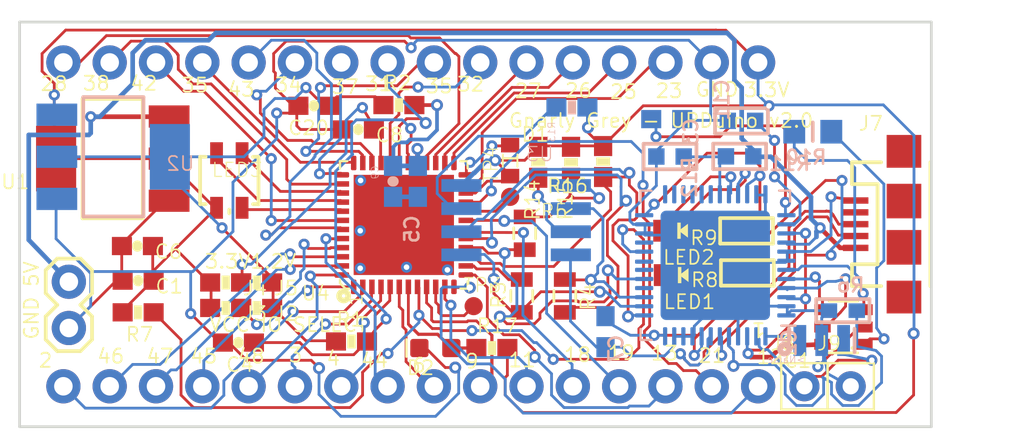
<source format=kicad_pcb>
(kicad_pcb (version 20171130) (host pcbnew 5.0.2+dfsg1-1)
  (layers (0 Top signal) (31 Bottom signal) (34 B.Paste user) (35 F.Paste user) (36 B.SilkS user) (37 F.SilkS user) (38 B.Mask user) (39 F.Mask user) (44 Edge.Cuts user))
  (net 0 "")
  (net 1 +1.2V)
  (net 2 GND)
  (net 3 +3.3V)
  (net 4 IOT_37A)
  (net 5 IOT_36B)
  (net 6 IOT_39A)
  (net 7 IOT_38B)
  (net 8 IOT_43A)
  (net 9 IOT_42B)
  (net 10 IOT_45A_G1)
  (net 11 IOT_44B)
  (net 12 IOT_49A)
  (net 13 IOT_48B)
  (net 14 IOT_51A)
  (net 15 IOT_50B)
  (net 16 IOT_41A)
  (net 17 IOB_6A)
  (net 18 IOB_0A)
  (net 19 IOB_3B_G6)
  (net 20 IOB_2A)
  (net 21 IOB_5B)
  (net 22 IOB_4A)
  (net 23 IOB_9B)
  (net 24 IOB_8A)
  (net 25 IOB_13B)
  (net 26 IOB_16A)
  (net 27 IOB_20A)
  (net 28 IOB_31B)
  (net 29 IOB_29B)
  (net 30 IOB_24A)
  (net 31 IOB_23B)
  (net 32 IOB_22A)
  (net 33 CRESET_B)
  (net 34 ICE_MISO)
  (net 35 ICE_MOSI)
  (net 36 ICE_SCK)
  (net 37 ICE_SS)
  (net 38 FLASH_MISO)
  (net 39 FLASH_MOSI)
  (net 40 IOT_46B_G0)
  (net 41 +5V)
  (net 42 OSC_OUT)
  (net 43 1.8V)
  (net 44 +3V3)
  (net 45 "Net-(D1-PadC)")
  (net 46 /gtjennings_pcb_121217_1200_release_1/IOB_25B_G3)
  (net 47 /gtjennings_pcb_121217_1200_release_1/LED_BLUE)
  (net 48 /gtjennings_pcb_121217_1200_release_1/LED_GREEN)
  (net 49 /gtjennings_pcb_121217_1200_release_1/LED_RED)
  (net 50 /gtjennings_pcb_121217_1200_release_1/IOB_18A)
  (net 51 "Net-(R17-Pad1)")
  (net 52 /gtjennings_pcb_121217_1200_release_1/VCC)
  (net 53 /gtjennings_pcb_121217_1200_release_1/VCCIO2)
  (net 54 "Net-(C5-Pad1)")
  (net 55 /gtjennings_pcb_121217_1200_release_1/VCCIO3)
  (net 56 "Net-(D2-PadA)")
  (net 57 "Net-(D2-PadC)")
  (net 58 "Net-(R14-Pad1)")
  (net 59 "Net-(R15-Pad1)")
  (net 60 "Net-(R13-Pad1)")
  (net 61 "Net-(IC1-Pad5)")
  (net 62 "Net-(IC1-Pad4)")
  (net 63 "Net-(IC1-Pad3)")
  (net 64 "Net-(C3-Pad1)")
  (net 65 /gtjennings_pcb_121217_1200_release_3/C9)
  (net 66 /gtjennings_pcb_121217_1200_release_3/C8)
  (net 67 /gtjennings_pcb_121217_1200_release_3/C7)
  (net 68 /gtjennings_pcb_121217_1200_release_3/C6)
  (net 69 /gtjennings_pcb_121217_1200_release_3/C5)
  (net 70 /gtjennings_pcb_121217_1200_release_3/C4)
  (net 71 /gtjennings_pcb_121217_1200_release_3/C3)
  (net 72 /gtjennings_pcb_121217_1200_release_3/C2)
  (net 73 /gtjennings_pcb_121217_1200_release_3/C1)
  (net 74 /gtjennings_pcb_121217_1200_release_3/C0)
  (net 75 /gtjennings_pcb_121217_1200_release_3/D6)
  (net 76 /gtjennings_pcb_121217_1200_release_3/D5)
  (net 77 /gtjennings_pcb_121217_1200_release_3/D3)
  (net 78 /gtjennings_pcb_121217_1200_release_3/D+)
  (net 79 /gtjennings_pcb_121217_1200_release_3/D-)
  (net 80 "Net-(IC2-Pad5)")
  (net 81 "Net-(IC2-Pad1)")
  (net 82 "Net-(IC1-Pad1)")
  (net 83 "Net-(LED1-PadA)")
  (net 84 "Net-(LED2-PadA)")
  (net 85 "Net-(J7-PadMT1)")
  (net 86 "Net-(J7-PadID)")
  (module gtjennings_pcb_121217_1200_release:ICE40UP5K_3K-SG48 (layer Top) (at 144.5711 105.0336 90)
    (fp_text reference U4 (at -3.3 -4) (layer F.SilkS) (effects (font (size 0.77216 0.77216) (thickness 0.092659)) (justify right top)))
    (fp_text value ICE40UP5K_3K-SG48)
    (fp_text user 1 (at -4.5 -2.2 90) (layer F.SilkS) (effects (font (size 0.77216 0.77216) (thickness 0.065024)) (justify left bottom)))
    (pad 49 smd rect (at 0 0 90) (size 5.5 5.5) (layers Top F.Paste F.Mask) (net 2 GND))
    (pad 24 smd roundrect (at 2.75 3.4 180) (size 0.8 0.3) (layers Top F.Paste F.Mask) (net 45 "Net-(D1-PadC)"))
    (pad 23 smd rect (at 2.25 3.4 180) (size 0.8 0.3) (layers Top F.Paste F.Mask) (net 4 IOT_37A))
    (pad 22 smd rect (at 1.75 3.4 180) (size 0.8 0.3) (layers Top F.Paste F.Mask) (net 3 +3.3V))
    (pad 21 smd rect (at 1.25 3.4 180) (size 0.8 0.3) (layers Top F.Paste F.Mask) (net 31 IOB_23B))
    (pad 20 smd rect (at 0.75 3.4 180) (size 0.8 0.3) (layers Top F.Paste F.Mask) (net 46 /gtjennings_pcb_121217_1200_release_1/IOB_25B_G3))
    (pad 19 smd rect (at 0.25 3.4 180) (size 0.8 0.3) (layers Top F.Paste F.Mask) (net 29 IOB_29B))
    (pad 18 smd rect (at -0.25 3.4 180) (size 0.8 0.3) (layers Top F.Paste F.Mask) (net 28 IOB_31B))
    (pad 17 smd rect (at -0.75 3.4 180) (size 0.8 0.3) (layers Top F.Paste F.Mask) (net 35 ICE_MOSI))
    (pad 16 smd rect (at -1.25 3.4 180) (size 0.8 0.3) (layers Top F.Paste F.Mask) (net 37 ICE_SS))
    (pad 15 smd rect (at -1.75 3.4 180) (size 0.8 0.3) (layers Top F.Paste F.Mask) (net 36 ICE_SCK))
    (pad 14 smd rect (at -2.25 3.4 180) (size 0.8 0.3) (layers Top F.Paste F.Mask) (net 34 ICE_MISO))
    (pad 13 smd roundrect (at -2.75 3.4 180) (size 0.8 0.3) (layers Top F.Paste F.Mask) (net 30 IOB_24A))
    (pad 37 smd roundrect (at 2.75 -3.4 180) (size 0.8 0.3) (layers Top F.Paste F.Mask) (net 10 IOT_45A_G1))
    (pad 38 smd rect (at 2.25 -3.4 180) (size 0.8 0.3) (layers Top F.Paste F.Mask) (net 15 IOT_50B))
    (pad 39 smd rect (at 1.75 -3.4 180) (size 0.8 0.3) (layers Top F.Paste F.Mask) (net 47 /gtjennings_pcb_121217_1200_release_1/LED_BLUE))
    (pad 40 smd rect (at 1.25 -3.4 180) (size 0.8 0.3) (layers Top F.Paste F.Mask) (net 48 /gtjennings_pcb_121217_1200_release_1/LED_GREEN))
    (pad 41 smd rect (at 0.75 -3.4 180) (size 0.8 0.3) (layers Top F.Paste F.Mask) (net 49 /gtjennings_pcb_121217_1200_release_1/LED_RED))
    (pad 42 smd rect (at 0.25 -3.4 180) (size 0.8 0.3) (layers Top F.Paste F.Mask) (net 14 IOT_51A))
    (pad 43 smd rect (at -0.25 -3.4 180) (size 0.8 0.3) (layers Top F.Paste F.Mask) (net 12 IOT_49A))
    (pad 44 smd rect (at -0.75 -3.4 180) (size 0.8 0.3) (layers Top F.Paste F.Mask) (net 19 IOB_3B_G6))
    (pad 45 smd rect (at -1.25 -3.4 180) (size 0.8 0.3) (layers Top F.Paste F.Mask) (net 21 IOB_5B))
    (pad 46 smd rect (at -1.75 -3.4 180) (size 0.8 0.3) (layers Top F.Paste F.Mask) (net 18 IOB_0A))
    (pad 47 smd rect (at -2.25 -3.4 180) (size 0.8 0.3) (layers Top F.Paste F.Mask) (net 20 IOB_2A))
    (pad 48 smd roundrect (at -2.75 -3.4 180) (size 0.8 0.3) (layers Top F.Paste F.Mask) (net 22 IOB_4A))
    (pad 12 smd roundrect (at -3.4 2.75 90) (size 0.8 0.3) (layers Top F.Paste F.Mask) (net 32 IOB_22A))
    (pad 11 smd rect (at -3.4 2.25 90) (size 0.8 0.3) (layers Top F.Paste F.Mask) (net 27 IOB_20A))
    (pad 10 smd rect (at -3.4 1.75 90) (size 0.8 0.3) (layers Top F.Paste F.Mask) (net 50 /gtjennings_pcb_121217_1200_release_1/IOB_18A))
    (pad 9 smd rect (at -3.4 1.25 90) (size 0.8 0.3) (layers Top F.Paste F.Mask) (net 26 IOB_16A))
    (pad 8 smd rect (at -3.4 0.75 90) (size 0.8 0.3) (layers Top F.Paste F.Mask) (net 33 CRESET_B))
    (pad 7 smd rect (at -3.4 0.25 90) (size 0.8 0.3) (layers Top F.Paste F.Mask) (net 51 "Net-(R17-Pad1)"))
    (pad 6 smd rect (at -3.4 -0.25 90) (size 0.8 0.3) (layers Top F.Paste F.Mask) (net 25 IOB_13B))
    (pad 5 smd rect (at -3.4 -0.75 90) (size 0.8 0.3) (layers Top F.Paste F.Mask) (net 52 /gtjennings_pcb_121217_1200_release_1/VCC))
    (pad 4 smd rect (at -3.4 -1.25 90) (size 0.8 0.3) (layers Top F.Paste F.Mask) (net 24 IOB_8A))
    (pad 3 smd rect (at -3.4 -1.75 90) (size 0.8 0.3) (layers Top F.Paste F.Mask) (net 23 IOB_9B))
    (pad 2 smd rect (at -3.4 -2.25 90) (size 0.8 0.3) (layers Top F.Paste F.Mask) (net 17 IOB_6A))
    (pad 1 smd roundrect (at -3.4 -2.75 90) (size 0.8 0.3) (layers Top F.Paste F.Mask) (net 53 /gtjennings_pcb_121217_1200_release_1/VCCIO2))
    (pad 25 smd roundrect (at 3.4 2.75 90) (size 0.8 0.3) (layers Top F.Paste F.Mask) (net 5 IOT_36B))
    (pad 26 smd rect (at 3.4 2.25 90) (size 0.8 0.3) (layers Top F.Paste F.Mask) (net 6 IOT_39A))
    (pad 27 smd rect (at 3.4 1.75 90) (size 0.8 0.3) (layers Top F.Paste F.Mask) (net 7 IOT_38B))
    (pad 28 smd rect (at 3.4 1.25 90) (size 0.8 0.3) (layers Top F.Paste F.Mask) (net 16 IOT_41A))
    (pad 29 smd rect (at 3.4 0.75 90) (size 0.8 0.3) (layers Top F.Paste F.Mask) (net 54 "Net-(C5-Pad1)"))
    (pad 30 smd rect (at 3.4 0.25 90) (size 0.8 0.3) (layers Top F.Paste F.Mask) (net 52 /gtjennings_pcb_121217_1200_release_1/VCC))
    (pad 31 smd rect (at 3.4 -0.25 90) (size 0.8 0.3) (layers Top F.Paste F.Mask) (net 9 IOT_42B))
    (pad 32 smd rect (at 3.4 -0.75 90) (size 0.8 0.3) (layers Top F.Paste F.Mask) (net 8 IOT_43A))
    (pad 33 smd rect (at 3.4 -1.25 90) (size 0.8 0.3) (layers Top F.Paste F.Mask) (net 55 /gtjennings_pcb_121217_1200_release_1/VCCIO3))
    (pad 34 smd rect (at 3.4 -1.75 90) (size 0.8 0.3) (layers Top F.Paste F.Mask) (net 11 IOT_44B))
    (pad 35 smd rect (at 3.4 -2.25 90) (size 0.8 0.3) (layers Top F.Paste F.Mask) (net 40 IOT_46B_G0))
    (pad 36 smd roundrect (at 3.4 -2.75 90) (size 0.8 0.3) (layers Top F.Paste F.Mask) (net 13 IOT_48B))
  )
  (module gtjennings_pcb_121217_1200_release:0603-RES (layer Top) (at 141.7011 111.4336)
    (fp_text reference R1 (at -0.889 -0.762) (layer F.SilkS) (effects (font (size 0.77216 0.77216) (thickness 0.092659)) (justify left bottom)))
    (fp_text value 1)
    (pad 2 smd rect (at 0.85 0) (size 1.1 1) (layers Top F.Paste F.Mask) (net 52 /gtjennings_pcb_121217_1200_release_1/VCC))
    (pad 1 smd rect (at -0.85 0) (size 1.1 1) (layers Top F.Paste F.Mask) (net 1 +1.2V))
  )
  (module gtjennings_pcb_121217_1200_release:0603-RES (layer Top) (at 144.3011 98.4536)
    (fp_text reference R2 (at -0.889 -0.762) (layer F.SilkS) (effects (font (size 0.77216 0.77216) (thickness 0.092659)) (justify left bottom)))
    (fp_text value 100)
    (pad 2 smd rect (at 0.85 0) (size 1.1 1) (layers Top F.Paste F.Mask) (net 54 "Net-(C5-Pad1)"))
    (pad 1 smd rect (at -0.85 0) (size 1.1 1) (layers Top F.Paste F.Mask) (net 1 +1.2V))
  )
  (module gtjennings_pcb_121217_1200_release:SOD523 (layer Top) (at 150.4011 101.2536 270)
    (fp_text reference D1 (at -0.7366 -0.5588) (layer F.SilkS) (effects (font (size 0.77216 0.77216) (thickness 0.092659)) (justify left bottom)))
    (fp_text value CDBU0130R)
    (pad C smd rect (at -0.6 0 270) (size 0.8 1) (layers Top F.Paste F.Mask) (net 45 "Net-(D1-PadC)"))
    (pad A smd rect (at 1.1 0 270) (size 0.8 1) (layers Top F.Paste F.Mask) (net 3 +3.3V))
  )
  (module gtjennings_pcb_121217_1200_release:0603-CAP (layer Top) (at 129.9611 106.1936 180)
    (fp_text reference C6 (at -0.889 -0.762) (layer F.SilkS) (effects (font (size 0.77216 0.77216) (thickness 0.092659)) (justify left bottom)))
    (fp_text value 0.1uF)
    (pad 2 smd rect (at 0.85 0 180) (size 1.1 1) (layers Top F.Paste F.Mask) (net 2 GND))
    (pad 1 smd rect (at -0.85 0 180) (size 1.1 1) (layers Top F.Paste F.Mask) (net 3 +3.3V))
  )
  (module gtjennings_pcb_121217_1200_release:0603-CAP (layer Top) (at 142.0811 99.7936 180)
    (fp_text reference C8 (at -0.889 -0.762) (layer F.SilkS) (effects (font (size 0.77216 0.77216) (thickness 0.092659)) (justify left bottom)))
    (fp_text value 0.1uF)
    (pad 2 smd rect (at 0.85 0 180) (size 1.1 1) (layers Top F.Paste F.Mask) (net 2 GND))
    (pad 1 smd rect (at -0.85 0 180) (size 1.1 1) (layers Top F.Paste F.Mask) (net 55 /gtjennings_pcb_121217_1200_release_1/VCCIO3))
  )
  (module gtjennings_pcb_121217_1200_release:0603-RES (layer Top) (at 130.0011 109.8336 180)
    (fp_text reference R7 (at -0.889 -0.762) (layer F.SilkS) (effects (font (size 0.77216 0.77216) (thickness 0.092659)) (justify right top)))
    (fp_text value 10k)
    (pad 2 smd rect (at 0.85 0 180) (size 1.1 1) (layers Top F.Paste F.Mask) (net 3 +3.3V))
    (pad 1 smd rect (at -0.85 0 180) (size 1.1 1) (layers Top F.Paste F.Mask) (net 33 CRESET_B))
  )
  (module gtjennings_pcb_121217_1200_release:SO8 (layer Bottom) (at 150.9311 104.7736 270)
    (fp_text reference U3 (at -3.175 -1.905 180) (layer B.SilkS) (effects (font (size 0.77216 0.77216) (thickness 0.061772)) (justify left bottom mirror)))
    (fp_text value N25Q032A13ESC40F-ND)
    (pad 5 smd rect (at 1.905 3.2 270) (size 0.7 2.2) (layers Bottom B.Paste B.Mask) (net 39 FLASH_MOSI))
    (pad 6 smd rect (at 0.635 3.2 270) (size 0.7 2.2) (layers Bottom B.Paste B.Mask) (net 36 ICE_SCK))
    (pad 8 smd rect (at -1.905 3.2 270) (size 0.7 2.2) (layers Bottom B.Paste B.Mask) (net 3 +3.3V))
    (pad 4 smd rect (at 1.905 -2.8 270) (size 0.7 2.2) (layers Bottom B.Paste B.Mask) (net 2 GND))
    (pad 3 smd rect (at 0.635 -2.8 270) (size 0.7 2.2) (layers Bottom B.Paste B.Mask) (net 58 "Net-(R14-Pad1)"))
    (pad 1 smd rect (at -1.905 -2.8 270) (size 0.7 2.2) (layers Bottom B.Paste B.Mask) (net 59 "Net-(R15-Pad1)"))
    (pad 7 smd rect (at -0.635 3.2 270) (size 0.7 2.2) (layers Bottom B.Paste B.Mask) (net 60 "Net-(R13-Pad1)"))
    (pad 2 smd rect (at -0.635 -2.8 270) (size 0.7 2.2) (layers Bottom B.Paste B.Mask) (net 38 FLASH_MISO))
  )
  (module gtjennings_pcb_121217_1200_release:0603-RES (layer Bottom) (at 153.7911 98.5836)
    (fp_text reference R13 (at -0.889 0.762 -90) (layer B.SilkS) (effects (font (size 0.38608 0.38608) (thickness 0.030886)) (justify left bottom mirror)))
    (fp_text value 10K)
    (pad 2 smd rect (at 0.85 0) (size 1.1 1) (layers Bottom B.Paste B.Mask) (net 3 +3.3V))
    (pad 1 smd rect (at -0.85 0) (size 1.1 1) (layers Bottom B.Paste B.Mask) (net 60 "Net-(R13-Pad1)"))
  )
  (module gtjennings_pcb_121217_1200_release:0603-RES (layer Top) (at 151.9411 101.5936 90)
    (fp_text reference R14 (at -0.889 -0.762 90) (layer F.SilkS) (effects (font (size 0.77216 0.77216) (thickness 0.092659)) (justify right top)))
    (fp_text value 10K)
    (pad 2 smd rect (at 0.85 0 90) (size 1.1 1) (layers Top F.Paste F.Mask) (net 3 +3.3V))
    (pad 1 smd rect (at -0.85 0 90) (size 1.1 1) (layers Top F.Paste F.Mask) (net 58 "Net-(R14-Pad1)"))
  )
  (module gtjennings_pcb_121217_1200_release:0603-RES (layer Top) (at 153.7411 101.5936 90)
    (fp_text reference R15 (at -0.889 -0.762 90) (layer F.SilkS) (effects (font (size 0.77216 0.77216) (thickness 0.092659)) (justify right top)))
    (fp_text value 10K)
    (pad 2 smd rect (at 0.85 0 90) (size 1.1 1) (layers Top F.Paste F.Mask) (net 3 +3.3V))
    (pad 1 smd rect (at -0.85 0 90) (size 1.1 1) (layers Top F.Paste F.Mask) (net 59 "Net-(R15-Pad1)"))
  )
  (module gtjennings_pcb_121217_1200_release:0603-RES (layer Top) (at 155.5011 101.5536 90)
    (fp_text reference R16 (at -0.889 -0.762) (layer F.SilkS) (effects (font (size 0.77216 0.77216) (thickness 0.092659)) (justify right top)))
    (fp_text value 10K)
    (pad 2 smd rect (at 0.85 0 90) (size 1.1 1) (layers Top F.Paste F.Mask) (net 3 +3.3V))
    (pad 1 smd rect (at -0.85 0 90) (size 1.1 1) (layers Top F.Paste F.Mask) (net 36 ICE_SCK))
  )
  (module gtjennings_pcb_121217_1200_release:SOT223 (layer Bottom) (at 128.6411 101.2936 90)
    (fp_text reference U2 (at -0.8255 4.5085 180) (layer B.SilkS) (effects (font (size 0.77216 0.77216) (thickness 0.092659)) (justify left bottom mirror)))
    (fp_text value ASM1117-1.2V)
    (pad 4 smd rect (at 0 3.099 90) (size 3.6 2.2) (layers Bottom B.Paste B.Mask) (net 1 +1.2V))
    (pad 3 smd rect (at 2.3114 -3.0988 90) (size 1.2192 2.2352) (layers Bottom B.Paste B.Mask) (net 3 +3.3V))
    (pad 2 smd rect (at 0 -3.0988 90) (size 1.2192 2.2352) (layers Bottom B.Paste B.Mask) (net 1 +1.2V))
    (pad 1 smd rect (at -2.3114 -3.0988 90) (size 1.2192 2.2352) (layers Bottom B.Paste B.Mask) (net 2 GND))
  )
  (module gtjennings_pcb_121217_1200_release:0603-CAP (layer Top) (at 139.6411 98.4936 180)
    (fp_text reference C20 (at -0.889 -0.762) (layer F.SilkS) (effects (font (size 0.77216 0.77216) (thickness 0.092659)) (justify right top)))
    (fp_text value 0.1uF)
    (pad 2 smd rect (at 0.85 0 180) (size 1.1 1) (layers Top F.Paste F.Mask) (net 2 GND))
    (pad 1 smd rect (at -0.85 0 180) (size 1.1 1) (layers Top F.Paste F.Mask) (net 1 +1.2V))
  )
  (module gtjennings_pcb_121217_1200_release:1X16_NO_SILK (layer Top) (at 164.0011 96.1136 180)
    (fp_text reference JP5 hide)
    (fp_text value M161X16_NO_SILK)
    (pad 16 thru_hole circle (at 38.1 0 270) (size 1.8796 1.8796) (drill 1.016) (layers *.Cu *.Mask) (net 16 IOT_41A))
    (pad 15 thru_hole circle (at 35.56 0 270) (size 1.8796 1.8796) (drill 1.016) (layers *.Cu *.Mask) (net 15 IOT_50B))
    (pad 14 thru_hole circle (at 33.02 0 270) (size 1.8796 1.8796) (drill 1.016) (layers *.Cu *.Mask) (net 14 IOT_51A))
    (pad 13 thru_hole circle (at 30.48 0 270) (size 1.8796 1.8796) (drill 1.016) (layers *.Cu *.Mask) (net 13 IOT_48B))
    (pad 12 thru_hole circle (at 27.94 0 270) (size 1.8796 1.8796) (drill 1.016) (layers *.Cu *.Mask) (net 12 IOT_49A))
    (pad 11 thru_hole circle (at 25.4 0 270) (size 1.8796 1.8796) (drill 1.016) (layers *.Cu *.Mask) (net 11 IOT_44B))
    (pad 10 thru_hole circle (at 22.86 0 270) (size 1.8796 1.8796) (drill 1.016) (layers *.Cu *.Mask) (net 10 IOT_45A_G1))
    (pad 9 thru_hole circle (at 20.32 0 270) (size 1.8796 1.8796) (drill 1.016) (layers *.Cu *.Mask) (net 9 IOT_42B))
    (pad 8 thru_hole circle (at 17.78 0 270) (size 1.8796 1.8796) (drill 1.016) (layers *.Cu *.Mask) (net 40 IOT_46B_G0))
    (pad 7 thru_hole circle (at 15.24 0 270) (size 1.8796 1.8796) (drill 1.016) (layers *.Cu *.Mask) (net 8 IOT_43A))
    (pad 6 thru_hole circle (at 12.7 0 270) (size 1.8796 1.8796) (drill 1.016) (layers *.Cu *.Mask) (net 7 IOT_38B))
    (pad 5 thru_hole circle (at 10.16 0 270) (size 1.8796 1.8796) (drill 1.016) (layers *.Cu *.Mask) (net 6 IOT_39A))
    (pad 4 thru_hole circle (at 7.62 0 270) (size 1.8796 1.8796) (drill 1.016) (layers *.Cu *.Mask) (net 5 IOT_36B))
    (pad 3 thru_hole circle (at 5.08 0 270) (size 1.8796 1.8796) (drill 1.016) (layers *.Cu *.Mask) (net 4 IOT_37A))
    (pad 2 thru_hole circle (at 2.54 0 270) (size 1.8796 1.8796) (drill 1.016) (layers *.Cu *.Mask) (net 2 GND))
    (pad 1 thru_hole circle (at 0 0 270) (size 1.8796 1.8796) (drill 1.016) (layers *.Cu *.Mask) (net 3 +3.3V))
  )
  (module gtjennings_pcb_121217_1200_release:1X16_NO_SILK (layer Top) (at 164.0011 113.8936 180)
    (fp_text reference JP6 hide)
    (fp_text value M161X16_NO_SILK)
    (pad 16 thru_hole circle (at 38.1 0 270) (size 1.8796 1.8796) (drill 1.016) (layers *.Cu *.Mask) (net 17 IOB_6A))
    (pad 15 thru_hole circle (at 35.56 0 270) (size 1.8796 1.8796) (drill 1.016) (layers *.Cu *.Mask) (net 18 IOB_0A))
    (pad 14 thru_hole circle (at 33.02 0 270) (size 1.8796 1.8796) (drill 1.016) (layers *.Cu *.Mask) (net 20 IOB_2A))
    (pad 13 thru_hole circle (at 30.48 0 270) (size 1.8796 1.8796) (drill 1.016) (layers *.Cu *.Mask) (net 21 IOB_5B))
    (pad 12 thru_hole circle (at 27.94 0 270) (size 1.8796 1.8796) (drill 1.016) (layers *.Cu *.Mask) (net 22 IOB_4A))
    (pad 11 thru_hole circle (at 25.4 0 270) (size 1.8796 1.8796) (drill 1.016) (layers *.Cu *.Mask) (net 23 IOB_9B))
    (pad 10 thru_hole circle (at 22.86 0 270) (size 1.8796 1.8796) (drill 1.016) (layers *.Cu *.Mask) (net 24 IOB_8A))
    (pad 9 thru_hole circle (at 20.32 0 270) (size 1.8796 1.8796) (drill 1.016) (layers *.Cu *.Mask) (net 19 IOB_3B_G6))
    (pad 8 thru_hole circle (at 17.78 0 270) (size 1.8796 1.8796) (drill 1.016) (layers *.Cu *.Mask) (net 25 IOB_13B))
    (pad 7 thru_hole circle (at 15.24 0 270) (size 1.8796 1.8796) (drill 1.016) (layers *.Cu *.Mask) (net 26 IOB_16A))
    (pad 6 thru_hole circle (at 12.7 0 270) (size 1.8796 1.8796) (drill 1.016) (layers *.Cu *.Mask) (net 27 IOB_20A))
    (pad 5 thru_hole circle (at 10.16 0 270) (size 1.8796 1.8796) (drill 1.016) (layers *.Cu *.Mask) (net 28 IOB_31B))
    (pad 4 thru_hole circle (at 7.62 0 270) (size 1.8796 1.8796) (drill 1.016) (layers *.Cu *.Mask) (net 29 IOB_29B))
    (pad 3 thru_hole circle (at 5.08 0 270) (size 1.8796 1.8796) (drill 1.016) (layers *.Cu *.Mask) (net 30 IOB_24A))
    (pad 2 thru_hole circle (at 2.54 0 270) (size 1.8796 1.8796) (drill 1.016) (layers *.Cu *.Mask) (net 31 IOB_23B))
    (pad 1 thru_hole circle (at 0 0 270) (size 1.8796 1.8796) (drill 1.016) (layers *.Cu *.Mask) (net 32 IOB_22A))
  )
  (module gtjennings_pcb_121217_1200_release:0805 (layer Top) (at 151.0411 108.9336 90)
    (fp_text reference R3 (at -0.762 -0.8255 90) (layer F.SilkS) (effects (font (size 0.77216 0.77216) (thickness 0.092659)) (justify left bottom)))
    (fp_text value RESISTOR0805-RES)
    (pad 2 smd rect (at 0.9 0 90) (size 0.8 1.2) (layers Top F.Paste F.Mask) (net 34 ICE_MISO))
    (pad 1 smd rect (at -0.9 0 90) (size 0.8 1.2) (layers Top F.Paste F.Mask) (net 39 FLASH_MOSI))
  )
  (module gtjennings_pcb_121217_1200_release:0805 (layer Top) (at 153.4011 108.9336 270)
    (fp_text reference R4 (at -0.762 -0.8255 90) (layer F.SilkS) (effects (font (size 0.77216 0.77216) (thickness 0.092659)) (justify right top)))
    (fp_text value RESISTOR0805-RES)
    (pad 2 smd rect (at 0.9 0 270) (size 0.8 1.2) (layers Top F.Paste F.Mask) (net 35 ICE_MOSI))
    (pad 1 smd rect (at -0.9 0 270) (size 0.8 1.2) (layers Top F.Paste F.Mask) (net 38 FLASH_MISO))
  )
  (module gtjennings_pcb_121217_1200_release:0603-RES (layer Top) (at 134.8011 109.5936 180)
    (fp_text reference J3 (at -0.889 -0.762) (layer F.SilkS) (effects (font (size 0.77216 0.77216) (thickness 0.092659)) (justify left bottom)))
    (fp_text value 0)
    (pad 2 smd rect (at 0.85 0 180) (size 1.1 1) (layers Top F.Paste F.Mask) (net 3 +3.3V))
    (pad 1 smd rect (at -0.85 0 180) (size 1.1 1) (layers Top F.Paste F.Mask) (net 53 /gtjennings_pcb_121217_1200_release_1/VCCIO2))
  )
  (module gtjennings_pcb_121217_1200_release:LED-TRICOLOR-SMD (layer Top) (at 135.0011 102.5936)
    (fp_text reference LED3 (at -1.016 -0.127) (layer F.SilkS) (effects (font (size 0.77216 0.77216) (thickness 0.061772)) (justify left bottom)))
    (fp_text value LED-TRICOLOR)
    (pad R smd rect (at 0.7 1.5) (size 0.7 1.2) (layers Top F.Paste F.Mask) (net 49 /gtjennings_pcb_121217_1200_release_1/LED_RED))
    (pad G smd rect (at -0.7 -1.5) (size 0.7 1.2) (layers Top F.Paste F.Mask) (net 48 /gtjennings_pcb_121217_1200_release_1/LED_GREEN))
    (pad B smd rect (at 0.7 -1.5) (size 0.7 1.2) (layers Top F.Paste F.Mask) (net 47 /gtjennings_pcb_121217_1200_release_1/LED_BLUE))
    (pad A smd rect (at -0.7 1.5 180) (size 0.7 1.2) (layers Top F.Paste F.Mask) (net 3 +3.3V))
  )
  (module gtjennings_pcb_121217_1200_release:0603-RES (layer Top) (at 136.5011 109.5936 180)
    (fp_text reference J2 (at -0.889 -0.762) (layer F.SilkS) (effects (font (size 0.77216 0.77216) (thickness 0.092659)) (justify left bottom)))
    (fp_text value 0)
    (pad 2 smd rect (at 0.85 0 180) (size 1.1 1) (layers Top F.Paste F.Mask) (net 53 /gtjennings_pcb_121217_1200_release_1/VCCIO2))
    (pad 1 smd rect (at -0.85 0 180) (size 1.1 1) (layers Top F.Paste F.Mask) (net 1 +1.2V))
  )
  (module gtjennings_pcb_121217_1200_release:0603-RES (layer Top) (at 134.8011 108.1936 180)
    (fp_text reference J4 (at -0.889 -0.762) (layer F.SilkS) (effects (font (size 0.77216 0.77216) (thickness 0.092659)) (justify left bottom)))
    (fp_text value 0)
    (pad 2 smd rect (at 0.85 0 180) (size 1.1 1) (layers Top F.Paste F.Mask) (net 3 +3.3V))
    (pad 1 smd rect (at -0.85 0 180) (size 1.1 1) (layers Top F.Paste F.Mask) (net 55 /gtjennings_pcb_121217_1200_release_1/VCCIO3))
  )
  (module gtjennings_pcb_121217_1200_release:0603-RES (layer Top) (at 136.5011 108.1936 180)
    (fp_text reference J5 (at -0.889 -0.762) (layer F.SilkS) (effects (font (size 0.77216 0.77216) (thickness 0.092659)) (justify left bottom)))
    (fp_text value 0)
    (pad 2 smd rect (at 0.85 0 180) (size 1.1 1) (layers Top F.Paste F.Mask) (net 55 /gtjennings_pcb_121217_1200_release_1/VCCIO3))
    (pad 1 smd rect (at -0.85 0 180) (size 1.1 1) (layers Top F.Paste F.Mask) (net 1 +1.2V))
  )
  (module gtjennings_pcb_121217_1200_release:SOT223 (layer Top) (at 128.6011 101.3936 90)
    (fp_text reference U1 (at -0.8255 -4.5085) (layer F.SilkS) (effects (font (size 0.77216 0.77216) (thickness 0.092659)) (justify right top)))
    (fp_text value ASM1117-3.3V)
    (pad 4 smd rect (at 0 -3.099 90) (size 3.6 2.2) (layers Top F.Paste F.Mask) (net 3 +3.3V))
    (pad 3 smd rect (at 2.3114 3.0988 90) (size 1.2192 2.2352) (layers Top F.Paste F.Mask) (net 41 +5V))
    (pad 2 smd rect (at 0 3.0988 90) (size 1.2192 2.2352) (layers Top F.Paste F.Mask) (net 3 +3.3V))
    (pad 1 smd rect (at -2.3114 3.0988 90) (size 1.2192 2.2352) (layers Top F.Paste F.Mask) (net 2 GND))
  )
  (module gtjennings_pcb_121217_1200_release:0603-CAP (layer Top) (at 130.0011 108.0936 180)
    (fp_text reference C1 (at -0.889 -0.762) (layer F.SilkS) (effects (font (size 0.77216 0.77216) (thickness 0.092659)) (justify left bottom)))
    (fp_text value 0.1uF)
    (pad 2 smd rect (at 0.85 0 180) (size 1.1 1) (layers Top F.Paste F.Mask) (net 2 GND))
    (pad 1 smd rect (at -0.85 0 180) (size 1.1 1) (layers Top F.Paste F.Mask) (net 3 +3.3V))
  )
  (module gtjennings_pcb_121217_1200_release:1X02 (layer Top) (at 126.2011 110.6936 90)
    (fp_text reference J6 hide)
    (fp_text value M02PTH)
    (pad 2 thru_hole circle (at 2.54 0 180) (size 1.8796 1.8796) (drill 1.016) (layers *.Cu *.Mask) (net 41 +5V))
    (pad 1 thru_hole circle (at 0 0 180) (size 1.8796 1.8796) (drill 1.016) (layers *.Cu *.Mask) (net 2 GND))
  )
  (module gtjennings_pcb_121217_1200_release:TP (layer Top) (at 150.4011 103.4936)
    (fp_text reference TP4 (at -0.6 -0.7 90) (layer F.SilkS) (effects (font (size 0.77216 0.77216) (thickness 0.061772)) (justify left bottom)))
    (fp_text value TP hide)
    (pad 1 smd roundrect (at 0 0) (size 1 1) (layers Top F.Paste F.Mask) (roundrect_rratio 0.5) (net 46 /gtjennings_pcb_121217_1200_release_1/IOB_25B_G3))
  )
  (module gtjennings_pcb_121217_1200_release:TP (layer Top) (at 148.4011 109.4936)
    (fp_text reference TP3 (at -0.6 -0.7) (layer F.SilkS) (effects (font (size 0.77216 0.77216) (thickness 0.061772)) (justify left bottom)))
    (fp_text value TP hide)
    (pad 1 smd roundrect (at 0 0) (size 1 1) (layers Top F.Paste F.Mask) (roundrect_rratio 0.5) (net 50 /gtjennings_pcb_121217_1200_release_1/IOB_18A))
  )
  (module gtjennings_pcb_121217_1200_release:QFN48_8MM (layer Bottom) (at 161.6531 107.2516 90)
    (fp_text reference IC2 (at -3.04 4.498 90) (layer B.SilkS) (effects (font (size 0.77216 0.77216) (thickness 0.138988)) (justify left bottom mirror)))
    (fp_text value FT232HQ)
    (pad 48 smd roundrect (at -2.75 3.9 90) (size 0.23 1) (layers Bottom B.Paste B.Mask) (net 2 GND))
    (pad 47 smd roundrect (at -2.25 3.9 90) (size 0.23 1) (layers Bottom B.Paste B.Mask) (net 2 GND))
    (pad 46 smd roundrect (at -1.75 3.9 90) (size 0.23 1) (layers Bottom B.Paste B.Mask) (net 44 +3V3))
    (pad 45 smd roundrect (at -1.25 3.9 90) (size 0.23 1) (layers Bottom B.Paste B.Mask) (net 61 "Net-(IC1-Pad5)"))
    (pad 44 smd roundrect (at -0.75 3.9 90) (size 0.23 1) (layers Bottom B.Paste B.Mask) (net 62 "Net-(IC1-Pad4)"))
    (pad 43 smd roundrect (at -0.25 3.9 90) (size 0.23 1) (layers Bottom B.Paste B.Mask) (net 63 "Net-(IC1-Pad3)"))
    (pad 42 smd roundrect (at 0.25 3.9 90) (size 0.23 1) (layers Bottom B.Paste B.Mask) (net 2 GND))
    (pad 41 smd roundrect (at 0.75 3.9 90) (size 0.23 1) (layers Bottom B.Paste B.Mask) (net 2 GND))
    (pad 40 smd roundrect (at 1.25 3.9 90) (size 0.23 1) (layers Bottom B.Paste B.Mask) (net 41 +5V))
    (pad 39 smd roundrect (at 1.75 3.9 90) (size 0.23 1) (layers Bottom B.Paste B.Mask) (net 44 +3V3))
    (pad 38 smd roundrect (at 2.25 3.9 90) (size 0.23 1) (layers Bottom B.Paste B.Mask) (net 43 1.8V))
    (pad 37 smd roundrect (at 2.75 3.9 90) (size 0.23 1) (layers Bottom B.Paste B.Mask) (net 64 "Net-(C3-Pad1)"))
    (pad 36 smd roundrect (at 3.9 2.75 180) (size 0.23 1) (layers Bottom B.Paste B.Mask) (net 2 GND))
    (pad 35 smd roundrect (at 3.9 2.25 180) (size 0.23 1) (layers Bottom B.Paste B.Mask) (net 2 GND))
    (pad 34 smd roundrect (at 3.9 1.75 180) (size 0.23 1) (layers Bottom B.Paste B.Mask) (net 44 +3V3))
    (pad 33 smd roundrect (at 3.9 1.25 180) (size 0.23 1) (layers Bottom B.Paste B.Mask) (net 65 /gtjennings_pcb_121217_1200_release_3/C9))
    (pad 32 smd roundrect (at 3.9 0.75 180) (size 0.23 1) (layers Bottom B.Paste B.Mask) (net 66 /gtjennings_pcb_121217_1200_release_3/C8))
    (pad 31 smd roundrect (at 3.9 0.25 180) (size 0.23 1) (layers Bottom B.Paste B.Mask) (net 67 /gtjennings_pcb_121217_1200_release_3/C7))
    (pad 30 smd roundrect (at 3.9 -0.25 180) (size 0.23 1) (layers Bottom B.Paste B.Mask) (net 68 /gtjennings_pcb_121217_1200_release_3/C6))
    (pad 29 smd roundrect (at 3.9 -0.75 180) (size 0.23 1) (layers Bottom B.Paste B.Mask) (net 69 /gtjennings_pcb_121217_1200_release_3/C5))
    (pad 28 smd roundrect (at 3.9 -1.25 180) (size 0.23 1) (layers Bottom B.Paste B.Mask) (net 70 /gtjennings_pcb_121217_1200_release_3/C4))
    (pad 27 smd roundrect (at 3.9 -1.75 180) (size 0.23 1) (layers Bottom B.Paste B.Mask) (net 71 /gtjennings_pcb_121217_1200_release_3/C3))
    (pad 26 smd roundrect (at 3.9 -2.25 180) (size 0.23 1) (layers Bottom B.Paste B.Mask) (net 72 /gtjennings_pcb_121217_1200_release_3/C2))
    (pad 25 smd roundrect (at 3.9 -2.75 180) (size 0.23 1) (layers Bottom B.Paste B.Mask) (net 73 /gtjennings_pcb_121217_1200_release_3/C1))
    (pad 24 smd roundrect (at 2.75 -3.9 270) (size 0.23 1) (layers Bottom B.Paste B.Mask) (net 44 +3V3))
    (pad 23 smd roundrect (at 2.25 -3.9 270) (size 0.23 1) (layers Bottom B.Paste B.Mask) (net 2 GND))
    (pad 22 smd roundrect (at 1.75 -3.9 270) (size 0.23 1) (layers Bottom B.Paste B.Mask) (net 2 GND))
    (pad 21 smd roundrect (at 1.25 -3.9 270) (size 0.23 1) (layers Bottom B.Paste B.Mask) (net 74 /gtjennings_pcb_121217_1200_release_3/C0))
    (pad 20 smd roundrect (at 0.75 -3.9 270) (size 0.23 1) (layers Bottom B.Paste B.Mask) (net 33 CRESET_B))
    (pad 19 smd roundrect (at 0.2 -3.9 270) (size 0.23 1) (layers Bottom B.Paste B.Mask) (net 75 /gtjennings_pcb_121217_1200_release_3/D6))
    (pad 18 smd roundrect (at -0.25 -3.9 270) (size 0.23 1) (layers Bottom B.Paste B.Mask) (net 76 /gtjennings_pcb_121217_1200_release_3/D5))
    (pad 17 smd roundrect (at -0.75 -3.9 270) (size 0.23 1) (layers Bottom B.Paste B.Mask) (net 37 ICE_SS))
    (pad 16 smd roundrect (at -1.25 -3.9 270) (size 0.23 1) (layers Bottom B.Paste B.Mask) (net 77 /gtjennings_pcb_121217_1200_release_3/D3))
    (pad 15 smd roundrect (at -1.75 -3.9 270) (size 0.23 1) (layers Bottom B.Paste B.Mask) (net 38 FLASH_MISO))
    (pad 14 smd roundrect (at -2.25 -3.9 270) (size 0.23 1) (layers Bottom B.Paste B.Mask) (net 39 FLASH_MOSI))
    (pad 13 smd roundrect (at -2.75 -3.9 270) (size 0.23 1) (layers Bottom B.Paste B.Mask) (net 36 ICE_SCK))
    (pad 12 smd roundrect (at -3.9 -2.75) (size 0.23 1) (layers Bottom B.Paste B.Mask) (net 44 +3V3))
    (pad 11 smd roundrect (at -3.9 -2.25) (size 0.23 1) (layers Bottom B.Paste B.Mask) (net 2 GND))
    (pad 10 smd roundrect (at -3.9 -1.75) (size 0.23 1) (layers Bottom B.Paste B.Mask) (net 2 GND))
    (pad 9 smd roundrect (at -3.9 -1.25) (size 0.23 1) (layers Bottom B.Paste B.Mask) (net 2 GND))
    (pad 8 smd roundrect (at -3.9 -0.75) (size 0.23 1) (layers Bottom B.Paste B.Mask) (net 44 +3V3))
    (pad 7 smd roundrect (at -3.9 -0.25) (size 0.23 1) (layers Bottom B.Paste B.Mask) (net 78 /gtjennings_pcb_121217_1200_release_3/D+))
    (pad 6 smd roundrect (at -3.9 0.25) (size 0.23 1) (layers Bottom B.Paste B.Mask) (net 79 /gtjennings_pcb_121217_1200_release_3/D-))
    (pad 5 smd roundrect (at -3.9 0.75) (size 0.23 1) (layers Bottom B.Paste B.Mask) (net 80 "Net-(IC2-Pad5)"))
    (pad 4 smd roundrect (at -3.9 1.25) (size 0.23 1) (layers Bottom B.Paste B.Mask) (net 2 GND))
    (pad 3 smd roundrect (at -3.9 1.75) (size 0.23 1) (layers Bottom B.Paste B.Mask) (net 44 +3V3))
    (pad 2 smd roundrect (at -3.9 2.25) (size 0.23 1) (layers Bottom B.Paste B.Mask) (net 42 OSC_OUT))
    (pad 1 smd roundrect (at -3.9 2.75) (size 0.23 1) (layers Bottom B.Paste B.Mask) (net 81 "Net-(IC2-Pad1)"))
    (pad THERMAL smd roundrect (at 0 0 90) (size 6 6) (layers Bottom B.Mask) (roundrect_rratio 0.05) (net 2 GND))
  )
  (module gtjennings_pcb_121217_1200_release:RESONATOR-SMD (layer Bottom) (at 167.4911 111.3796)
    (fp_text reference Q1 hide)
    (fp_text value "CSTCR 12MHz" hide)
    (fp_text user >Name (at -0.889 1.27) (layer B.SilkS) (effects (font (size 0.38608 0.38608) (thickness 0.032512)) (justify left bottom mirror)))
    (pad 3 smd rect (at 1.2 0) (size 0.7 1.7) (layers Bottom B.Paste B.Mask) (net 42 OSC_OUT))
    (pad 2 smd rect (at 0 0) (size 0.7 1.7) (layers Bottom B.Paste B.Mask) (net 2 GND))
    (pad 1 smd rect (at -1.2 0) (size 0.7 1.7) (layers Bottom B.Paste B.Mask) (net 81 "Net-(IC2-Pad1)"))
  )
  (module gtjennings_pcb_121217_1200_release:0603-NO (layer Bottom) (at 158.9901 99.2236)
    (fp_text reference C3 (at 1.778 -0.127 -90) (layer B.SilkS) (effects (font (size 0.77216 0.77216) (thickness 0.138988)) (justify left bottom mirror)))
    (fp_text value 0.1uF)
    (pad 2 smd rect (at 0.85 0) (size 1.1 1) (layers Bottom B.Paste B.Mask) (net 2 GND))
    (pad 1 smd rect (at -0.85 0) (size 1.1 1) (layers Bottom B.Paste B.Mask) (net 64 "Net-(C3-Pad1)"))
  )
  (module gtjennings_pcb_121217_1200_release:0603-NO (layer Bottom) (at 155.6321 110.8946 270)
    (fp_text reference C7 (at 1.778 -0.127 90) (layer B.SilkS) (effects (font (size 0.77216 0.77216) (thickness 0.138988)) (justify right top mirror)))
    (fp_text value 10uF)
    (pad 2 smd rect (at 0.85 0 270) (size 1.1 1) (layers Bottom B.Paste B.Mask) (net 2 GND))
    (pad 1 smd rect (at -0.85 0 270) (size 1.1 1) (layers Bottom B.Paste B.Mask) (net 44 +3V3))
  )
  (module gtjennings_pcb_121217_1200_release:0603-MINI (layer Bottom) (at 163.0901 99.3186 180)
    (fp_text reference C11 (at 1.524 -0.0635 270) (layer B.SilkS) (effects (font (size 0.77216 0.77216) (thickness 0.138988)) (justify right top mirror)))
    (fp_text value 0.1uF)
    (pad 2 smd rect (at 0.75 0 180) (size 0.9 0.9) (layers Bottom B.Paste B.Mask) (net 2 GND))
    (pad 1 smd rect (at -0.75 0 180) (size 0.9 0.9) (layers Bottom B.Paste B.Mask) (net 43 1.8V))
  )
  (module gtjennings_pcb_121217_1200_release:_0603 (layer Bottom) (at 168.6501 109.7416 180)
    (fp_text reference R6 (at -1.27 0.9525) (layer B.SilkS) (effects (font (size 0.77216 0.77216) (thickness 0.138988)) (justify left bottom mirror)))
    (fp_text value "12K 1%")
    (pad 2 smd rect (at 0.762 0 180) (size 0.9 0.8) (layers Bottom B.Paste B.Mask) (net 2 GND))
    (pad 1 smd rect (at -0.762 0 180) (size 0.9 0.8) (layers Bottom B.Paste B.Mask) (net 80 "Net-(IC2-Pad5)"))
  )
  (module gtjennings_pcb_121217_1200_release:SOT23-6 (layer Top) (at 168.682993 110.639654 90)
    (fp_text reference IC1 (at -1.397 -1.702) (layer F.SilkS) (effects (font (size 0.77216 0.77216) (thickness 0.092659)) (justify right top)))
    (fp_text value 93LC56B)
    (pad 6 smd rect (at -0.95 -1.15 90) (size 0.6 0.9) (layers Top F.Paste F.Mask) (net 44 +3V3))
    (pad 5 smd rect (at 0 -1.15 90) (size 0.6 0.9) (layers Top F.Paste F.Mask) (net 61 "Net-(IC1-Pad5)"))
    (pad 4 smd rect (at 0.95 -1.15 90) (size 0.6 0.9) (layers Top F.Paste F.Mask) (net 62 "Net-(IC1-Pad4)"))
    (pad 3 smd rect (at 0.95 1.15 90) (size 0.6 0.9) (layers Top F.Paste F.Mask) (net 63 "Net-(IC1-Pad3)"))
    (pad 2 smd rect (at 0 1.15 90) (size 0.6 0.9) (layers Top F.Paste F.Mask) (net 2 GND))
    (pad 1 smd rect (at -0.95 1.15 90) (size 0.6 0.9) (layers Top F.Paste F.Mask) (net 82 "Net-(IC1-Pad1)"))
  )
  (module gtjennings_pcb_121217_1200_release:CHIPLED_0805_NOOUTLINE (layer Top) (at 159.9331 107.7896 90)
    (fp_text reference LED1 (at -1.016 1.778) (layer F.SilkS) (effects (font (size 0.77216 0.77216) (thickness 0.092659)) (justify right top)))
    (fp_text value green)
    (pad A smd rect (at 0 1.05 90) (size 1.2 1.2) (layers Top F.Paste F.Mask) (net 83 "Net-(LED1-PadA)"))
    (pad C smd rect (at 0 -1.05 90) (size 1.2 1.2) (layers Top F.Paste F.Mask) (net 65 /gtjennings_pcb_121217_1200_release_3/C9))
  )
  (module gtjennings_pcb_121217_1200_release:CHIPLED_0805_NOOUTLINE (layer Top) (at 159.9001 105.3516 90)
    (fp_text reference LED2 (at -1.016 1.778) (layer F.SilkS) (effects (font (size 0.77216 0.77216) (thickness 0.092659)) (justify right top)))
    (fp_text value red)
    (pad A smd rect (at 0 1.05 90) (size 1.2 1.2) (layers Top F.Paste F.Mask) (net 84 "Net-(LED2-PadA)"))
    (pad C smd rect (at 0 -1.05 90) (size 1.2 1.2) (layers Top F.Paste F.Mask) (net 66 /gtjennings_pcb_121217_1200_release_3/C8))
  )
  (module gtjennings_pcb_121217_1200_release:0603-MINI (layer Top) (at 163.4131 107.6676 180)
    (fp_text reference R8 (at 1.524 0.0635) (layer F.SilkS) (effects (font (size 0.77216 0.77216) (thickness 0.092659)) (justify right top)))
    (fp_text value 1K)
    (pad 2 smd rect (at 0.75 0 180) (size 0.9 0.9) (layers Top F.Paste F.Mask) (net 83 "Net-(LED1-PadA)"))
    (pad 1 smd rect (at -0.75 0 180) (size 0.9 0.9) (layers Top F.Paste F.Mask) (net 44 +3V3))
  )
  (module gtjennings_pcb_121217_1200_release:0603-MINI (layer Top) (at 163.3701 105.3596 180)
    (fp_text reference R9 (at 1.524 0.0635) (layer F.SilkS) (effects (font (size 0.77216 0.77216) (thickness 0.092659)) (justify right top)))
    (fp_text value 1K)
    (pad 2 smd rect (at 0.75 0 180) (size 0.9 0.9) (layers Top F.Paste F.Mask) (net 84 "Net-(LED2-PadA)"))
    (pad 1 smd rect (at -0.75 0 180) (size 0.9 0.9) (layers Top F.Paste F.Mask) (net 44 +3V3))
  )
  (module gtjennings_pcb_121217_1200_release:_0805MP (layer Bottom) (at 166.999896 99.915413)
    (fp_text reference R10 (at -1.5875 0.9525) (layer B.SilkS) (effects (font (size 0.77216 0.77216) (thickness 0.138988)) (justify right top mirror)))
    (fp_text value 2.2K)
    (pad 2 smd rect (at 1.016 0) (size 1.2 1.3) (layers Bottom B.Paste B.Mask) (net 82 "Net-(IC1-Pad1)"))
    (pad 1 smd rect (at -1.016 0) (size 1.2 1.3) (layers Bottom B.Paste B.Mask) (net 63 "Net-(IC1-Pad3)"))
  )
  (module gtjennings_pcb_121217_1200_release:0603-MINI (layer Bottom) (at 162.9891 101.2706)
    (fp_text reference R11 (at 1.524 -0.0635) (layer B.SilkS) (effects (font (size 0.77216 0.77216) (thickness 0.138988)) (justify right top mirror)))
    (fp_text value 4.7K)
    (pad 2 smd rect (at 0.75 0) (size 0.9 0.9) (layers Bottom B.Paste B.Mask) (net 41 +5V))
    (pad 1 smd rect (at -0.75 0) (size 0.9 0.9) (layers Bottom B.Paste B.Mask) (net 67 /gtjennings_pcb_121217_1200_release_3/C7))
  )
  (module gtjennings_pcb_121217_1200_release:0603-MINI (layer Bottom) (at 159.1711 101.2786)
    (fp_text reference R12 (at 1.524 -0.0635 -90) (layer B.SilkS) (effects (font (size 0.77216 0.77216) (thickness 0.138988)) (justify left bottom mirror)))
    (fp_text value 12K)
    (pad 2 smd rect (at 0.75 0) (size 0.9 0.9) (layers Bottom B.Paste B.Mask) (net 67 /gtjennings_pcb_121217_1200_release_3/C7))
    (pad 1 smd rect (at -0.75 0) (size 0.9 0.9) (layers Bottom B.Paste B.Mask) (net 2 GND))
  )
  (module gtjennings_pcb_121217_1200_release:USB-MICROB (layer Top) (at 172.0011 104.9936)
    (fp_text reference J7 (at -2.54 -5.08) (layer F.SilkS) (effects (font (size 0.77216 0.77216) (thickness 0.092659)) (justify left bottom)))
    (fp_text value USB_MICRO-B_SMT)
    (pad P$2 smd rect (at 0 -1.27 90) (size 1.9 1.9) (layers Top F.Paste F.Mask) (net 85 "Net-(J7-PadMT1)"))
    (pad P$1 smd rect (at 0 1.27 90) (size 1.9 1.9) (layers Top F.Paste F.Mask) (net 85 "Net-(J7-PadMT1)"))
    (pad MT2 smd rect (at 0 -4 90) (size 1.8 1.9) (layers Top F.Paste F.Mask) (net 85 "Net-(J7-PadMT1)"))
    (pad MT1 smd rect (at 0 4 90) (size 1.8 1.9) (layers Top F.Paste F.Mask) (net 85 "Net-(J7-PadMT1)"))
    (pad ID smd rect (at -2.65 -0.65 180) (size 1.4 0.35) (layers Top F.Paste F.Mask) (net 86 "Net-(J7-PadID)"))
    (pad D+ smd rect (at -2.65 0 180) (size 1.4 0.35) (layers Top F.Paste F.Mask) (net 78 /gtjennings_pcb_121217_1200_release_3/D+))
    (pad D- smd rect (at -2.65 0.65 180) (size 1.4 0.35) (layers Top F.Paste F.Mask) (net 79 /gtjennings_pcb_121217_1200_release_3/D-))
    (pad GND smd rect (at -2.65 -1.3 180) (size 1.4 0.35) (layers Top F.Paste F.Mask) (net 2 GND))
    (pad VBUS smd rect (at -2.65 1.3 180) (size 1.4 0.35) (layers Top F.Paste F.Mask) (net 41 +5V))
  )
  (module gtjennings_pcb_121217_1200_release:0805 (layer Top) (at 151.2011 105.4936 270)
    (fp_text reference R5 (at -0.762 -0.8255) (layer F.SilkS) (effects (font (size 0.77216 0.77216) (thickness 0.061772)) (justify left bottom)))
    (fp_text value 0)
    (pad 2 smd rect (at 0.9 0 270) (size 0.8 1.2) (layers Top F.Paste F.Mask) (net 37 ICE_SS))
    (pad 1 smd rect (at -0.9 0 270) (size 0.8 1.2) (layers Top F.Paste F.Mask) (net 59 "Net-(R15-Pad1)"))
  )
  (module gtjennings_pcb_121217_1200_release:LED-0603 (layer Top) (at 146.3011 111.7936 180)
    (fp_text reference D2 (at 0 -0.635) (layer F.SilkS) (effects (font (size 0.77216 0.77216) (thickness 0.092659)) (justify right top)))
    (fp_text value LED0603)
    (pad A smd roundrect (at -0.877 0 90) (size 1 1) (layers Top F.Paste F.Mask) (roundrect_rratio 0.15) (net 56 "Net-(D2-PadA)"))
    (pad C smd roundrect (at 0.877 0 90) (size 1 1) (layers Top F.Paste F.Mask) (roundrect_rratio 0.15) (net 57 "Net-(D2-PadC)"))
  )
  (module gtjennings_pcb_121217_1200_release:0603-RES (layer Top) (at 149.4011 111.7936)
    (fp_text reference R17 (at -0.889 -0.762) (layer F.SilkS) (effects (font (size 0.77216 0.77216) (thickness 0.092659)) (justify left bottom)))
    (fp_text value 2.2k)
    (pad 2 smd rect (at 0.85 0) (size 1.1 1) (layers Top F.Paste F.Mask) (net 3 +3.3V))
    (pad 1 smd rect (at -0.85 0) (size 1.1 1) (layers Top F.Paste F.Mask) (net 51 "Net-(R17-Pad1)"))
  )
  (module gtjennings_pcb_121217_1200_release:0603-CAP (layer Top) (at 135.5011 111.4936 180)
    (fp_text reference C4 (at -0.889 -0.762) (layer F.SilkS) (effects (font (size 0.77216 0.77216) (thickness 0.092659)) (justify right top)))
    (fp_text value 0.1uF)
    (pad 2 smd rect (at 0.85 0 180) (size 1.1 1) (layers Top F.Paste F.Mask) (net 2 GND))
    (pad 1 smd rect (at -0.85 0 180) (size 1.1 1) (layers Top F.Paste F.Mask) (net 52 /gtjennings_pcb_121217_1200_release_1/VCC))
  )
  (module gtjennings_pcb_121217_1200_release:1P-65_35MIL (layer Top) (at 166.5411 113.8936)
    (fp_text reference J8 (at -1.905 -1.905) (layer F.SilkS) (effects (font (size 0.77216 0.77216) (thickness 0.084937)) (justify left bottom)))
    (fp_text value 1p-2.54)
    (pad 1 thru_hole circle (at 0 0) (size 1.651 1.651) (drill 0.889) (layers *.Cu *.Mask) (net 42 OSC_OUT))
  )
  (module gtjennings_pcb_121217_1200_release:1P-65_35MIL (layer Top) (at 169.0811 113.8936)
    (fp_text reference J9 (at -1.905 -1.905) (layer F.SilkS) (effects (font (size 0.77216 0.77216) (thickness 0.084937)) (justify left bottom)))
    (fp_text value 1p-2.54)
    (pad 1 thru_hole circle (at 0 0) (size 1.651 1.651) (drill 0.889) (layers *.Cu *.Mask) (net 2 GND))
  )
  (module gtjennings_pcb_121217_1200_release:0603-NO (layer Bottom) (at 145.3411 102.6436 270)
    (fp_text reference C5 (at 1.778 -0.127 270) (layer B.SilkS) (effects (font (size 0.77216 0.77216) (thickness 0.146304)) (justify left bottom mirror)))
    (fp_text value 10uF)
    (pad 2 smd rect (at 0.85 0 270) (size 1.1 1) (layers Bottom B.Paste B.Mask) (net 2 GND))
    (pad 1 smd rect (at -0.85 0 270) (size 1.1 1) (layers Bottom B.Paste B.Mask) (net 54 "Net-(C5-Pad1)"))
  )
  (module gtjennings_pcb_121217_1200_release:0603-CAP (layer Bottom) (at 143.9811 102.6436 270)
    (fp_text reference C9 (at -0.889 0.762 270) (layer B.SilkS) (effects (font (size 0.38608 0.38608) (thickness 0.032512)) (justify left bottom mirror)))
    (fp_text value 0.1uF)
    (pad 2 smd rect (at 0.85 0 270) (size 1.1 1) (layers Bottom B.Paste B.Mask) (net 2 GND))
    (pad 1 smd rect (at -0.85 0 270) (size 1.1 1) (layers Bottom B.Paste B.Mask) (net 54 "Net-(C5-Pad1)"))
  )
  (gr_line (start 173.5011 116.1136) (end 173.5011 93.8936) (layer Edge.Cuts) (width 0.15))
  (gr_line (start 173.5011 93.8936) (end 123.5011 93.8936) (layer Edge.Cuts) (width 0.15))
  (gr_line (start 123.5011 93.8936) (end 123.5011 116.1136) (layer Edge.Cuts) (width 0.15))
  (gr_line (start 123.5011 116.1136) (end 173.5011 116.1136) (layer Edge.Cuts) (width 0.15))
  (gr_text 1 (at 164.4511 110.3336 180) (layer F.SilkS) (effects (font (size 0.77216 0.77216) (thickness 0.097536)) (justify left bottom)))
  (gr_text 2 (at 124.4911 112.9236) (layer F.SilkS) (effects (font (size 0.77216 0.77216) (thickness 0.097536)) (justify left bottom)))
  (gr_text 46 (at 127.7011 112.6936) (layer F.SilkS) (effects (font (size 0.77216 0.77216) (thickness 0.097536)) (justify left bottom)))
  (gr_text 47 (at 130.4011 112.6936) (layer F.SilkS) (effects (font (size 0.77216 0.77216) (thickness 0.097536)) (justify left bottom)))
  (gr_text 45 (at 132.8011 112.6936) (layer F.SilkS) (effects (font (size 0.77216 0.77216) (thickness 0.097536)) (justify left bottom)))
  (gr_text 48 (at 135.4011 112.6936) (layer F.SilkS) (effects (font (size 0.77216 0.77216) (thickness 0.097536)) (justify left bottom)))
  (gr_text 3 (at 138.2011 112.6336) (layer F.SilkS) (effects (font (size 0.77216 0.77216) (thickness 0.097536)) (justify left bottom)))
  (gr_text 4 (at 140.2711 112.8136) (layer F.SilkS) (effects (font (size 0.77216 0.77216) (thickness 0.097536)) (justify left bottom)))
  (gr_text 6 (at 144.9711 113.1936) (layer F.SilkS) (effects (font (size 0.77216 0.77216) (thickness 0.097536)) (justify left bottom)))
  (gr_text 9 (at 147.8711 112.9736) (layer F.SilkS) (effects (font (size 0.77216 0.77216) (thickness 0.097536)) (justify left bottom)))
  (gr_text 44 (at 142.1611 112.9236) (layer F.SilkS) (effects (font (size 0.77216 0.77216) (thickness 0.097536)) (justify left bottom)))
  (gr_text 11 (at 150.2611 112.9036) (layer F.SilkS) (effects (font (size 0.77216 0.77216) (thickness 0.097536)) (justify left bottom)))
  (gr_text 18 (at 153.3011 112.6136) (layer F.SilkS) (effects (font (size 0.77216 0.77216) (thickness 0.097536)) (justify left bottom)))
  (gr_text 19 (at 155.7011 112.5036) (layer F.SilkS) (effects (font (size 0.77216 0.77216) (thickness 0.097536)) (justify left bottom)))
  (gr_text 13 (at 158.0711 112.5336) (layer F.SilkS) (effects (font (size 0.77216 0.77216) (thickness 0.097536)) (justify left bottom)))
  (gr_text 21 (at 160.6711 112.6636) (layer F.SilkS) (effects (font (size 0.77216 0.77216) (thickness 0.097536)) (justify left bottom)))
  (gr_text 12 (at 163.8611 112.7336) (layer F.SilkS) (effects (font (size 0.77216 0.77216) (thickness 0.097536)) (justify left bottom)))
  (gr_text GND (at 160.5111 98.0536) (layer F.SilkS) (effects (font (size 0.77216 0.77216) (thickness 0.097536)) (justify left bottom)))
  (gr_text 23 (at 158.3211 98.1236) (layer F.SilkS) (effects (font (size 0.77216 0.77216) (thickness 0.097536)) (justify left bottom)))
  (gr_text 25 (at 155.8211 98.1736) (layer F.SilkS) (effects (font (size 0.77216 0.77216) (thickness 0.097536)) (justify left bottom)))
  (gr_text 26 (at 153.3511 98.1136) (layer F.SilkS) (effects (font (size 0.77216 0.77216) (thickness 0.097536)) (justify left bottom)))
  (gr_text 27 (at 150.5911 98.1336) (layer F.SilkS) (effects (font (size 0.77216 0.77216) (thickness 0.097536)) (justify left bottom)))
  (gr_text 32 (at 147.4411 97.7636) (layer F.SilkS) (effects (font (size 0.77216 0.77216) (thickness 0.097536)) (justify left bottom)))
  (gr_text 35 (at 145.7111 97.8636) (layer F.SilkS) (effects (font (size 0.77216 0.77216) (thickness 0.097536)) (justify left bottom)))
  (gr_text 31 (at 142.3911 97.7436) (layer F.SilkS) (effects (font (size 0.77216 0.77216) (thickness 0.097536)) (justify left bottom)))
  (gr_text 37 (at 140.5611 97.9036) (layer F.SilkS) (effects (font (size 0.77216 0.77216) (thickness 0.097536)) (justify left bottom)))
  (gr_text 34 (at 137.4411 97.8036) (layer F.SilkS) (effects (font (size 0.77216 0.77216) (thickness 0.097536)) (justify left bottom)))
  (gr_text 43 (at 134.8511 98.0436) (layer F.SilkS) (effects (font (size 0.77216 0.77216) (thickness 0.097536)) (justify left bottom)))
  (gr_text 35 (at 132.3111 97.8136) (layer F.SilkS) (effects (font (size 0.77216 0.77216) (thickness 0.097536)) (justify left bottom)))
  (gr_text 42 (at 129.5111 97.7136) (layer F.SilkS) (effects (font (size 0.77216 0.77216) (thickness 0.097536)) (justify left bottom)))
  (gr_text 38 (at 126.9111 97.7136) (layer F.SilkS) (effects (font (size 0.77216 0.77216) (thickness 0.097536)) (justify left bottom)))
  (gr_text 28 (at 124.5911 97.7336) (layer F.SilkS) (effects (font (size 0.77216 0.77216) (thickness 0.097536)) (justify left bottom)))
  (gr_text 3.3V (at 163.1611 98.0736) (layer F.SilkS) (effects (font (size 0.77216 0.77216) (thickness 0.097536)) (justify left bottom)))
  (gr_text 3.3V (at 133.6011 107.4936) (layer F.SilkS) (effects (font (size 0.77216 0.77216) (thickness 0.097536)) (justify left bottom)))
  (gr_text 1.2V (at 136.1011 107.4936) (layer F.SilkS) (effects (font (size 0.77216 0.77216) (thickness 0.097536)) (justify left bottom)))
  (gr_text "Gnarly Grey - UPDuino v2.0" (at 167.0911 98.8536) (layer F.SilkS) (effects (font (size 0.77216 0.77216) (thickness 0.097536)) (justify right top)))
  (gr_text "VCC IO SELECT" (at 133.8511 110.9636) (layer F.SilkS) (effects (font (size 0.77216 0.77216) (thickness 0.097536)) (justify left bottom)))
  (gr_text 5V (at 124.6011 108.4936 90) (layer F.SilkS) (effects (font (size 0.77216 0.77216) (thickness 0.097536)) (justify left bottom)))
  (gr_text GND (at 124.6011 111.3936 90) (layer F.SilkS) (effects (font (size 0.77216 0.77216) (thickness 0.097536)) (justify left bottom)))
  (segment (start 143.8011 109.1936) (end 143.8011 108.4936) (width 0.1524) (layer Top) (net 52))
  (segment (start 143.0011 109.9936) (end 143.8011 109.1936) (width 0.1524) (layer Top) (net 52))
  (segment (start 143.0011 110.7936) (end 143.0011 109.9936) (width 0.1524) (layer Top) (net 52))
  (segment (start 142.6011 111.3936) (end 143.0011 110.7936) (width 0.1524) (layer Top) (net 52))
  (segment (start 143.8011 108.4936) (end 143.8211 108.4336) (width 0.1524) (layer Top) (net 52))
  (segment (start 142.6011 111.3936) (end 142.5511 111.4336) (width 0.1524) (layer Top) (net 52))
  (segment (start 143.6011 110.1936) (end 143.6011 109.9024) (width 0.1524) (layer Bottom) (net 52))
  (segment (start 143.6011 109.8936) (end 143.6011 109.9024) (width 0.1524) (layer Bottom) (net 52))
  (segment (start 143.0011 110.7936) (end 143.6011 110.1936) (width 0.1524) (layer Top) (net 52))
  (segment (start 143.0011 110.7936) (end 142.5511 111.4336) (width 0.1524) (layer Top) (net 52))
  (via (at 144.9511 99.7336) (size 0.6096) (drill 0.3048) (layers Top Bottom) (net 52))
  (via (at 143.6011 110.1936) (size 0.6096) (drill 0.3048) (layers Top Bottom) (net 52))
  (segment (start 143.5511 109.9024) (end 143.6011 109.9024) (width 0.1524) (layer Bottom) (net 52))
  (segment (start 138.870043 111.4936) (end 136.3511 111.4936) (width 0.1524) (layer Top) (net 52))
  (segment (start 142.5511 111.4336) (end 141.8225 112.1622) (width 0.1524) (layer Top) (net 52))
  (segment (start 141.8225 112.1622) (end 139.538643 112.1622) (width 0.1524) (layer Top) (net 52))
  (segment (start 139.538643 112.1622) (end 138.870043 111.4936) (width 0.1524) (layer Top) (net 52))
  (segment (start 143.6011 109.8936) (end 140.8345 107.127) (width 0.1524) (layer Bottom) (net 52))
  (segment (start 140.8345 107.127) (end 140.8345 102.0856) (width 0.1524) (layer Bottom) (net 52))
  (segment (start 140.8345 102.0856) (end 141.7688 101.1513) (width 0.1524) (layer Bottom) (net 52))
  (segment (start 144.761743 101.090957) (end 144.761743 100.630344) (width 0.1524) (layer Top) (net 52))
  (segment (start 144.9711 100.420988) (end 144.761743 100.630344) (width 0.1524) (layer Top) (net 52))
  (segment (start 144.8211 101.150313) (end 144.8211 101.6336) (width 0.1524) (layer Top) (net 52))
  (segment (start 144.8211 101.150313) (end 144.761743 101.090957) (width 0.1524) (layer Top) (net 52))
  (segment (start 144.9711 99.7536) (end 144.9511 99.7336) (width 0.1524) (layer Top) (net 52))
  (segment (start 144.9711 99.7536) (end 144.9711 100.420988) (width 0.1524) (layer Top) (net 52))
  (segment (start 144.4811 99.2636) (end 144.9511 99.7336) (width 0.1524) (layer Bottom) (net 52))
  (segment (start 141.7688 101.1513) (end 141.7107 101.0932) (width 0.1524) (layer Bottom) (net 52))
  (segment (start 141.7107 101.0932) (end 141.7107 99.5236) (width 0.1524) (layer Bottom) (net 52))
  (segment (start 141.7107 99.5236) (end 141.9707 99.2636) (width 0.1524) (layer Bottom) (net 52))
  (segment (start 141.9707 99.2636) (end 144.4811 99.2636) (width 0.1524) (layer Bottom) (net 52))
  (segment (start 137.4011 108.1936) (end 137.4011 109.5936) (width 0.1524) (layer Top) (net 1))
  (segment (start 137.4011 108.1936) (end 137.3511 108.1936) (width 0.1524) (layer Top) (net 1))
  (segment (start 139.2011 111.3936) (end 140.8011 111.3936) (width 0.1524) (layer Top) (net 1))
  (segment (start 137.4011 109.5936) (end 139.2011 111.3936) (width 0.1524) (layer Top) (net 1))
  (segment (start 140.8011 111.3936) (end 140.8511 111.4336) (width 0.1524) (layer Top) (net 1))
  (segment (start 137.4011 109.5936) (end 137.3511 109.5936) (width 0.1524) (layer Top) (net 1))
  (segment (start 139.9011 98.0936) (end 140.3011 98.4936) (width 0.1524) (layer Top) (net 1))
  (segment (start 139.8011 98.0936) (end 139.9011 98.0936) (width 0.1524) (layer Top) (net 1))
  (segment (start 139.2011 97.4936) (end 139.8011 98.0936) (width 0.1524) (layer Top) (net 1))
  (segment (start 131.7401 101.2936) (end 130.7011 101.2936) (width 0.1524) (layer Bottom) (net 1))
  (segment (start 130.7011 101.2936) (end 125.5423 101.2936) (width 0.1524) (layer Bottom) (net 1))
  (segment (start 137.3011 107.8936) (end 137.3011 108.1936) (width 0.1524) (layer Top) (net 1))
  (segment (start 134.6011 105.1936) (end 137.3011 107.8936) (width 0.1524) (layer Top) (net 1))
  (segment (start 130.7011 101.2936) (end 134.6011 105.1936) (width 0.1524) (layer Bottom) (net 1))
  (segment (start 137.3011 108.1936) (end 137.3511 108.1936) (width 0.1524) (layer Top) (net 1))
  (segment (start 131.6011 101.2936) (end 131.7401 101.2936) (width 0.1524) (layer Bottom) (net 1))
  (via (at 139.2011 97.4936) (size 0.6096) (drill 0.3048) (layers Top Bottom) (net 1))
  (via (at 134.6011 105.1936) (size 0.6096) (drill 0.3048) (layers Top Bottom) (net 1))
  (segment (start 140.3011 98.4936) (end 140.4011 98.4936) (width 0.1524) (layer Top) (net 1))
  (segment (start 140.4011 98.4936) (end 140.9011 97.9936) (width 0.1524) (layer Top) (net 1))
  (segment (start 140.9011 97.9936) (end 143.0011 97.9936) (width 0.1524) (layer Top) (net 1))
  (segment (start 143.0011 97.9936) (end 143.4511 98.4436) (width 0.1524) (layer Top) (net 1))
  (segment (start 143.4511 98.4536) (end 143.4511 98.4436) (width 0.1524) (layer Top) (net 1))
  (segment (start 131.7401 101.2936) (end 135.8011 101.2936) (width 0.1524) (layer Bottom) (net 1))
  (segment (start 135.8011 101.2936) (end 136.9011 100.1936) (width 0.1524) (layer Bottom) (net 1))
  (segment (start 136.9011 100.1936) (end 136.9011 98.6936) (width 0.1524) (layer Bottom) (net 1))
  (segment (start 136.9011 98.6936) (end 137.5011 98.0936) (width 0.1524) (layer Bottom) (net 1))
  (segment (start 137.5011 98.0936) (end 138.6011 98.0936) (width 0.1524) (layer Bottom) (net 1))
  (segment (start 138.6011 98.0936) (end 139.2011 97.4936) (width 0.1524) (layer Bottom) (net 1))
  (segment (start 140.4011 98.4936) (end 140.4911 98.4936) (width 0.1524) (layer Top) (net 1))
  (segment (start 129.1011 108.0936) (end 129.1011 106.1936) (width 0.1524) (layer Top) (net 57))
  (segment (start 129.1011 106.1936) (end 129.1111 106.1936) (width 0.1524) (layer Top) (net 57))
  (segment (start 129.2011 105.9936) (end 129.2011 106.1936) (width 0.1524) (layer Top) (net 57))
  (segment (start 131.4011 103.7936) (end 129.2011 105.9936) (width 0.1524) (layer Top) (net 57))
  (segment (start 129.2011 106.1936) (end 129.1111 106.1936) (width 0.1524) (layer Top) (net 57))
  (segment (start 131.4011 103.7936) (end 131.6999 103.705) (width 0.1524) (layer Top) (net 57))
  (segment (start 138.7911 98.4936) (end 139.0011 98.4936) (width 0.1524) (layer Top) (net 57))
  (segment (start 125.5011 105.7936) (end 125.5011 103.6936) (width 0.1524) (layer Bottom) (net 57))
  (segment (start 127.4011 107.6936) (end 127.3511 107.6436) (width 0.1524) (layer Bottom) (net 57))
  (segment (start 127.3511 107.6436) (end 125.5011 105.7936) (width 0.1524) (layer Bottom) (net 57))
  (segment (start 127.4011 109.4936) (end 127.4011 107.6936) (width 0.1524) (layer Bottom) (net 57))
  (segment (start 126.2011 110.6936) (end 127.4011 109.4936) (width 0.1524) (layer Bottom) (net 57))
  (segment (start 125.5011 103.6936) (end 125.5423 103.605) (width 0.1524) (layer Bottom) (net 57))
  (segment (start 137.6011 98.8936) (end 138.7011 98.8936) (width 0.1524) (layer Top) (net 57))
  (segment (start 137.6011 100.2936) (end 137.6011 98.8936) (width 0.1524) (layer Bottom) (net 57))
  (segment (start 135.2011 102.6936) (end 137.6011 100.2936) (width 0.1524) (layer Bottom) (net 57))
  (segment (start 135.2011 105.3936) (end 135.2011 102.6936) (width 0.1524) (layer Bottom) (net 57))
  (segment (start 133.0011 107.5936) (end 135.2011 105.3936) (width 0.1524) (layer Bottom) (net 57))
  (segment (start 127.4011 107.5936) (end 132.8831 107.5936) (width 0.1524) (layer Bottom) (net 57))
  (segment (start 132.8831 107.5936) (end 133.0011 107.5936) (width 0.1524) (layer Bottom) (net 57))
  (segment (start 127.4011 107.5936) (end 127.3511 107.6436) (width 0.1524) (layer Bottom) (net 57))
  (segment (start 128.8011 108.0936) (end 129.1011 108.0936) (width 0.1524) (layer Top) (net 57))
  (segment (start 126.2011 110.6936) (end 128.8011 108.0936) (width 0.1524) (layer Top) (net 57))
  (segment (start 129.1011 108.0936) (end 129.1511 108.0936) (width 0.1524) (layer Top) (net 57))
  (segment (start 158.5011 100.8936) (end 158.5011 101.1936) (width 0.1524) (layer Bottom) (net 57))
  (segment (start 159.8011 99.5936) (end 158.5011 100.8936) (width 0.1524) (layer Bottom) (net 57))
  (segment (start 159.8011 99.2936) (end 159.8011 99.5936) (width 0.1524) (layer Bottom) (net 57))
  (segment (start 158.5011 101.1936) (end 158.4211 101.2786) (width 0.1524) (layer Bottom) (net 57))
  (segment (start 159.8011 99.2936) (end 159.8401 99.2236) (width 0.1524) (layer Bottom) (net 57))
  (segment (start 159.9011 99.2936) (end 161.4011 99.2936) (width 0.1524) (layer Bottom) (net 57))
  (segment (start 161.4011 99.2936) (end 162.3011 99.2936) (width 0.1524) (layer Bottom) (net 57))
  (segment (start 162.3011 99.2936) (end 162.3401 99.3186) (width 0.1524) (layer Bottom) (net 57))
  (segment (start 159.9011 99.2936) (end 159.8401 99.2236) (width 0.1524) (layer Bottom) (net 57))
  (segment (start 161.4011 96.1936) (end 161.4011 99.2936) (width 0.1524) (layer Bottom) (net 57))
  (segment (start 161.4011 96.1936) (end 161.4611 96.1136) (width 0.1524) (layer Bottom) (net 57))
  (segment (start 159.4011 111.1936) (end 159.4031 111.1516) (width 0.1524) (layer Bottom) (net 57))
  (segment (start 163.9011 103.3936) (end 163.9031 103.3516) (width 0.1524) (layer Bottom) (net 57))
  (segment (start 164.4011 103.3936) (end 164.0011 103.3936) (width 0.1524) (layer Bottom) (net 57))
  (segment (start 164.0011 103.3936) (end 163.9031 103.3516) (width 0.1524) (layer Bottom) (net 57))
  (segment (start 165.6011 106.5936) (end 165.6011 106.9936) (width 0.1524) (layer Bottom) (net 57))
  (segment (start 165.6011 106.9936) (end 165.5531 107.0016) (width 0.1524) (layer Bottom) (net 57))
  (segment (start 165.6011 106.5936) (end 165.5531 106.5016) (width 0.1524) (layer Bottom) (net 57))
  (segment (start 165.6011 109.5936) (end 165.6011 109.9936) (width 0.1524) (layer Bottom) (net 57))
  (segment (start 165.5531 110.0016) (end 165.6011 109.9936) (width 0.1524) (layer Bottom) (net 57))
  (segment (start 165.6011 109.5936) (end 165.5531 109.5016) (width 0.1524) (layer Bottom) (net 57))
  (segment (start 165.6011 109.4936) (end 165.5531 109.5016) (width 0.1524) (layer Bottom) (net 57))
  (segment (start 157.8011 105.0936) (end 157.8011 105.4936) (width 0.1524) (layer Bottom) (net 57))
  (segment (start 157.8011 105.4936) (end 157.7531 105.5016) (width 0.1524) (layer Bottom) (net 57))
  (segment (start 157.8011 105.0936) (end 157.7531 105.0016) (width 0.1524) (layer Bottom) (net 57))
  (segment (start 157.8011 104.9936) (end 157.7531 105.0016) (width 0.1524) (layer Bottom) (net 57))
  (segment (start 162.9011 108.4936) (end 162.9011 109.4936) (width 0.1524) (layer Bottom) (net 57))
  (segment (start 162.9011 109.4936) (end 162.9011 111.0936) (width 0.1524) (layer Bottom) (net 57))
  (segment (start 161.7011 107.2936) (end 162.9011 108.4936) (width 0.1524) (layer Bottom) (net 57))
  (segment (start 162.9031 111.1516) (end 162.9011 111.0936) (width 0.1524) (layer Bottom) (net 57))
  (segment (start 161.7011 107.2936) (end 161.6531 107.2516) (width 0.1524) (layer Bottom) (net 57))
  (segment (start 160.0011 105.5936) (end 157.8011 105.5936) (width 0.1524) (layer Bottom) (net 57))
  (segment (start 161.6011 107.1936) (end 160.0011 105.5936) (width 0.1524) (layer Bottom) (net 57))
  (segment (start 157.8011 105.5936) (end 157.7531 105.5016) (width 0.1524) (layer Bottom) (net 57))
  (segment (start 161.6011 107.1936) (end 161.6531 107.2516) (width 0.1524) (layer Bottom) (net 57))
  (segment (start 162.9011 109.4936) (end 165.5011 109.4936) (width 0.1524) (layer Bottom) (net 57))
  (segment (start 165.5011 109.4936) (end 165.5531 109.5016) (width 0.1524) (layer Bottom) (net 57))
  (segment (start 162.9011 109.4936) (end 161.6531 107.2516) (width 0.1524) (layer Bottom) (net 57))
  (segment (start 161.6011 107.0936) (end 164.4011 107.0936) (width 0.1524) (layer Bottom) (net 57))
  (segment (start 164.4011 107.0936) (end 165.5011 107.0936) (width 0.1524) (layer Bottom) (net 57))
  (segment (start 165.5011 107.0936) (end 165.5531 107.0016) (width 0.1524) (layer Bottom) (net 57))
  (segment (start 161.6011 107.0936) (end 161.6531 107.2516) (width 0.1524) (layer Bottom) (net 57))
  (segment (start 164.4011 107.0936) (end 164.4011 103.3936) (width 0.1524) (layer Bottom) (net 57))
  (segment (start 164.4011 103.3936) (end 164.4031 103.3516) (width 0.1524) (layer Bottom) (net 57))
  (segment (start 164.4011 107.0936) (end 161.6531 107.2516) (width 0.1524) (layer Bottom) (net 57))
  (segment (start 160.5011 110.5936) (end 160.5011 111.0936) (width 0.1524) (layer Bottom) (net 57))
  (segment (start 162.4011 108.6936) (end 160.5011 110.5936) (width 0.1524) (layer Bottom) (net 57))
  (segment (start 160.4031 111.1516) (end 160.5011 111.0936) (width 0.1524) (layer Bottom) (net 57))
  (segment (start 162.4011 108.6936) (end 161.6531 107.2516) (width 0.1524) (layer Bottom) (net 57))
  (segment (start 168.0011 103.4936) (end 169.3511 103.6936) (width 0.1524) (layer Top) (net 57))
  (segment (start 168.0011 105.5936) (end 168.0011 103.4936) (width 0.1524) (layer Bottom) (net 57))
  (segment (start 166.9011 106.4936) (end 168.0011 105.5936) (width 0.1524) (layer Bottom) (net 57))
  (segment (start 165.6011 106.4936) (end 166.9011 106.4936) (width 0.1524) (layer Bottom) (net 57))
  (segment (start 165.6011 106.4936) (end 165.5531 106.5016) (width 0.1524) (layer Bottom) (net 57))
  (segment (start 137.5261 97.5186) (end 138.5011 98.4936) (width 0.1524) (layer Top) (net 57))
  (segment (start 145.2011 94.9936) (end 144.9711 95.3036) (width 0.1524) (layer Bottom) (net 57))
  (segment (start 145.3011 94.8936) (end 145.2011 94.9936) (width 0.1524) (layer Bottom) (net 57))
  (segment (start 160.2011 94.8936) (end 145.3011 94.8936) (width 0.1524) (layer Bottom) (net 57))
  (segment (start 161.4011 96.0936) (end 160.2011 94.8936) (width 0.1524) (layer Bottom) (net 57))
  (segment (start 138.5011 98.4936) (end 138.7011 98.8936) (width 0.1524) (layer Top) (net 57))
  (segment (start 138.7011 98.8936) (end 138.7911 98.4936) (width 0.1524) (layer Top) (net 57))
  (segment (start 161.4011 96.0936) (end 161.4611 96.1136) (width 0.1524) (layer Bottom) (net 57))
  (via (at 137.6011 98.8936) (size 0.6096) (drill 0.3048) (layers Top Bottom) (net 57))
  (via (at 168.0011 103.4936) (size 0.6096) (drill 0.3048) (layers Top Bottom) (net 57))
  (via (at 144.9711 95.3036) (size 0.6096) (drill 0.3048) (layers Top Bottom) (net 57))
  (segment (start 141.2311 99.7936) (end 138.9011 99.7936) (width 0.1524) (layer Top) (net 57))
  (segment (start 138.9011 99.7936) (end 138.7011 99.5936) (width 0.1524) (layer Top) (net 57))
  (segment (start 138.7011 99.5936) (end 138.7011 98.8936) (width 0.1524) (layer Top) (net 57))
  (segment (start 138.7011 98.8936) (end 138.7011 98.5036) (width 0.1524) (layer Top) (net 57))
  (segment (start 138.7011 98.5036) (end 138.7911 98.4936) (width 0.1524) (layer Top) (net 57))
  (segment (start 144.5711 104.9636) (end 144.5711 105.0336) (width 0.1524) (layer Top) (net 57))
  (segment (start 144.5711 104.9636) (end 142.2011 102.5936) (width 0.1524) (layer Top) (net 57))
  (via (at 142.2011 102.5936) (size 0.6096) (drill 0.3048) (layers Top Bottom) (net 57))
  (segment (start 169.832993 110.639654) (end 169.78694 110.7936) (width 0.1524) (layer Top) (net 57))
  (segment (start 132.8831 109.9024) (end 132.8831 107.5936) (width 0.1524) (layer Bottom) (net 57))
  (segment (start 134.5595 111.5788) (end 132.8831 109.9024) (width 0.1524) (layer Top) (net 57))
  (segment (start 134.5595 111.5788) (end 134.6511 111.4936) (width 0.1524) (layer Top) (net 57))
  (via (at 132.8831 109.9024) (size 0.6048) (drill 0.3) (layers Top Bottom) (net 57))
  (segment (start 167.4911 110.1386) (end 167.4911 111.3796) (width 0.154) (layer Bottom) (net 57))
  (segment (start 167.4911 110.1386) (end 167.8881 109.7416) (width 0.154) (layer Bottom) (net 57))
  (segment (start 167.8881 109.7416) (end 165.8131 109.7416) (width 0.154) (layer Bottom) (net 57))
  (segment (start 165.8131 109.7416) (end 165.5531 110.0016) (width 0.154) (layer Bottom) (net 57))
  (segment (start 169.745071 110.727575) (end 169.832993 110.639654) (width 0.154) (layer Top) (net 57))
  (segment (start 167.586828 111.923222) (end 167.4911 111.3796) (width 0.154) (layer Bottom) (net 57))
  (segment (start 167.586828 111.923222) (end 167.8117 113.2002) (width 0.154) (layer Bottom) (net 57))
  (segment (start 167.8117 113.2002) (end 169.1117 113.924619) (width 0.154) (layer Bottom) (net 57))
  (via (at 167.279987 112.818472) (size 0.6096) (drill 0.3048) (layers Top Bottom) (net 57))
  (segment (start 167.279987 112.818472) (end 167.586828 112.511632) (width 0.154) (layer Bottom) (net 57))
  (segment (start 167.586828 112.511632) (end 167.586828 111.923222) (width 0.154) (layer Bottom) (net 57))
  (segment (start 156.5421 111.7446) (end 155.6321 111.7446) (width 0.1524) (layer Bottom) (net 57))
  (segment (start 156.5421 111.7446) (end 157.0211 112.2236) (width 0.1524) (layer Bottom) (net 57))
  (segment (start 157.0211 112.2236) (end 158.869956 112.2236) (width 0.1524) (layer Bottom) (net 57))
  (segment (start 158.869956 112.2236) (end 159.370528 111.723029) (width 0.1524) (layer Bottom) (net 57))
  (segment (start 159.370528 111.723029) (end 159.370528 111.224172) (width 0.1524) (layer Bottom) (net 57))
  (segment (start 159.370528 111.224172) (end 159.4011 111.1936) (width 0.1524) (layer Bottom) (net 57))
  (segment (start 159.4031 111.1516) (end 159.9031 111.1516) (width 0.1524) (layer Bottom) (net 57))
  (segment (start 159.9031 111.1516) (end 160.4031 111.1516) (width 0.1524) (layer Bottom) (net 57))
  (segment (start 155.138406 111.7446) (end 155.6321 111.7446) (width 0.1524) (layer Bottom) (net 57))
  (segment (start 153.7311 106.6786) (end 153.7111 106.6986) (width 0.1524) (layer Bottom) (net 57))
  (segment (start 153.7111 106.6986) (end 153.7111 110.317294) (width 0.1524) (layer Bottom) (net 57))
  (segment (start 153.7111 110.317294) (end 155.138406 111.7446) (width 0.1524) (layer Bottom) (net 57))
  (segment (start 157.7531 105.0016) (end 157.1591 105.0016) (width 0.1524) (layer Bottom) (net 57))
  (segment (start 157.1591 105.0016) (end 156.9711 104.8136) (width 0.1524) (layer Bottom) (net 57))
  (segment (start 158.4211 101.2786) (end 158.4211 102.877944) (width 0.1524) (layer Bottom) (net 57))
  (segment (start 156.963271 104.335772) (end 158.4211 102.877944) (width 0.1524) (layer Bottom) (net 57))
  (segment (start 156.9711 104.8136) (end 156.9711 104.3436) (width 0.1524) (layer Bottom) (net 57))
  (segment (start 156.9711 104.3436) (end 156.963271 104.335772) (width 0.1524) (layer Bottom) (net 57))
  (segment (start 145.308918 103.524269) (end 145.3411 103.4936) (width 0.1524) (layer Bottom) (net 57))
  (segment (start 139.4945 112.467) (end 139.9211 112.8936) (width 0.1524) (layer Top) (net 57))
  (segment (start 134.6511 111.4936) (end 134.977812 111.4936) (width 0.1524) (layer Top) (net 57))
  (segment (start 134.977812 111.4936) (end 135.951212 112.467) (width 0.1524) (layer Top) (net 57))
  (segment (start 135.951212 112.467) (end 139.4945 112.467) (width 0.1524) (layer Top) (net 57))
  (via (at 139.9211 112.8936) (size 0.6548) (drill 0.35) (layers Top Bottom) (net 57))
  (segment (start 139.9211 114.3436) (end 139.9211 112.8936) (width 0.1524) (layer Bottom) (net 57))
  (segment (start 139.9211 114.3436) (end 141.1211 115.5436) (width 0.1524) (layer Bottom) (net 57))
  (segment (start 141.1211 115.5436) (end 146.3111 115.5436) (width 0.1524) (layer Bottom) (net 57))
  (segment (start 146.3111 115.5436) (end 147.5811 114.2736) (width 0.1524) (layer Bottom) (net 57))
  (segment (start 147.5811 114.2736) (end 147.5811 113.0536) (width 0.1524) (layer Bottom) (net 57))
  (segment (start 147.5811 113.0536) (end 147.3911 112.8636) (width 0.1524) (layer Bottom) (net 57))
  (via (at 147.3911 112.8636) (size 0.6548) (drill 0.35) (layers Top Bottom) (net 57))
  (segment (start 146.843468 112.8636) (end 147.3911 112.8636) (width 0.1524) (layer Top) (net 57))
  (segment (start 145.4241 111.7936) (end 145.773468 111.7936) (width 0.1524) (layer Top) (net 57))
  (segment (start 145.773468 111.7936) (end 146.843468 112.8636) (width 0.1524) (layer Top) (net 57))
  (segment (start 143.9811 103.4936) (end 145.27825 103.4936) (width 0.254) (layer Bottom) (net 57))
  (segment (start 145.27825 103.4936) (end 145.308918 103.524269) (width 0.254) (layer Bottom) (net 57))
  (via (at 142.1811 105.3536) (size 0.6096) (drill 0.3048) (layers Top Bottom) (net 57))
  (via (at 142.1811 107.4136) (size 0.6096) (drill 0.3048) (layers Top Bottom) (net 57))
  (via (at 146.9611 107.5036) (size 0.6096) (drill 0.3048) (layers Top Bottom) (net 57))
  (via (at 144.7211 107.3536) (size 0.6096) (drill 0.3048) (layers Top Bottom) (net 57))
  (segment (start 137.5261 97.5186) (end 137.5261 96.690969) (width 0.1524) (layer Top) (net 57))
  (segment (start 137.5261 96.690969) (end 137.4327 96.597569) (width 0.1524) (layer Top) (net 57))
  (segment (start 137.4327 96.597569) (end 137.4327 95.629632) (width 0.1524) (layer Top) (net 57))
  (segment (start 138.117131 94.9452) (end 137.4327 95.629632) (width 0.1524) (layer Top) (net 57))
  (segment (start 144.9711 95.3036) (end 144.6127 94.9452) (width 0.1524) (layer Top) (net 57))
  (segment (start 144.6127 94.9452) (end 138.117131 94.9452) (width 0.1524) (layer Top) (net 57))
  (segment (start 144.5711 105.0336) (end 146.9611 107.4236) (width 0.1524) (layer Top) (net 57))
  (segment (start 146.9611 107.4236) (end 146.9611 107.5036) (width 0.1524) (layer Top) (net 57))
  (segment (start 167.279987 112.818472) (end 167.980206 112.118254) (width 0.1524) (layer Top) (net 57))
  (segment (start 167.980206 112.118254) (end 168.077678 112.118254) (width 0.1524) (layer Top) (net 57))
  (segment (start 169.468356 110.727575) (end 169.745071 110.727575) (width 0.1524) (layer Top) (net 57))
  (segment (start 168.077678 112.118254) (end 169.468356 110.727575) (width 0.1524) (layer Top) (net 57))
  (via (at 145.317743 100.86065) (size 0.6548) (drill 0.35) (layers Top Bottom) (net 54))
  (segment (start 145.3211 101.6336) (end 145.3211 100.877294) (width 0.254) (layer Top) (net 54))
  (segment (start 145.3211 100.877294) (end 145.317743 100.86065) (width 0.254) (layer Top) (net 54))
  (segment (start 145.3411 101.7936) (end 143.9811 101.7936) (width 0.254) (layer Bottom) (net 54))
  (segment (start 145.3411 101.7936) (end 145.3411 100.857294) (width 0.254) (layer Bottom) (net 54))
  (segment (start 145.317743 100.86065) (end 145.3411 100.857294) (width 0.254) (layer Bottom) (net 54))
  (segment (start 143.9811 101.7936) (end 144.0011 101.7736) (width 0.2032) (layer Bottom) (net 54))
  (segment (start 144.0011 101.7736) (end 144.0011 100.7436) (width 0.2032) (layer Bottom) (net 54))
  (segment (start 144.0011 100.7436) (end 144.2423 100.5024) (width 0.2032) (layer Bottom) (net 54))
  (segment (start 144.2423 100.5024) (end 144.742568 100.5024) (width 0.2032) (layer Bottom) (net 54))
  (segment (start 144.901234 100.343735) (end 144.742568 100.5024) (width 0.2032) (layer Bottom) (net 54))
  (segment (start 146.3911 98.4536) (end 146.3911 99.8236) (width 0.2032) (layer Bottom) (net 54))
  (via (at 146.3911 98.4536) (size 0.6548) (drill 0.35) (layers Top Bottom) (net 54))
  (segment (start 146.3911 98.4536) (end 145.1511 98.4536) (width 0.2032) (layer Top) (net 54))
  (segment (start 145.870965 100.343735) (end 144.901234 100.343735) (width 0.2032) (layer Bottom) (net 54))
  (segment (start 146.3911 99.8236) (end 145.870965 100.343735) (width 0.2032) (layer Bottom) (net 54))
  (segment (start 148.0011 101.7936) (end 148.0011 102.1936) (width 0.1524) (layer Top) (net 45))
  (segment (start 148.2011 101.5936) (end 148.0011 101.7936) (width 0.1524) (layer Top) (net 45))
  (segment (start 148.5011 101.5936) (end 148.2011 101.5936) (width 0.1524) (layer Bottom) (net 45))
  (segment (start 149.4011 100.6936) (end 148.5011 101.5936) (width 0.1524) (layer Bottom) (net 45))
  (segment (start 150.4011 100.6936) (end 149.4011 100.6936) (width 0.1524) (layer Top) (net 45))
  (segment (start 148.0011 102.1936) (end 147.9711 102.2836) (width 0.1524) (layer Top) (net 45))
  (segment (start 150.4011 100.6936) (end 150.4011 100.6536) (width 0.1524) (layer Top) (net 45))
  (via (at 148.2011 101.5936) (size 0.6096) (drill 0.3048) (layers Top Bottom) (net 45))
  (via (at 149.4011 100.6936) (size 0.6096) (drill 0.3048) (layers Top Bottom) (net 45))
  (segment (start 125.4011 97.8936) (end 125.4011 98.8936) (width 0.1524) (layer Bottom) (net 3))
  (segment (start 125.4011 97.8936) (end 125.4011 101.3936) (width 0.1524) (layer Top) (net 3))
  (segment (start 125.4011 98.8936) (end 125.5423 98.9822) (width 0.1524) (layer Bottom) (net 3))
  (segment (start 134.0011 108.1936) (end 134.0011 109.5936) (width 0.1524) (layer Top) (net 3))
  (segment (start 134.0011 109.5936) (end 133.9511 109.5936) (width 0.1524) (layer Top) (net 3))
  (segment (start 134.0011 108.1936) (end 133.9511 108.1936) (width 0.1524) (layer Top) (net 3))
  (segment (start 129.3011 109.5936) (end 129.3011 109.9936) (width 0.1524) (layer Top) (net 3))
  (segment (start 130.8011 108.0936) (end 129.3011 109.5936) (width 0.1524) (layer Top) (net 3))
  (segment (start 129.1511 109.8336) (end 129.3011 109.9936) (width 0.1524) (layer Top) (net 3))
  (segment (start 130.8011 108.0936) (end 130.8011 107.5936) (width 0.1524) (layer Top) (net 3))
  (segment (start 130.8011 107.5936) (end 130.8011 106.1936) (width 0.1524) (layer Top) (net 3))
  (segment (start 130.8011 106.1936) (end 130.8111 106.1936) (width 0.1524) (layer Top) (net 3))
  (segment (start 130.8011 108.0936) (end 130.8511 108.0936) (width 0.1524) (layer Top) (net 3))
  (segment (start 130.8011 107.5936) (end 132.0511 106.3436) (width 0.1524) (layer Top) (net 3))
  (segment (start 132.0511 106.3436) (end 134.3011 104.0936) (width 0.1524) (layer Top) (net 3))
  (segment (start 132.0511 106.3436) (end 133.9011 108.1936) (width 0.1524) (layer Top) (net 3))
  (segment (start 133.9011 108.1936) (end 133.9511 108.1936) (width 0.1524) (layer Top) (net 3))
  (segment (start 134.2011 104.0936) (end 131.5011 101.3936) (width 0.1524) (layer Top) (net 3))
  (segment (start 131.5011 101.3936) (end 131.6999 101.3936) (width 0.1524) (layer Top) (net 3))
  (segment (start 134.2011 104.0936) (end 134.3011 104.0936) (width 0.1524) (layer Top) (net 3))
  (segment (start 131.6999 101.3936) (end 125.5021 101.3936) (width 0.1524) (layer Top) (net 3))
  (segment (start 125.4011 101.3936) (end 125.5021 101.3936) (width 0.1524) (layer Top) (net 3))
  (segment (start 150.4011 102.3936) (end 150.4011 102.3536) (width 0.1524) (layer Top) (net 3))
  (segment (start 153.7011 100.6936) (end 152.0011 100.6936) (width 0.1524) (layer Top) (net 3))
  (segment (start 151.9411 100.7436) (end 152.0011 100.6936) (width 0.1524) (layer Top) (net 3))
  (segment (start 153.7011 100.6936) (end 153.7411 100.7436) (width 0.1524) (layer Top) (net 3))
  (segment (start 155.4111 100.6936) (end 153.8011 100.6936) (width 0.1524) (layer Top) (net 3))
  (segment (start 155.4111 100.6936) (end 155.5011 100.6936) (width 0.1524) (layer Top) (net 3))
  (segment (start 153.8011 100.6936) (end 153.7411 100.7436) (width 0.1524) (layer Top) (net 3))
  (segment (start 164.0011 97.8936) (end 164.0011 96.1136) (width 0.1524) (layer Bottom) (net 3))
  (segment (start 164.0011 97.8936) (end 164.6011 98.4936) (width 0.1524) (layer Bottom) (net 3))
  (segment (start 157.7011 98.4936) (end 164.6011 98.4936) (width 0.1524) (layer Top) (net 3))
  (segment (start 155.5011 100.6936) (end 157.7011 98.4936) (width 0.1524) (layer Top) (net 3))
  (segment (start 155.5011 100.6936) (end 155.5011 100.7036) (width 0.1524) (layer Top) (net 3))
  (via (at 125.4011 97.8936) (size 0.6096) (drill 0.3048) (layers Top Bottom) (net 3))
  (via (at 164.6011 98.4936) (size 0.6096) (drill 0.3048) (layers Top Bottom) (net 3))
  (via (at 149.5811 101.4836) (size 0.6548) (drill 0.35) (layers Top Bottom) (net 3))
  (segment (start 149.5461 101.5186) (end 149.5811 101.4836) (width 0.1524) (layer Bottom) (net 3))
  (segment (start 150.1645 102.6302) (end 150.4011 102.3936) (width 0.1524) (layer Top) (net 3))
  (segment (start 149.150156 102.6302) (end 150.1645 102.6302) (width 0.1524) (layer Top) (net 3))
  (segment (start 148.496756 103.2836) (end 147.9711 103.2836) (width 0.1524) (layer Top) (net 3))
  (segment (start 148.496756 103.2836) (end 149.150156 102.6302) (width 0.1524) (layer Top) (net 3))
  (segment (start 149.5811 101.4836) (end 151.2011 101.4836) (width 0.1524) (layer Top) (net 3))
  (segment (start 151.2011 101.4836) (end 151.9411 100.7436) (width 0.1524) (layer Top) (net 3))
  (segment (start 150.4011 102.3536) (end 150.4011 102.3036) (width 0.1524) (layer Top) (net 3))
  (segment (start 150.4011 102.3036) (end 149.5811 101.4836) (width 0.1524) (layer Top) (net 3))
  (segment (start 154.6411 98.5836) (end 154.6411 99.6536) (width 0.1524) (layer Bottom) (net 3))
  (segment (start 154.6411 99.6536) (end 154.6711 99.6836) (width 0.1524) (layer Bottom) (net 3))
  (via (at 154.6711 99.6836) (size 0.6548) (drill 0.35) (layers Top Bottom) (net 3))
  (segment (start 154.6711 99.6836) (end 154.6711 99.9536) (width 0.1524) (layer Top) (net 3))
  (segment (start 154.6711 99.9536) (end 155.4111 100.6936) (width 0.1524) (layer Top) (net 3))
  (segment (start 147.7311 102.8686) (end 148.4219 102.1778) (width 0.254) (layer Bottom) (net 3))
  (segment (start 148.4219 102.1778) (end 148.443087 102.1778) (width 0.254) (layer Bottom) (net 3))
  (segment (start 149.102287 101.5186) (end 149.5461 101.5186) (width 0.254) (layer Bottom) (net 3))
  (segment (start 148.443087 102.1778) (end 149.102287 101.5186) (width 0.254) (layer Bottom) (net 3))
  (segment (start 125.417134 94.9452) (end 124.7327 95.629632) (width 0.1524) (layer Top) (net 3))
  (segment (start 124.7327 95.629632) (end 124.7327 96.597569) (width 0.1524) (layer Top) (net 3))
  (segment (start 126.026734 94.3356) (end 125.417134 94.9452) (width 0.1524) (layer Top) (net 3))
  (segment (start 124.7327 96.597569) (end 125.4011 97.265969) (width 0.1524) (layer Top) (net 3))
  (segment (start 125.4011 97.265969) (end 125.4011 97.8936) (width 0.1524) (layer Top) (net 3))
  (segment (start 164.0011 96.1136) (end 162.2311 94.3436) (width 0.1524) (layer Top) (net 3))
  (segment (start 162.2311 94.3436) (end 161.7011 94.3436) (width 0.1524) (layer Top) (net 3))
  (segment (start 161.7011 94.3436) (end 161.6931 94.3356) (width 0.1524) (layer Top) (net 3))
  (segment (start 161.6931 94.3356) (end 126.026734 94.3356) (width 0.1524) (layer Top) (net 3))
  (segment (start 150.1327 113.409632) (end 150.1327 114.377566) (width 0.1524) (layer Top) (net 3))
  (segment (start 150.1327 114.377566) (end 150.817131 115.062) (width 0.1524) (layer Top) (net 3))
  (segment (start 150.2511 111.7936) (end 150.2511 113.291232) (width 0.1524) (layer Top) (net 3))
  (segment (start 150.2511 113.291232) (end 150.1327 113.409632) (width 0.1524) (layer Top) (net 3))
  (segment (start 150.817131 115.062) (end 151.088731 115.3336) (width 0.1524) (layer Top) (net 3))
  (segment (start 151.088731 115.3336) (end 171.5711 115.3336) (width 0.1524) (layer Top) (net 3))
  (via (at 172.5311 110.9936) (size 0.6548) (drill 0.35) (layers Top Bottom) (net 3))
  (segment (start 164.6511 98.4436) (end 164.6011 98.4936) (width 0.1524) (layer Bottom) (net 3))
  (segment (start 172.5311 110.9936) (end 172.5511 110.9736) (width 0.1524) (layer Bottom) (net 3))
  (segment (start 172.5511 110.9736) (end 172.5511 100.1236) (width 0.1524) (layer Bottom) (net 3))
  (segment (start 172.5511 100.1236) (end 170.8711 98.4436) (width 0.1524) (layer Bottom) (net 3))
  (segment (start 170.8711 98.4436) (end 164.6511 98.4436) (width 0.1524) (layer Bottom) (net 3))
  (segment (start 171.5711 115.3336) (end 172.5311 114.3736) (width 0.1524) (layer Top) (net 3))
  (segment (start 172.5311 114.3736) (end 172.5311 110.9936) (width 0.1524) (layer Top) (net 3))
  (segment (start 158.2011 96.1936) (end 156.3011 98.0936) (width 0.1524) (layer Top) (net 4))
  (segment (start 158.9011 96.1936) (end 158.2011 96.1936) (width 0.1524) (layer Top) (net 4))
  (segment (start 158.9011 96.1936) (end 158.9211 96.1136) (width 0.1524) (layer Top) (net 4))
  (segment (start 148.520043 102.7836) (end 147.9711 102.7836) (width 0.1524) (layer Top) (net 4))
  (segment (start 148.520043 102.7836) (end 148.8677 102.435944) (width 0.1524) (layer Top) (net 4))
  (segment (start 150.7511 98.0936) (end 156.3011 98.0936) (width 0.1524) (layer Top) (net 4))
  (segment (start 148.8677 99.977) (end 150.7511 98.0936) (width 0.1524) (layer Top) (net 4))
  (segment (start 148.8677 102.435944) (end 148.8677 99.977) (width 0.1524) (layer Top) (net 4))
  (segment (start 150.624843 97.7888) (end 154.7059 97.7888) (width 0.1524) (layer Top) (net 5))
  (segment (start 154.7059 97.7888) (end 156.3811 96.1136) (width 0.1524) (layer Top) (net 5))
  (segment (start 147.3211 101.6336) (end 147.3211 101.092544) (width 0.1524) (layer Top) (net 5))
  (segment (start 147.3211 101.092544) (end 150.624843 97.7888) (width 0.1524) (layer Top) (net 5))
  (segment (start 153.8011 96.1936) (end 153.8411 96.1136) (width 0.1524) (layer Top) (net 6))
  (segment (start 150.498587 97.484) (end 152.5107 97.484) (width 0.1524) (layer Top) (net 6))
  (segment (start 152.5107 97.484) (end 153.8011 96.1936) (width 0.1524) (layer Top) (net 6))
  (segment (start 146.8211 101.6336) (end 146.8211 101.161488) (width 0.1524) (layer Top) (net 6))
  (segment (start 146.8211 101.161488) (end 150.498587 97.484) (width 0.1524) (layer Top) (net 6))
  (segment (start 151.3011 96.1936) (end 151.3011 96.1136) (width 0.1524) (layer Top) (net 7))
  (segment (start 146.3211 101.6336) (end 146.3211 101.1736) (width 0.1524) (layer Top) (net 7))
  (segment (start 146.3211 101.1736) (end 151.3011 96.1936) (width 0.1524) (layer Top) (net 7))
  (via (at 145.3511 97.4636) (size 0.6096) (drill 0.3048) (layers Top Bottom) (net 8))
  (segment (start 145.3511 97.4636) (end 144.6311 97.4636) (width 0.1524) (layer Top) (net 8))
  (segment (start 144.3011 97.7936) (end 144.6311 97.4636) (width 0.1524) (layer Top) (net 8))
  (segment (start 145.3511 97.4636) (end 147.4111 97.4636) (width 0.1524) (layer Bottom) (net 8))
  (segment (start 147.4111 97.4636) (end 148.7611 96.1136) (width 0.1524) (layer Bottom) (net 8))
  (segment (start 144.3011 98.976888) (end 144.3011 97.7936) (width 0.1524) (layer Top) (net 8))
  (segment (start 143.8211 101.6336) (end 143.8211 99.456888) (width 0.1524) (layer Top) (net 8))
  (segment (start 143.8211 99.456888) (end 144.3011 98.976888) (width 0.1524) (layer Top) (net 8))
  (via (at 145.7711 99.4408) (size 0.6548) (drill 0.35) (layers Top Bottom) (net 9))
  (segment (start 143.7511 96.1836) (end 143.6811 96.1136) (width 0.1524) (layer Bottom) (net 9))
  (segment (start 145.7711 99.4408) (end 143.7511 97.4708) (width 0.1524) (layer Bottom) (net 9))
  (segment (start 143.7511 97.4708) (end 143.7511 96.1836) (width 0.1524) (layer Bottom) (net 9))
  (segment (start 145.520496 99.190197) (end 145.7711 99.4408) (width 0.1524) (layer Top) (net 9))
  (segment (start 145.510493 99.2002) (end 145.520496 99.190197) (width 0.1524) (layer Top) (net 9))
  (segment (start 144.730156 99.2002) (end 145.510493 99.2002) (width 0.1524) (layer Top) (net 9))
  (segment (start 144.3211 101.6336) (end 144.3211 99.609257) (width 0.1524) (layer Top) (net 9))
  (segment (start 144.3211 99.609257) (end 144.730156 99.2002) (width 0.1524) (layer Top) (net 9))
  (segment (start 139.9511 102.2236) (end 141.1011 102.1936) (width 0.1524) (layer Top) (net 10))
  (segment (start 141.1011 100.2936) (end 141.1011 96.1936) (width 0.1524) (layer Bottom) (net 10))
  (segment (start 141.1011 102.1936) (end 141.1711 102.2836) (width 0.1524) (layer Top) (net 10))
  (segment (start 141.1011 96.1936) (end 141.1411 96.1136) (width 0.1524) (layer Bottom) (net 10))
  (via (at 139.9511 102.2236) (size 0.6096) (drill 0.3048) (layers Top Bottom) (net 10))
  (segment (start 139.9511 102.2236) (end 139.9511 101.454657) (width 0.1524) (layer Bottom) (net 10))
  (segment (start 139.9511 101.454657) (end 140.0059 101.399857) (width 0.1524) (layer Bottom) (net 10))
  (segment (start 140.0059 101.399857) (end 140.0059 101.3888) (width 0.1524) (layer Bottom) (net 10))
  (segment (start 140.0059 101.3888) (end 141.1011 100.2936) (width 0.1524) (layer Bottom) (net 10))
  (segment (start 142.8211 101.6336) (end 142.8211 101.2136) (width 0.1524) (layer Top) (net 11))
  (segment (start 142.8211 101.2136) (end 142.1911 100.5636) (width 0.1524) (layer Top) (net 11))
  (segment (start 142.1911 100.5636) (end 139.6911 100.5636) (width 0.1524) (layer Top) (net 11))
  (segment (start 139.6911 100.5636) (end 139.5011 100.3936) (width 0.1524) (layer Top) (net 11))
  (segment (start 139.5011 100.3936) (end 138.2011 100.3936) (width 0.1524) (layer Top) (net 11))
  (segment (start 138.2011 100.3936) (end 136.7011 98.8936) (width 0.1524) (layer Top) (net 11))
  (segment (start 136.7011 98.8936) (end 136.7011 98.0936) (width 0.1524) (layer Top) (net 11))
  (segment (start 136.7011 98.0936) (end 136.5011 97.8936) (width 0.1524) (layer Top) (net 11))
  (segment (start 136.5011 97.8936) (end 136.5011 97.6936) (width 0.1524) (layer Bottom) (net 11))
  (via (at 136.5011 97.8936) (size 0.6096) (drill 0.3048) (layers Top Bottom) (net 11))
  (segment (start 136.5011 97.6936) (end 137.0211 97.6936) (width 0.1524) (layer Bottom) (net 11))
  (segment (start 137.0211 97.6936) (end 138.6011 96.1136) (width 0.1524) (layer Bottom) (net 11))
  (segment (start 137.7011 105.1936) (end 141.1011 105.1936) (width 0.1524) (layer Top) (net 12))
  (segment (start 137.3011 105.5936) (end 137.7011 105.1936) (width 0.1524) (layer Top) (net 12))
  (segment (start 137.0011 105.5936) (end 137.3011 105.5936) (width 0.1524) (layer Top) (net 12))
  (segment (start 137.3011 105.5936) (end 137.0011 105.5936) (width 0.1524) (layer Bottom) (net 12))
  (segment (start 137.3011 105.5936) (end 138.3261 104.5686) (width 0.1524) (layer Bottom) (net 12))
  (segment (start 139.7011 101.2736) (end 139.7011 101.1936) (width 0.1524) (layer Bottom) (net 12))
  (segment (start 140.6011 100.2936) (end 139.7011 101.1936) (width 0.1524) (layer Bottom) (net 12))
  (segment (start 140.6011 97.2936) (end 140.6011 100.2936) (width 0.1524) (layer Bottom) (net 12))
  (segment (start 139.8011 96.4936) (end 140.6011 97.2936) (width 0.1524) (layer Bottom) (net 12))
  (segment (start 139.8011 95.5936) (end 139.8011 96.4936) (width 0.1524) (layer Bottom) (net 12))
  (segment (start 139.1011 94.8936) (end 139.8011 95.5936) (width 0.1524) (layer Bottom) (net 12))
  (segment (start 137.3011 94.8936) (end 139.1011 94.8936) (width 0.1524) (layer Bottom) (net 12))
  (segment (start 136.1011 96.0936) (end 137.3011 94.8936) (width 0.1524) (layer Bottom) (net 12))
  (segment (start 141.1011 105.1936) (end 141.1711 105.2836) (width 0.1524) (layer Top) (net 12))
  (segment (start 136.1011 96.0936) (end 136.0611 96.1136) (width 0.1524) (layer Bottom) (net 12))
  (via (at 137.0011 105.5936) (size 0.6096) (drill 0.3048) (layers Top Bottom) (net 12))
  (segment (start 138.3261 102.6836) (end 138.3261 104.5686) (width 0.1524) (layer Bottom) (net 12))
  (segment (start 139.7011 101.2736) (end 139.6311 101.3436) (width 0.1524) (layer Bottom) (net 12))
  (segment (start 139.6311 101.3436) (end 139.6311 101.3786) (width 0.1524) (layer Bottom) (net 12))
  (segment (start 139.6311 101.3786) (end 138.3261 102.6836) (width 0.1524) (layer Bottom) (net 12))
  (segment (start 141.8011 101.5936) (end 138.9011 101.5936) (width 0.1524) (layer Top) (net 13))
  (segment (start 141.8011 101.5936) (end 141.8211 101.6336) (width 0.1524) (layer Top) (net 13))
  (segment (start 133.5011 96.1936) (end 133.5211 96.1136) (width 0.1524) (layer Top) (net 13))
  (segment (start 138.9011 101.5936) (end 133.5011 96.1936) (width 0.1524) (layer Top) (net 13))
  (segment (start 137.3011 104.7936) (end 141.1011 104.7936) (width 0.1524) (layer Top) (net 14))
  (segment (start 137.3011 101.3936) (end 137.3011 104.7936) (width 0.1524) (layer Bottom) (net 14))
  (segment (start 133.6011 97.6936) (end 137.3011 101.3936) (width 0.1524) (layer Top) (net 14))
  (segment (start 132.5011 97.6936) (end 133.6011 97.6936) (width 0.1524) (layer Top) (net 14))
  (segment (start 131.0011 96.1936) (end 132.5011 97.6936) (width 0.1524) (layer Top) (net 14))
  (segment (start 141.1011 104.7936) (end 141.1711 104.7836) (width 0.1524) (layer Top) (net 14))
  (segment (start 131.0011 96.1936) (end 130.9811 96.1136) (width 0.1524) (layer Top) (net 14))
  (via (at 137.3011 104.7936) (size 0.6096) (drill 0.3048) (layers Top Bottom) (net 14))
  (via (at 137.3011 101.3936) (size 0.6096) (drill 0.3048) (layers Top Bottom) (net 14))
  (segment (start 134.0011 97.2936) (end 133.0011 97.2936) (width 0.1524) (layer Top) (net 15))
  (segment (start 132.2011 96.4936) (end 133.0011 97.2936) (width 0.1524) (layer Top) (net 15))
  (segment (start 132.2011 95.7136) (end 132.2011 96.4936) (width 0.1524) (layer Top) (net 15))
  (segment (start 141.1711 102.7836) (end 141.1011 102.7936) (width 0.1524) (layer Top) (net 15))
  (segment (start 138.4211 102.7936) (end 138.1511 102.5236) (width 0.1524) (layer Top) (net 15))
  (segment (start 138.1511 102.5236) (end 138.1511 101.4436) (width 0.1524) (layer Top) (net 15))
  (segment (start 141.1011 102.7936) (end 138.4211 102.7936) (width 0.1524) (layer Top) (net 15))
  (segment (start 138.1511 101.4436) (end 134.0011 97.2936) (width 0.1524) (layer Top) (net 15))
  (segment (start 131.465068 94.9452) (end 132.1495 95.629632) (width 0.1524) (layer Top) (net 15))
  (segment (start 132.1495 95.629632) (end 132.1495 95.662) (width 0.1524) (layer Top) (net 15))
  (segment (start 132.1495 95.662) (end 132.2011 95.7136) (width 0.1524) (layer Top) (net 15))
  (segment (start 128.4411 96.1136) (end 129.6095 94.9452) (width 0.1524) (layer Top) (net 15))
  (segment (start 129.6095 94.9452) (end 131.465068 94.9452) (width 0.1524) (layer Top) (net 15))
  (segment (start 145.8211 101.6336) (end 145.8211 101.242544) (width 0.1524) (layer Top) (net 16))
  (segment (start 147.600571 99.463072) (end 145.8211 101.242544) (width 0.1524) (layer Top) (net 16))
  (segment (start 147.4311 95.6236) (end 147.5927 95.7852) (width 0.1524) (layer Top) (net 16))
  (segment (start 147.5927 99.4552) (end 147.600571 99.463072) (width 0.1524) (layer Top) (net 16))
  (segment (start 147.5927 95.7852) (end 147.5927 99.4552) (width 0.1524) (layer Top) (net 16))
  (segment (start 126.788731 96.1136) (end 125.9011 96.1136) (width 0.1524) (layer Top) (net 16))
  (segment (start 126.788731 96.1136) (end 128.261931 94.6404) (width 0.1524) (layer Top) (net 16))
  (segment (start 147.383468 95.6236) (end 147.4311 95.6236) (width 0.1524) (layer Top) (net 16))
  (segment (start 128.261931 94.6404) (end 144.8211 94.6404) (width 0.1524) (layer Top) (net 16))
  (segment (start 144.8211 94.6404) (end 144.9509 94.7702) (width 0.1524) (layer Top) (net 16))
  (segment (start 144.9509 94.7702) (end 146.530068 94.7702) (width 0.1524) (layer Top) (net 16))
  (segment (start 146.530068 94.7702) (end 147.383468 95.6236) (width 0.1524) (layer Top) (net 16))
  (segment (start 137.8011 103.1936) (end 141.1011 103.1936) (width 0.1524) (layer Top) (net 47))
  (segment (start 135.7011 101.0936) (end 137.8011 103.1936) (width 0.1524) (layer Top) (net 47))
  (segment (start 141.1011 103.1936) (end 141.1711 103.2836) (width 0.1524) (layer Top) (net 47))
  (segment (start 136.6011 103.6936) (end 141.1011 103.6936) (width 0.1524) (layer Top) (net 48))
  (segment (start 134.3011 101.3936) (end 136.6011 103.6936) (width 0.1524) (layer Top) (net 48))
  (segment (start 134.3011 101.0936) (end 134.3011 101.3936) (width 0.1524) (layer Top) (net 48))
  (segment (start 141.1011 103.6936) (end 141.1711 103.7836) (width 0.1524) (layer Top) (net 48))
  (segment (start 135.8011 104.1936) (end 141.1011 104.1936) (width 0.1524) (layer Top) (net 49))
  (segment (start 135.7011 104.0936) (end 135.8011 104.1936) (width 0.1524) (layer Top) (net 49))
  (segment (start 141.1011 104.1936) (end 141.1711 104.2836) (width 0.1524) (layer Top) (net 49))
  (segment (start 142.3011 108.7936) (end 142.3011 108.4936) (width 0.1524) (layer Top) (net 17))
  (segment (start 141.3011 109.7936) (end 142.3011 108.7936) (width 0.1524) (layer Top) (net 17))
  (segment (start 138.5011 109.7936) (end 141.3011 109.7936) (width 0.1524) (layer Top) (net 17))
  (segment (start 134.7011 113.5936) (end 138.5011 109.7936) (width 0.1524) (layer Bottom) (net 17))
  (segment (start 134.7011 114.3936) (end 134.7011 113.5936) (width 0.1524) (layer Bottom) (net 17))
  (segment (start 134.0011 115.0936) (end 134.7011 114.3936) (width 0.1524) (layer Bottom) (net 17))
  (segment (start 127.1011 115.0936) (end 134.0011 115.0936) (width 0.1524) (layer Bottom) (net 17))
  (segment (start 125.9011 113.8936) (end 127.1011 115.0936) (width 0.1524) (layer Bottom) (net 17))
  (segment (start 142.3011 108.4936) (end 142.3211 108.4336) (width 0.1524) (layer Top) (net 17))
  (via (at 138.5011 109.7936) (size 0.6096) (drill 0.3048) (layers Top Bottom) (net 17))
  (segment (start 137.475159 107.007735) (end 131.2011 112.6936) (width 0.1524) (layer Bottom) (net 18))
  (segment (start 129.7011 112.6936) (end 131.2011 112.6936) (width 0.1524) (layer Bottom) (net 18))
  (segment (start 128.5011 113.8936) (end 129.7011 112.6936) (width 0.1524) (layer Bottom) (net 18))
  (segment (start 128.5011 113.8936) (end 128.4411 113.8936) (width 0.1524) (layer Bottom) (net 18))
  (via (at 138.3311 106.6236) (size 0.6096) (drill 0.3048) (layers Top Bottom) (net 18))
  (segment (start 141.1711 106.7836) (end 138.4911 106.7836) (width 0.1524) (layer Top) (net 18))
  (segment (start 138.4911 106.7836) (end 138.3311 106.6236) (width 0.1524) (layer Top) (net 18))
  (segment (start 138.3311 106.6236) (end 137.859293 106.6236) (width 0.1524) (layer Bottom) (net 18))
  (segment (start 137.859293 106.6236) (end 137.475159 107.007735) (width 0.1524) (layer Bottom) (net 18))
  (segment (start 140.3011 105.7936) (end 141.1011 105.7936) (width 0.1524) (layer Top) (net 19))
  (segment (start 140.3011 107.0936) (end 140.3011 105.7936) (width 0.1524) (layer Bottom) (net 19))
  (segment (start 143.0011 109.7936) (end 140.3011 107.0936) (width 0.1524) (layer Bottom) (net 19))
  (segment (start 143.0011 113.2936) (end 143.0011 109.7936) (width 0.1524) (layer Bottom) (net 19))
  (segment (start 143.6011 113.8936) (end 143.0011 113.2936) (width 0.1524) (layer Bottom) (net 19))
  (segment (start 141.1011 105.7936) (end 141.1711 105.7836) (width 0.1524) (layer Top) (net 19))
  (segment (start 143.6011 113.8936) (end 143.6811 113.8936) (width 0.1524) (layer Bottom) (net 19))
  (via (at 140.3011 105.7936) (size 0.6096) (drill 0.3048) (layers Top Bottom) (net 19))
  (segment (start 131.0011 113.8936) (end 130.9811 113.8936) (width 0.1524) (layer Bottom) (net 20))
  (via (at 138.3411 107.4736) (size 0.6096) (drill 0.3048) (layers Top Bottom) (net 20))
  (segment (start 132.1011 112.9936) (end 131.8011 112.9936) (width 0.1524) (layer Bottom) (net 20))
  (segment (start 131.8011 112.9936) (end 131.0011 113.7936) (width 0.1524) (layer Bottom) (net 20))
  (segment (start 131.0011 113.7936) (end 131.0011 113.8736) (width 0.1524) (layer Bottom) (net 20))
  (segment (start 131.0011 113.8736) (end 130.9811 113.8936) (width 0.1524) (layer Bottom) (net 20))
  (segment (start 141.1711 107.2836) (end 138.5311 107.2836) (width 0.1524) (layer Top) (net 20))
  (segment (start 138.5311 107.2836) (end 138.3411 107.4736) (width 0.1524) (layer Top) (net 20))
  (segment (start 138.3411 107.4736) (end 137.6211 107.4736) (width 0.1524) (layer Bottom) (net 20))
  (segment (start 137.6211 107.4736) (end 132.1011 112.9936) (width 0.1524) (layer Bottom) (net 20))
  (segment (start 133.6011 113.8936) (end 133.6011 112.4936) (width 0.1524) (layer Bottom) (net 21))
  (segment (start 133.6011 113.8936) (end 133.5211 113.8936) (width 0.1524) (layer Bottom) (net 21))
  (via (at 139.1011 106.0936) (size 0.6096) (drill 0.3048) (layers Top Bottom) (net 21))
  (segment (start 137.1011 109.7936) (end 136.3011 109.7936) (width 0.1524) (layer Bottom) (net 21))
  (segment (start 136.3011 109.7936) (end 133.6011 112.4936) (width 0.1524) (layer Bottom) (net 21))
  (segment (start 139.114353 106.113763) (end 139.1011 106.0936) (width 0.1524) (layer Top) (net 21))
  (segment (start 141.1711 106.2836) (end 140.565443 106.2836) (width 0.1524) (layer Top) (net 21))
  (segment (start 140.565443 106.2836) (end 140.522043 106.327) (width 0.1524) (layer Top) (net 21))
  (segment (start 140.522043 106.327) (end 139.32759 106.327) (width 0.1524) (layer Top) (net 21))
  (segment (start 139.32759 106.327) (end 139.114353 106.113763) (width 0.1524) (layer Top) (net 21))
  (segment (start 139.1011 106.0936) (end 139.1011 107.429257) (width 0.1524) (layer Bottom) (net 21))
  (segment (start 139.1011 107.429257) (end 138.9077 107.622657) (width 0.1524) (layer Bottom) (net 21))
  (segment (start 138.9077 107.622657) (end 138.9077 107.987) (width 0.1524) (layer Bottom) (net 21))
  (segment (start 138.9077 107.987) (end 137.1011 109.7936) (width 0.1524) (layer Bottom) (net 21))
  (segment (start 136.1011 113.8936) (end 136.0611 113.8936) (width 0.1524) (layer Bottom) (net 22))
  (via (at 139.4411 107.8436) (size 0.6096) (drill 0.3048) (layers Top Bottom) (net 22))
  (segment (start 139.4411 107.8436) (end 139.4411 108.039257) (width 0.1524) (layer Bottom) (net 22))
  (segment (start 139.4411 108.039257) (end 139.8145 108.412657) (width 0.1524) (layer Bottom) (net 22))
  (segment (start 139.8145 108.412657) (end 139.8145 110.1802) (width 0.1524) (layer Bottom) (net 22))
  (segment (start 139.8145 110.1802) (end 136.1011 113.8936) (width 0.1524) (layer Bottom) (net 22))
  (segment (start 141.1711 107.7836) (end 139.5011 107.7836) (width 0.1524) (layer Top) (net 22))
  (segment (start 139.5011 107.7836) (end 139.4411 107.8436) (width 0.1524) (layer Top) (net 22))
  (segment (start 142.8011 108.4936) (end 142.8011 109.1936) (width 0.1524) (layer Top) (net 23))
  (segment (start 142.8011 108.4936) (end 142.8211 108.4336) (width 0.1524) (layer Top) (net 23))
  (segment (start 141.5183 110.4764) (end 140.272643 110.4764) (width 0.1524) (layer Top) (net 23))
  (via (at 140.272643 110.4764) (size 0.6096) (drill 0.3048) (layers Top Bottom) (net 23))
  (segment (start 142.8011 109.1936) (end 141.5183 110.4764) (width 0.1524) (layer Top) (net 23))
  (segment (start 140.272643 110.4764) (end 138.786843 111.9622) (width 0.1524) (layer Bottom) (net 23))
  (segment (start 138.786843 111.9622) (end 138.75915 111.9622) (width 0.1524) (layer Bottom) (net 23))
  (segment (start 138.75915 111.9622) (end 138.4481 112.27325) (width 0.1524) (layer Bottom) (net 23))
  (segment (start 138.4481 112.27325) (end 138.4481 112.71315) (width 0.1524) (layer Bottom) (net 23))
  (segment (start 138.4481 112.71315) (end 138.6011 112.86615) (width 0.1524) (layer Bottom) (net 23))
  (segment (start 138.6011 112.86615) (end 138.6011 113.8936) (width 0.1524) (layer Bottom) (net 23))
  (segment (start 143.3011 109.1936) (end 143.3011 108.4936) (width 0.1524) (layer Top) (net 24))
  (segment (start 142.4011 110.0936) (end 143.3011 109.1936) (width 0.1524) (layer Top) (net 24))
  (segment (start 142.4011 110.3936) (end 142.4011 110.0936) (width 0.1524) (layer Top) (net 24))
  (segment (start 142.4011 112.6936) (end 142.4011 110.3936) (width 0.1524) (layer Bottom) (net 24))
  (segment (start 141.2011 113.8936) (end 142.4011 112.6936) (width 0.1524) (layer Bottom) (net 24))
  (segment (start 143.3011 108.4936) (end 143.3211 108.4336) (width 0.1524) (layer Top) (net 24))
  (segment (start 141.2011 113.8936) (end 141.1411 113.8936) (width 0.1524) (layer Bottom) (net 24))
  (via (at 142.4011 110.3936) (size 0.6096) (drill 0.3048) (layers Top Bottom) (net 24))
  (segment (start 145.955443 113.8936) (end 146.2211 113.8936) (width 0.1524) (layer Top) (net 25))
  (segment (start 144.972803 112.815872) (end 145.955443 113.8936) (width 0.1524) (layer Top) (net 25))
  (segment (start 144.3211 109.5236) (end 144.3211 108.4336) (width 0.1524) (layer Top) (net 25))
  (segment (start 144.5163 110.626163) (end 144.6955 110.805363) (width 0.1524) (layer Top) (net 25))
  (segment (start 144.5163 110.626163) (end 144.5163 109.7188) (width 0.1524) (layer Top) (net 25))
  (segment (start 144.5163 109.7188) (end 144.3211 109.5236) (width 0.1524) (layer Top) (net 25))
  (segment (start 144.6955 112.538569) (end 144.972803 112.815872) (width 0.1524) (layer Top) (net 25))
  (segment (start 144.6955 110.805363) (end 144.6955 112.538569) (width 0.1524) (layer Top) (net 25))
  (segment (start 148.8971 110.6456) (end 149.4011 111.0936) (width 0.1524) (layer Top) (net 26))
  (segment (start 148.7611 113.8936) (end 149.4011 113.2536) (width 0.175) (layer Top) (net 26))
  (segment (start 149.4011 113.2536) (end 149.4011 111.0936) (width 0.175) (layer Top) (net 26))
  (segment (start 145.8211 108.4336) (end 145.8211 109.3136) (width 0.1524) (layer Top) (net 26))
  (segment (start 145.8211 109.3136) (end 146.0961 109.5886) (width 0.1524) (layer Top) (net 26))
  (segment (start 146.0961 109.5886) (end 146.0961 110.257544) (width 0.1524) (layer Top) (net 26))
  (segment (start 146.0961 110.257544) (end 146.191628 110.353072) (width 0.1524) (layer Top) (net 26))
  (segment (start 146.191628 110.353072) (end 148.037865 110.353072) (width 0.1524) (layer Top) (net 26))
  (segment (start 148.037865 110.353072) (end 148.087937 110.303) (width 0.1524) (layer Top) (net 26))
  (segment (start 148.087937 110.303) (end 148.5545 110.303) (width 0.1524) (layer Top) (net 26))
  (segment (start 148.5545 110.303) (end 148.8971 110.6456) (width 0.1524) (layer Top) (net 26))
  (segment (start 146.3211 108.4336) (end 146.3211 109.283925) (width 0.1524) (layer Top) (net 50))
  (segment (start 146.3211 109.283925) (end 146.480937 109.443763) (width 0.1524) (layer Top) (net 50))
  (segment (start 146.6611 110.0138) (end 147.8809 110.0138) (width 0.1524) (layer Top) (net 50))
  (segment (start 148.4011 109.4936) (end 147.8809 110.0138) (width 0.1524) (layer Top) (net 50))
  (segment (start 146.480937 109.443763) (end 146.480937 109.833638) (width 0.1524) (layer Top) (net 50))
  (segment (start 146.480937 109.833638) (end 146.6611 110.0138) (width 0.1524) (layer Top) (net 50))
  (segment (start 147.13739 109.420569) (end 147.1511 109.4436) (width 0.1524) (layer Top) (net 27))
  (via (at 147.1511 109.4436) (size 0.6096) (drill 0.3048) (layers Top Bottom) (net 27))
  (segment (start 151.3011 113.8936) (end 151.3011 112.7736) (width 0.1524) (layer Bottom) (net 27))
  (segment (start 151.3011 112.7736) (end 150.8411 112.3136) (width 0.1524) (layer Bottom) (net 27))
  (segment (start 148.1311 112.3136) (end 150.8411 112.3136) (width 0.1524) (layer Bottom) (net 27))
  (segment (start 147.1511 109.4436) (end 147.1511 111.3336) (width 0.1524) (layer Bottom) (net 27))
  (segment (start 147.1511 111.3336) (end 148.1311 112.3136) (width 0.1524) (layer Bottom) (net 27))
  (segment (start 146.8211 108.4336) (end 146.8211 109.104279) (width 0.1524) (layer Top) (net 27))
  (segment (start 146.8211 109.104279) (end 147.13739 109.420569) (width 0.1524) (layer Top) (net 27))
  (segment (start 153.8011 112.6936) (end 153.8011 113.8936) (width 0.1524) (layer Bottom) (net 28))
  (segment (start 153.8011 113.8936) (end 153.8411 113.8936) (width 0.1524) (layer Bottom) (net 28))
  (via (at 151.1311 105.4536) (size 0.6096) (drill 0.3048) (layers Top Bottom) (net 28))
  (segment (start 148.4511 105.2836) (end 147.9711 105.2836) (width 0.1524) (layer Top) (net 28))
  (segment (start 151.1311 105.4536) (end 148.6111 105.4436) (width 0.1524) (layer Top) (net 28))
  (segment (start 148.6111 105.4436) (end 148.4511 105.2836) (width 0.1524) (layer Top) (net 28))
  (segment (start 151.1311 105.4536) (end 151.1011 109.9936) (width 0.1524) (layer Bottom) (net 28))
  (segment (start 151.1011 109.9936) (end 153.8011 112.6936) (width 0.1524) (layer Bottom) (net 28))
  (segment (start 156.3811 113.8936) (end 156.3811 113.866888) (width 0.1524) (layer Bottom) (net 29))
  (segment (start 156.3811 113.866888) (end 152.4025 109.888288) (width 0.1524) (layer Bottom) (net 29))
  (segment (start 152.4025 105.6436) (end 152.4025 109.888288) (width 0.1524) (layer Bottom) (net 29))
  (via (at 150.0811 104.8134) (size 0.6548) (drill 0.35) (layers Top Bottom) (net 29))
  (segment (start 150.0811 104.8134) (end 151.5723 104.8134) (width 0.1524) (layer Bottom) (net 29))
  (segment (start 151.5723 104.8134) (end 152.4025 105.6436) (width 0.1524) (layer Bottom) (net 29))
  (segment (start 147.9711 104.7836) (end 150.0113 104.7836) (width 0.1524) (layer Top) (net 29))
  (segment (start 150.0113 104.7836) (end 150.0811 104.8134) (width 0.1524) (layer Top) (net 29))
  (segment (start 150.370828 103.513697) (end 150.4011 103.4936) (width 0.1524) (layer Top) (net 46))
  (segment (start 147.9711 104.2836) (end 149.600925 104.2836) (width 0.1524) (layer Top) (net 46))
  (segment (start 149.600925 104.2836) (end 150.370828 103.513697) (width 0.1524) (layer Top) (net 46))
  (segment (start 147.9711 107.7836) (end 148.4711 107.7836) (width 0.1524) (layer Top) (net 30))
  (segment (start 148.4711 107.7836) (end 149.1511 108.4636) (width 0.1524) (layer Top) (net 30))
  (segment (start 149.1511 108.4636) (end 149.1511 110.169907) (width 0.1524) (layer Top) (net 30))
  (segment (start 149.1511 110.169907) (end 150.046193 111.065) (width 0.1524) (layer Top) (net 30))
  (segment (start 150.895787 111.065) (end 150.046193 111.065) (width 0.1524) (layer Top) (net 30))
  (via (at 151.7511 112.2836) (size 0.6548) (drill 0.35) (layers Top Bottom) (net 30))
  (segment (start 152.6727 113.2052) (end 151.7511 112.2836) (width 0.1524) (layer Bottom) (net 30))
  (segment (start 152.6727 114.377566) (end 152.6727 113.2052) (width 0.1524) (layer Bottom) (net 30))
  (segment (start 158.9211 113.8936) (end 158.9211 114.0736) (width 0.1524) (layer Bottom) (net 30))
  (segment (start 152.6727 114.377566) (end 153.174915 114.879785) (width 0.1524) (layer Bottom) (net 30))
  (segment (start 151.7511 112.2836) (end 151.7511 111.920313) (width 0.1524) (layer Top) (net 30))
  (segment (start 151.7511 111.920313) (end 150.895787 111.065) (width 0.1524) (layer Top) (net 30))
  (segment (start 153.174915 114.879785) (end 153.357131 115.062) (width 0.1524) (layer Bottom) (net 30))
  (segment (start 156.947284 114.979785) (end 156.865068 115.062) (width 0.1524) (layer Bottom) (net 30))
  (segment (start 153.357131 115.062) (end 156.865068 115.062) (width 0.1524) (layer Bottom) (net 30))
  (segment (start 158.014915 114.979785) (end 156.947284 114.979785) (width 0.1524) (layer Bottom) (net 30))
  (segment (start 158.9211 114.0736) (end 158.014915 114.979785) (width 0.1524) (layer Bottom) (net 30))
  (segment (start 149.366556 103.167647) (end 149.3711 103.1636) (width 0.1524) (layer Top) (net 31))
  (segment (start 157.700181 104.615307) (end 157.697803 104.153719) (width 0.1524) (layer Top) (net 31))
  (segment (start 161.4011 113.8936) (end 161.4611 113.8936) (width 0.1524) (layer Top) (net 31))
  (via (at 149.3711 103.1636) (size 0.6096) (drill 0.3048) (layers Top Bottom) (net 31))
  (via (at 157.6911 102.8536) (size 0.6096) (drill 0.3048) (layers Top Bottom) (net 31))
  (segment (start 161.4611 113.8936) (end 160.5993 113.0318) (width 0.1524) (layer Top) (net 31))
  (segment (start 159.907756 113.0318) (end 159.518156 112.6422) (width 0.1524) (layer Top) (net 31))
  (segment (start 159.095356 112.6422) (end 159.518156 112.6422) (width 0.1524) (layer Top) (net 31))
  (segment (start 160.5993 113.0318) (end 159.907756 113.0318) (width 0.1524) (layer Top) (net 31))
  (segment (start 157.6911 103.172544) (end 157.6911 102.8536) (width 0.1524) (layer Bottom) (net 31))
  (segment (start 157.697803 104.153719) (end 157.697803 102.860304) (width 0.1524) (layer Top) (net 31))
  (segment (start 157.697803 102.860304) (end 157.6911 102.8536) (width 0.1524) (layer Top) (net 31))
  (segment (start 157.6911 102.8536) (end 157.6911 101.1036) (width 0.1524) (layer Bottom) (net 31))
  (segment (start 157.6911 101.1036) (end 157.0411 100.4536) (width 0.1524) (layer Bottom) (net 31))
  (segment (start 151.4411 100.4536) (end 157.0411 100.4536) (width 0.1524) (layer Bottom) (net 31))
  (segment (start 147.9711 103.7836) (end 148.750603 103.7836) (width 0.1524) (layer Top) (net 31))
  (segment (start 148.750603 103.7836) (end 149.366556 103.167647) (width 0.1524) (layer Top) (net 31))
  (segment (start 149.3711 103.1636) (end 149.3711 102.5236) (width 0.1524) (layer Bottom) (net 31))
  (segment (start 149.3711 102.5236) (end 151.4411 100.4536) (width 0.1524) (layer Bottom) (net 31))
  (segment (start 157.7677 110.867) (end 157.7677 111.314544) (width 0.1524) (layer Top) (net 31))
  (segment (start 159.095356 112.6422) (end 157.7677 111.314544) (width 0.1524) (layer Top) (net 31))
  (segment (start 158.0215 106.046288) (end 158.0545 106.079288) (width 0.1524) (layer Top) (net 31))
  (segment (start 158.0215 106.046288) (end 158.0215 104.936625) (width 0.1524) (layer Top) (net 31))
  (segment (start 158.0215 104.936625) (end 157.700181 104.615307) (width 0.1524) (layer Top) (net 31))
  (segment (start 158.0545 106.079288) (end 158.0545 110.5802) (width 0.1524) (layer Top) (net 31))
  (segment (start 158.0545 110.5802) (end 157.7677 110.867) (width 0.1524) (layer Top) (net 31))
  (segment (start 147.3211 108.4336) (end 147.3611 108.4736) (width 0.1524) (layer Top) (net 32))
  (segment (start 147.3611 108.4736) (end 148.1911 108.4736) (width 0.1524) (layer Top) (net 32))
  (via (at 148.1911 108.4736) (size 0.6548) (drill 0.35) (layers Top Bottom) (net 32))
  (segment (start 150.1327 114.377566) (end 150.817131 115.062) (width 0.1524) (layer Bottom) (net 32))
  (segment (start 150.1327 114.377566) (end 150.1327 113.5036) (width 0.1524) (layer Bottom) (net 32))
  (segment (start 151.121934 115.366804) (end 150.817131 115.062) (width 0.1524) (layer Bottom) (net 32))
  (segment (start 146.6177 111.231257) (end 148.049962 112.663519) (width 0.1524) (layer Bottom) (net 32))
  (segment (start 164.0011 113.8936) (end 162.527896 115.366804) (width 0.1524) (layer Bottom) (net 32))
  (segment (start 162.527896 115.366804) (end 151.121934 115.366804) (width 0.1524) (layer Bottom) (net 32))
  (segment (start 150.1327 113.5036) (end 149.292618 112.663519) (width 0.1524) (layer Bottom) (net 32))
  (segment (start 149.292618 112.663519) (end 148.049962 112.663519) (width 0.1524) (layer Bottom) (net 32))
  (segment (start 148.1911 108.4736) (end 148.1611 108.4436) (width 0.1524) (layer Bottom) (net 32))
  (segment (start 148.1611 108.4436) (end 146.7311 108.4436) (width 0.1524) (layer Bottom) (net 32))
  (segment (start 146.7311 108.4436) (end 146.6177 108.557) (width 0.1524) (layer Bottom) (net 32))
  (segment (start 146.6177 108.557) (end 146.6177 111.231257) (width 0.1524) (layer Bottom) (net 32))
  (segment (start 145.4011 109.9936) (end 145.4011 108.4936) (width 0.1524) (layer Top) (net 33))
  (segment (start 145.4011 108.4936) (end 145.3211 108.4336) (width 0.1524) (layer Top) (net 33))
  (via (at 156.5745 105.2936) (size 0.6096) (drill 0.3048) (layers Top Bottom) (net 33))
  (segment (start 132.3527 114.377566) (end 133.037131 115.062) (width 0.1524) (layer Top) (net 33))
  (segment (start 130.8511 109.8336) (end 132.3527 111.3352) (width 0.1524) (layer Top) (net 33))
  (segment (start 132.3527 111.3352) (end 132.3527 114.377566) (width 0.1524) (layer Top) (net 33))
  (segment (start 143.7011 112.0936) (end 145.4011 110.3936) (width 0.1524) (layer Bottom) (net 33))
  (segment (start 145.4011 110.3936) (end 145.4011 109.9936) (width 0.1524) (layer Bottom) (net 33))
  (via (at 145.4011 109.9936) (size 0.6096) (drill 0.3048) (layers Top Bottom) (net 33))
  (via (at 148.308881 110.8364) (size 0.6096) (drill 0.3048) (layers Top Bottom) (net 33))
  (segment (start 151.0439 110.8364) (end 148.308881 110.8364) (width 0.1524) (layer Bottom) (net 33))
  (segment (start 151.0439 110.8364) (end 151.7011 111.4936) (width 0.1524) (layer Bottom) (net 33))
  (segment (start 151.7011 111.4936) (end 151.846756 111.4936) (width 0.1524) (layer Bottom) (net 33))
  (segment (start 151.846756 111.4936) (end 152.766628 112.413472) (width 0.1524) (layer Bottom) (net 33))
  (via (at 152.766628 112.413472) (size 0.6096) (drill 0.3048) (layers Top Bottom) (net 33))
  (via (at 143.7011 112.0936) (size 0.6096) (drill 0.3048) (layers Top Bottom) (net 33))
  (segment (start 143.3411 112.0936) (end 143.7011 112.0936) (width 0.1524) (layer Top) (net 33))
  (segment (start 156.9911 106.5016) (end 157.7531 106.5016) (width 0.1524) (layer Bottom) (net 33))
  (segment (start 156.5745 105.2936) (end 156.5745 106.085) (width 0.1524) (layer Bottom) (net 33))
  (segment (start 156.5745 106.085) (end 156.9911 106.5016) (width 0.1524) (layer Bottom) (net 33))
  (segment (start 156.831228 112.413472) (end 152.766628 112.413472) (width 0.1524) (layer Top) (net 33))
  (segment (start 156.5745 105.2936) (end 157.1811 105.2936) (width 0.1524) (layer Top) (net 33))
  (segment (start 157.1811 105.2936) (end 157.7167 105.8292) (width 0.1524) (layer Top) (net 33))
  (segment (start 157.7167 105.8292) (end 157.7167 110.486944) (width 0.1524) (layer Top) (net 33))
  (segment (start 157.7167 110.486944) (end 157.4629 110.740744) (width 0.1524) (layer Top) (net 33))
  (segment (start 157.4629 110.740744) (end 157.4629 111.7818) (width 0.1524) (layer Top) (net 33))
  (segment (start 157.4629 111.7818) (end 156.831228 112.413472) (width 0.1524) (layer Top) (net 33))
  (segment (start 148.308881 110.8364) (end 146.667937 110.8364) (width 0.1524) (layer Top) (net 33))
  (segment (start 146.667937 110.8364) (end 146.553737 110.7222) (width 0.1524) (layer Top) (net 33))
  (segment (start 146.1297 110.7222) (end 145.4011 109.9936) (width 0.1524) (layer Top) (net 33))
  (segment (start 146.553737 110.7222) (end 146.1297 110.7222) (width 0.1524) (layer Top) (net 33))
  (segment (start 141.625068 115.062) (end 142.3095 114.377569) (width 0.1524) (layer Top) (net 33))
  (segment (start 142.3095 113.1252) (end 143.3411 112.0936) (width 0.1524) (layer Top) (net 33))
  (segment (start 142.3095 114.377569) (end 142.3095 113.1252) (width 0.1524) (layer Top) (net 33))
  (segment (start 133.037131 115.062) (end 141.625068 115.062) (width 0.1524) (layer Top) (net 33))
  (segment (start 148.3997 107.2836) (end 147.9711 107.2836) (width 0.1524) (layer Top) (net 34))
  (segment (start 151.0411 108.0336) (end 150.319406 108.0336) (width 0.1524) (layer Top) (net 34))
  (segment (start 150.319406 108.0336) (end 149.737406 107.4516) (width 0.1524) (layer Top) (net 34))
  (segment (start 149.737406 107.4516) (end 148.5677 107.4516) (width 0.1524) (layer Top) (net 34))
  (segment (start 148.5677 107.4516) (end 148.3997 107.2836) (width 0.1524) (layer Top) (net 34))
  (via (at 149.405321 106.007822) (size 0.6548) (drill 0.35) (layers Top Bottom) (net 35))
  (segment (start 153.4011 109.8336) (end 153.6703 109.5644) (width 0.1524) (layer Top) (net 35))
  (segment (start 153.6703 109.5644) (end 155.677662 109.5644) (width 0.1524) (layer Top) (net 35))
  (segment (start 155.677662 109.5644) (end 156.3171 108.924963) (width 0.1524) (layer Top) (net 35))
  (segment (start 156.3171 108.924963) (end 156.3171 107.297482) (width 0.1524) (layer Top) (net 35))
  (segment (start 156.3171 107.297482) (end 155.7363 106.716682) (width 0.1524) (layer Top) (net 35))
  (via (at 156.7611 103.7036) (size 0.6548) (drill 0.35) (layers Top Bottom) (net 35))
  (segment (start 156.4911 102.509907) (end 156.485134 102.943519) (width 0.1524) (layer Bottom) (net 35))
  (segment (start 156.4911 102.509907) (end 156.271193 102.29) (width 0.1524) (layer Bottom) (net 35))
  (segment (start 156.485134 102.943519) (end 156.485134 103.949566) (width 0.1524) (layer Bottom) (net 35))
  (segment (start 156.485134 103.949566) (end 156.7611 103.7036) (width 0.1524) (layer Bottom) (net 35))
  (segment (start 155.7363 104.799457) (end 155.7363 106.716682) (width 0.1524) (layer Top) (net 35))
  (segment (start 156.7611 103.7036) (end 156.7611 103.774657) (width 0.1524) (layer Top) (net 35))
  (segment (start 156.7611 103.774657) (end 155.7363 104.799457) (width 0.1524) (layer Top) (net 35))
  (segment (start 152.370356 102.29) (end 156.271193 102.29) (width 0.1524) (layer Bottom) (net 35))
  (segment (start 152.358928 102.301429) (end 152.370356 102.29) (width 0.1524) (layer Bottom) (net 35))
  (segment (start 151.337356 102.736688) (end 151.350668 102.736688) (width 0.1524) (layer Bottom) (net 35))
  (segment (start 151.797356 102.29) (end 152.3475 102.29) (width 0.1524) (layer Bottom) (net 35))
  (segment (start 152.3475 102.29) (end 152.358928 102.301429) (width 0.1524) (layer Bottom) (net 35))
  (segment (start 149.405321 106.007822) (end 149.365321 104.708722) (width 0.1524) (layer Bottom) (net 35))
  (segment (start 149.365321 104.708722) (end 151.337356 102.736688) (width 0.1524) (layer Bottom) (net 35))
  (segment (start 151.350668 102.736688) (end 151.797356 102.29) (width 0.1524) (layer Bottom) (net 35))
  (segment (start 147.9711 105.7836) (end 149.1811 105.7836) (width 0.1524) (layer Top) (net 35))
  (segment (start 149.1811 105.7836) (end 149.405321 106.007822) (width 0.1524) (layer Top) (net 35))
  (segment (start 148.0011 106.7936) (end 147.9711 106.7836) (width 0.1524) (layer Top) (net 36))
  (via (at 156.9411 102.1736) (size 0.6548) (drill 0.35) (layers Top Bottom) (net 36))
  (segment (start 157.7531 110.0016) (end 156.9271 110.0016) (width 0.1524) (layer Bottom) (net 36))
  (segment (start 156.9271 110.0016) (end 156.8711 110.0576) (width 0.1524) (layer Bottom) (net 36))
  (via (at 156.8711 110.0576) (size 0.6548) (drill 0.35) (layers Top Bottom) (net 36))
  (segment (start 156.8711 106.7336) (end 156.8711 110.0576) (width 0.1524) (layer Top) (net 36))
  (segment (start 156.0411 105.9036) (end 156.8711 106.7336) (width 0.1524) (layer Top) (net 36))
  (segment (start 156.0411 105.9036) (end 156.0411 105.0636) (width 0.1524) (layer Top) (net 36))
  (segment (start 156.0411 105.0636) (end 156.050156 105.0636) (width 0.1524) (layer Top) (net 36))
  (segment (start 156.050156 105.0636) (end 156.353556 104.7602) (width 0.1524) (layer Top) (net 36))
  (segment (start 157.348928 103.265772) (end 157.348928 104.625772) (width 0.1524) (layer Top) (net 36))
  (segment (start 156.353556 104.7602) (end 157.2145 104.7602) (width 0.1524) (layer Top) (net 36))
  (segment (start 157.2145 104.7602) (end 157.348928 104.625772) (width 0.1524) (layer Top) (net 36))
  (segment (start 148.4311 106.7836) (end 147.9711 106.7836) (width 0.1524) (layer Top) (net 36))
  (segment (start 157.348928 103.265772) (end 156.9411 102.857944) (width 0.1524) (layer Top) (net 36))
  (segment (start 155.9151 104.1896) (end 155.9151 103.2136) (width 0.1524) (layer Top) (net 36))
  (segment (start 155.5011 102.7996) (end 155.5011 102.4036) (width 0.1524) (layer Top) (net 36))
  (segment (start 155.5011 102.7996) (end 155.9151 103.2136) (width 0.1524) (layer Top) (net 36))
  (segment (start 156.9411 102.2736) (end 156.9411 102.857944) (width 0.1524) (layer Top) (net 36))
  (segment (start 156.9411 102.2736) (end 156.9411 102.1736) (width 0.1524) (layer Top) (net 36))
  (segment (start 155.5011 102.4036) (end 156.8111 102.4036) (width 0.1524) (layer Top) (net 36))
  (segment (start 156.8111 102.4036) (end 156.9411 102.2736) (width 0.1524) (layer Top) (net 36))
  (segment (start 156.9411 102.1736) (end 156.58585 102.1736) (width 0.1524) (layer Bottom) (net 36))
  (segment (start 156.58585 102.1736) (end 156.39745 101.9852) (width 0.1524) (layer Bottom) (net 36))
  (segment (start 147.9211 105.4086) (end 147.7311 105.4086) (width 0.1524) (layer Bottom) (net 36))
  (segment (start 155.9151 104.1896) (end 152.9579 107.1468) (width 0.1524) (layer Top) (net 36))
  (segment (start 152.9579 107.153513) (end 152.9579 107.1468) (width 0.1524) (layer Top) (net 36))
  (segment (start 150.032062 107.3152) (end 149.863662 107.1468) (width 0.1524) (layer Top) (net 36))
  (segment (start 150.032062 107.3152) (end 152.796212 107.3152) (width 0.1524) (layer Top) (net 36))
  (segment (start 152.796212 107.3152) (end 152.9579 107.153513) (width 0.1524) (layer Top) (net 36))
  (segment (start 148.7943 107.1468) (end 148.4311 106.7836) (width 0.1524) (layer Top) (net 36))
  (segment (start 149.863662 107.1468) (end 148.7943 107.1468) (width 0.1524) (layer Top) (net 36))
  (segment (start 148.925787 104.7172) (end 148.6125 104.7172) (width 0.1524) (layer Bottom) (net 36))
  (segment (start 148.6125 104.7172) (end 147.9211 105.4086) (width 0.1524) (layer Bottom) (net 36))
  (segment (start 148.925787 104.7172) (end 151.2111 102.431888) (width 0.1524) (layer Bottom) (net 36))
  (segment (start 151.6711 101.9852) (end 156.39745 101.9852) (width 0.1524) (layer Bottom) (net 36))
  (segment (start 151.2111 102.431888) (end 151.224412 102.431888) (width 0.1524) (layer Bottom) (net 36))
  (segment (start 151.224412 102.431888) (end 151.6711 101.9852) (width 0.1524) (layer Bottom) (net 36))
  (segment (start 151.1911 106.4036) (end 151.2011 106.3936) (width 0.1524) (layer Top) (net 37))
  (segment (start 151.1711 106.3636) (end 151.1011 106.2936) (width 0.1524) (layer Top) (net 37))
  (via (at 150.1011 106.5836) (size 0.6548) (drill 0.35) (layers Top Bottom) (net 37))
  (via (at 149.838921 110.071422) (size 0.6548) (drill 0.35) (layers Top Bottom) (net 37))
  (segment (start 151.1711 106.3636) (end 151.2011 106.3936) (width 0.1524) (layer Top) (net 37))
  (segment (start 154.095787 109.205) (end 154.150387 109.2596) (width 0.1524) (layer Top) (net 37))
  (segment (start 152.037743 110.160244) (end 151.735787 110.4622) (width 0.1524) (layer Top) (net 37))
  (segment (start 152.706412 109.205) (end 154.095787 109.205) (width 0.1524) (layer Top) (net 37))
  (segment (start 152.037743 110.160244) (end 152.037743 109.873669) (width 0.1524) (layer Top) (net 37))
  (segment (start 152.037743 109.873669) (end 152.706412 109.205) (width 0.1524) (layer Top) (net 37))
  (segment (start 154.150387 109.2596) (end 155.551406 109.2596) (width 0.1524) (layer Top) (net 37))
  (segment (start 155.8771 108.933907) (end 155.551406 109.2596) (width 0.1524) (layer Top) (net 37))
  (segment (start 150.7711 108.2536) (end 150.7711 109.6936) (width 0.1524) (layer Bottom) (net 37))
  (segment (start 149.838921 110.071422) (end 150.393278 110.071422) (width 0.1524) (layer Bottom) (net 37))
  (segment (start 150.393278 110.071422) (end 150.7711 109.6936) (width 0.1524) (layer Bottom) (net 37))
  (segment (start 150.2297 110.4622) (end 149.838921 110.071422) (width 0.1524) (layer Top) (net 37))
  (segment (start 151.735787 110.4622) (end 150.2297 110.4622) (width 0.1524) (layer Top) (net 37))
  (segment (start 156.234912 108.0016) (end 155.7611 107.527788) (width 0.1524) (layer Bottom) (net 37))
  (via (at 155.7611 107.527788) (size 0.6548) (drill 0.35) (layers Top Bottom) (net 37))
  (segment (start 155.7611 107.527788) (end 155.7611 108.357294) (width 0.1524) (layer Top) (net 37))
  (segment (start 155.7611 108.357294) (end 155.8771 108.473294) (width 0.1524) (layer Top) (net 37))
  (segment (start 157.7531 108.0016) (end 156.234912 108.0016) (width 0.1524) (layer Bottom) (net 37))
  (segment (start 155.8771 108.473294) (end 155.8771 108.933907) (width 0.1524) (layer Top) (net 37))
  (segment (start 151.0511 106.4836) (end 151.1711 106.3636) (width 0.1524) (layer Top) (net 37))
  (segment (start 150.1011 106.5836) (end 150.0511 107.5336) (width 0.1524) (layer Bottom) (net 37))
  (segment (start 150.0511 107.5336) (end 150.7711 108.2536) (width 0.1524) (layer Bottom) (net 37))
  (segment (start 150.8511 106.5436) (end 151.1011 106.2936) (width 0.1524) (layer Top) (net 37))
  (segment (start 148.894793 106.2836) (end 147.9711 106.2836) (width 0.1524) (layer Top) (net 37))
  (segment (start 150.1011 106.5836) (end 149.194793 106.5836) (width 0.1524) (layer Top) (net 37))
  (segment (start 149.194793 106.5836) (end 148.894793 106.2836) (width 0.1524) (layer Top) (net 37))
  (segment (start 151.2011 106.3936) (end 150.2911 106.3936) (width 0.1524) (layer Top) (net 37))
  (segment (start 150.2911 106.3936) (end 150.1011 106.5836) (width 0.1524) (layer Top) (net 37))
  (segment (start 154.830321 108.052822) (end 154.9251 108.1476) (width 0.1524) (layer Bottom) (net 38))
  (segment (start 155.551406 108.1476) (end 154.9251 108.1476) (width 0.1524) (layer Bottom) (net 38))
  (segment (start 157.7531 109.0016) (end 156.405406 109.0016) (width 0.1524) (layer Bottom) (net 38))
  (segment (start 156.405406 109.0016) (end 155.551406 108.1476) (width 0.1524) (layer Bottom) (net 38))
  (via (at 154.830321 108.052822) (size 0.6548) (drill 0.35) (layers Top Bottom) (net 38))
  (segment (start 153.420321 108.052822) (end 154.830321 108.052822) (width 0.1524) (layer Top) (net 38))
  (segment (start 153.420321 108.052822) (end 153.4011 108.0336) (width 0.1524) (layer Top) (net 38))
  (segment (start 153.7311 104.1386) (end 154.9561 104.1386) (width 0.1524) (layer Bottom) (net 38))
  (segment (start 154.9561 104.1386) (end 155.4911 104.6736) (width 0.1524) (layer Bottom) (net 38))
  (segment (start 155.4911 104.6736) (end 155.4911 107.011482) (width 0.1524) (layer Bottom) (net 38))
  (segment (start 155.4911 107.011482) (end 155.2051 107.297482) (width 0.1524) (layer Bottom) (net 38))
  (segment (start 155.2051 107.297482) (end 155.2051 107.678044) (width 0.1524) (layer Bottom) (net 38))
  (segment (start 155.2051 107.678044) (end 154.830321 108.052822) (width 0.1524) (layer Bottom) (net 38))
  (via (at 149.5071 108.0076) (size 0.6548) (drill 0.35) (layers Top Bottom) (net 39))
  (via (at 155.3211 108.7036) (size 0.6548) (drill 0.35) (layers Top Bottom) (net 39))
  (segment (start 156.462387 109.5016) (end 157.7531 109.5016) (width 0.1524) (layer Bottom) (net 39))
  (segment (start 155.3211 108.7036) (end 155.664387 108.7036) (width 0.1524) (layer Bottom) (net 39))
  (segment (start 155.664387 108.7036) (end 156.462387 109.5016) (width 0.1524) (layer Bottom) (net 39))
  (segment (start 151.0411 109.7516) (end 151.0411 109.8336) (width 0.1524) (layer Top) (net 39))
  (segment (start 149.5071 108.0076) (end 149.5071 107.1596) (width 0.1524) (layer Bottom) (net 39))
  (segment (start 149.5071 107.1596) (end 149.0011 106.6536) (width 0.1524) (layer Bottom) (net 39))
  (segment (start 149.0011 106.6536) (end 147.7561 106.6536) (width 0.1524) (layer Bottom) (net 39))
  (segment (start 147.7561 106.6536) (end 147.7311 106.6786) (width 0.1524) (layer Bottom) (net 39))
  (segment (start 151.0411 109.8336) (end 150.5411 109.8336) (width 0.1524) (layer Top) (net 39))
  (segment (start 150.5411 109.8336) (end 149.5111 108.8036) (width 0.1524) (layer Top) (net 39))
  (segment (start 155.3211 108.7036) (end 152.0891 108.7036) (width 0.1524) (layer Top) (net 39))
  (segment (start 152.0891 108.7036) (end 151.0411 109.7516) (width 0.1524) (layer Top) (net 39))
  (segment (start 149.5111 108.8036) (end 149.5111 108.0116) (width 0.1524) (layer Top) (net 39))
  (segment (start 149.5111 108.0116) (end 149.5071 108.0076) (width 0.1524) (layer Top) (net 39))
  (segment (start 152.9411 98.5836) (end 152.7411 98.5836) (width 0.1524) (layer Bottom) (net 60))
  (segment (start 152.7411 98.5836) (end 151.1645 100.1602) (width 0.1524) (layer Bottom) (net 60))
  (segment (start 151.1645 100.1602) (end 148.666212 100.1602) (width 0.1524) (layer Bottom) (net 60))
  (segment (start 146.4025 102.423913) (end 148.666212 100.1602) (width 0.1524) (layer Bottom) (net 60))
  (segment (start 147.7311 104.1386) (end 147.227812 104.1386) (width 0.1524) (layer Bottom) (net 60))
  (segment (start 147.227812 104.1386) (end 146.4025 103.313288) (width 0.1524) (layer Bottom) (net 60))
  (segment (start 146.4025 103.313288) (end 146.4025 102.423913) (width 0.1524) (layer Bottom) (net 60))
  (via (at 151.9309 103.4536) (size 0.6548) (drill 0.35) (layers Top Bottom) (net 58))
  (segment (start 153.066406 105.4086) (end 153.7311 105.4086) (width 0.1524) (layer Bottom) (net 58))
  (segment (start 152.4025 103.9236) (end 152.4025 104.744694) (width 0.1524) (layer Bottom) (net 58))
  (segment (start 152.4025 104.744694) (end 153.066406 105.4086) (width 0.1524) (layer Bottom) (net 58))
  (segment (start 151.9309 103.4536) (end 151.9925 103.5136) (width 0.1524) (layer Bottom) (net 58))
  (segment (start 151.9925 103.5136) (end 152.4025 103.9236) (width 0.1524) (layer Bottom) (net 58))
  (segment (start 151.9411 102.4436) (end 151.9411 103.4434) (width 0.1524) (layer Top) (net 58))
  (segment (start 151.9411 103.4434) (end 151.9309 103.4536) (width 0.1524) (layer Top) (net 58))
  (segment (start 151.2011 104.5936) (end 152.5211 104.5936) (width 0.1524) (layer Top) (net 59))
  (segment (start 152.5211 104.5936) (end 153.6911 103.4236) (width 0.1524) (layer Top) (net 59))
  (segment (start 153.6911 103.3636) (end 153.6911 103.4236) (width 0.1524) (layer Top) (net 59))
  (segment (start 153.6911 103.3636) (end 153.6911 102.4936) (width 0.1524) (layer Top) (net 59))
  (segment (start 153.6911 102.4936) (end 153.7411 102.4436) (width 0.1524) (layer Top) (net 59))
  (segment (start 153.7311 102.8686) (end 154.589637 102.8686) (width 0.1524) (layer Bottom) (net 59))
  (segment (start 154.589637 102.8686) (end 155.282868 103.561832) (width 0.1524) (layer Bottom) (net 59))
  (via (at 155.282868 103.561832) (size 0.6548) (drill 0.35) (layers Top Bottom) (net 59))
  (segment (start 155.282868 103.561832) (end 153.889331 103.561832) (width 0.1524) (layer Top) (net 59))
  (segment (start 153.889331 103.561832) (end 153.6911 103.3636) (width 0.1524) (layer Top) (net 59))
  (segment (start 142.3011 101.1936) (end 142.3011 101.5936) (width 0.1524) (layer Top) (net 40))
  (segment (start 142.1011 100.9936) (end 142.3011 101.1936) (width 0.1524) (layer Top) (net 40))
  (segment (start 139.2011 100.9936) (end 142.1011 100.9936) (width 0.1524) (layer Top) (net 40))
  (segment (start 140.0011 97.4936) (end 139.9011 97.5936) (width 0.1524) (layer Bottom) (net 40))
  (segment (start 142.3011 101.5936) (end 142.3211 101.6336) (width 0.1524) (layer Top) (net 40))
  (segment (start 146.2011 96.1936) (end 146.2211 96.1136) (width 0.1524) (layer Top) (net 40))
  (via (at 139.2011 100.9936) (size 0.6096) (drill 0.3048) (layers Top Bottom) (net 40))
  (via (at 140.0011 97.4936) (size 0.6096) (drill 0.3048) (layers Top Bottom) (net 40))
  (segment (start 146.2011 96.1936) (end 145.4011 96.1936) (width 0.1524) (layer Top) (net 40))
  (segment (start 145.4011 96.1936) (end 144.2011 97.3936) (width 0.1524) (layer Top) (net 40))
  (segment (start 144.2011 97.3936) (end 140.1011 97.3936) (width 0.1524) (layer Top) (net 40))
  (segment (start 140.1011 97.3936) (end 140.0011 97.4936) (width 0.1524) (layer Top) (net 40))
  (segment (start 139.9011 97.5936) (end 139.9011 100.2936) (width 0.1524) (layer Bottom) (net 40))
  (segment (start 139.9011 100.2936) (end 139.2011 100.9936) (width 0.1524) (layer Bottom) (net 40))
  (segment (start 135.6011 109.5936) (end 136.5011 110.4936) (width 0.1524) (layer Top) (net 53))
  (segment (start 135.6011 109.5936) (end 135.6511 109.5936) (width 0.1524) (layer Top) (net 53))
  (segment (start 135.7011 109.5936) (end 135.6511 109.5936) (width 0.1524) (layer Top) (net 53))
  (via (at 139.2811 108.6336) (size 0.6096) (drill 0.3048) (layers Top Bottom) (net 53))
  (via (at 136.5011 110.4936) (size 0.6096) (drill 0.3048) (layers Top Bottom) (net 53))
  (segment (start 139.0811 108.6336) (end 139.2811 108.6336) (width 0.1524) (layer Bottom) (net 53))
  (segment (start 141.8211 108.4336) (end 139.4811 108.4336) (width 0.1524) (layer Top) (net 53))
  (segment (start 139.4811 108.4336) (end 139.2811 108.6336) (width 0.1524) (layer Top) (net 53))
  (segment (start 138.280156 109.2602) (end 138.4545 109.2602) (width 0.1524) (layer Bottom) (net 53))
  (segment (start 138.4545 109.2602) (end 139.0811 108.6336) (width 0.1524) (layer Bottom) (net 53))
  (segment (start 136.5011 110.4936) (end 137.046756 110.4936) (width 0.1524) (layer Bottom) (net 53))
  (segment (start 137.046756 110.4936) (end 138.280156 109.2602) (width 0.1524) (layer Bottom) (net 53))
  (segment (start 143.3011 100.1936) (end 143.3011 101.5936) (width 0.1524) (layer Top) (net 55))
  (segment (start 143.2011 100.0936) (end 143.3011 100.1936) (width 0.1524) (layer Top) (net 55))
  (segment (start 143.3011 101.5936) (end 143.3211 101.6336) (width 0.1524) (layer Top) (net 55))
  (segment (start 135.7011 107.1936) (end 135.7011 108.1936) (width 0.1524) (layer Top) (net 55))
  (segment (start 136.2011 107.1936) (end 135.7011 107.1936) (width 0.1524) (layer Bottom) (net 55))
  (segment (start 143.2011 100.0936) (end 142.3011 98.5936) (width 0.1524) (layer Top) (net 55))
  (segment (start 135.7011 108.1936) (end 135.6511 108.1936) (width 0.1524) (layer Top) (net 55))
  (segment (start 143.2011 100.0936) (end 142.9311 99.7936) (width 0.1524) (layer Top) (net 55))
  (via (at 135.7011 107.1936) (size 0.6096) (drill 0.3048) (layers Top Bottom) (net 55))
  (via (at 142.3011 98.5936) (size 0.6096) (drill 0.3048) (layers Top Bottom) (net 55))
  (segment (start 142.3011 98.5936) (end 142.1011 98.5936) (width 0.1524) (layer Bottom) (net 55))
  (segment (start 142.1011 98.5936) (end 141.4059 99.2888) (width 0.1524) (layer Bottom) (net 55))
  (segment (start 141.4059 101.083144) (end 141.4059 99.2888) (width 0.1524) (layer Bottom) (net 55))
  (segment (start 136.2011 107.1936) (end 138.5361 104.8586) (width 0.1524) (layer Bottom) (net 55))
  (segment (start 138.5361 104.8586) (end 138.5761 104.8586) (width 0.1524) (layer Bottom) (net 55))
  (segment (start 138.5761 104.8586) (end 140.5297 102.905) (width 0.1524) (layer Bottom) (net 55))
  (segment (start 140.5297 102.905) (end 140.5297 101.959344) (width 0.1524) (layer Bottom) (net 55))
  (segment (start 140.5297 101.959344) (end 141.4059 101.083144) (width 0.1524) (layer Bottom) (net 55))
  (segment (start 166.8011 106.0936) (end 167.2011 105.6936) (width 0.1524) (layer Bottom) (net 41))
  (segment (start 165.6011 106.0936) (end 166.8011 106.0936) (width 0.1524) (layer Bottom) (net 41))
  (segment (start 165.6011 106.0936) (end 165.5531 106.0016) (width 0.1524) (layer Bottom) (net 41))
  (segment (start 131.4011 99.0936) (end 131.6999 99.0822) (width 0.1524) (layer Top) (net 41))
  (via (at 167.4011 105.1936) (size 0.6096) (drill 0.3048) (layers Top Bottom) (net 41))
  (via (at 127.4011 99.0936) (size 0.6096) (drill 0.3048) (layers Top Bottom) (net 41))
  (segment (start 169.3511 106.2936) (end 168.5011 106.2936) (width 0.254) (layer Top) (net 41))
  (segment (start 168.5011 106.2936) (end 167.4011 105.1936) (width 0.254) (layer Top) (net 41))
  (segment (start 167.4011 105.1936) (end 167.3011 105.0936) (width 0.254) (layer Top) (net 41))
  (segment (start 167.2011 105.6936) (end 167.2011 105.3936) (width 0.254) (layer Bottom) (net 41))
  (segment (start 167.2011 105.3936) (end 167.4011 105.1936) (width 0.254) (layer Bottom) (net 41))
  (segment (start 167.4011 105.1936) (end 166.9011 104.6936) (width 0.254) (layer Bottom) (net 41))
  (segment (start 166.9011 104.6936) (end 166.9011 103.4936) (width 0.254) (layer Bottom) (net 41))
  (segment (start 166.9011 103.4936) (end 164.7011 101.2936) (width 0.254) (layer Bottom) (net 41))
  (segment (start 164.7011 101.2936) (end 163.7621 101.2936) (width 0.254) (layer Bottom) (net 41))
  (segment (start 163.7621 101.2936) (end 163.7391 101.2706) (width 0.254) (layer Bottom) (net 41))
  (segment (start 163.7391 101.2706) (end 163.7391 100.9316) (width 0.254) (layer Bottom) (net 41))
  (segment (start 163.7391 100.9316) (end 163.1011 100.2936) (width 0.254) (layer Bottom) (net 41))
  (segment (start 163.1011 100.2936) (end 163.1011 97.4936) (width 0.254) (layer Bottom) (net 41))
  (segment (start 163.1011 97.4936) (end 162.7011 97.0936) (width 0.254) (layer Bottom) (net 41))
  (segment (start 162.7011 97.0936) (end 162.7011 94.8936) (width 0.254) (layer Bottom) (net 41))
  (segment (start 162.3011 94.4936) (end 162.7011 94.8936) (width 0.254) (layer Bottom) (net 41))
  (segment (start 129.7011 97.2936) (end 129.7011 95.5936) (width 0.254) (layer Bottom) (net 41))
  (segment (start 129.7011 97.2936) (end 127.9011 99.0936) (width 0.254) (layer Bottom) (net 41))
  (segment (start 127.9011 99.0936) (end 127.4011 99.0936) (width 0.254) (layer Bottom) (net 41))
  (segment (start 131.4011 99.0936) (end 127.4011 99.0936) (width 0.254) (layer Top) (net 41))
  (segment (start 126.2011 108.1536) (end 124.0011 105.8536) (width 0.254) (layer Bottom) (net 41))
  (segment (start 124.0011 105.8536) (end 124.0011 100.0936) (width 0.254) (layer Bottom) (net 41))
  (segment (start 124.0011 100.0936) (end 127.3011 100.0936) (width 0.254) (layer Bottom) (net 41))
  (segment (start 127.3011 100.0936) (end 127.4011 99.9936) (width 0.254) (layer Bottom) (net 41))
  (segment (start 127.4011 99.9936) (end 127.4011 99.0936) (width 0.254) (layer Bottom) (net 41))
  (segment (start 129.7011 95.5936) (end 130.4003 94.8944) (width 0.254) (layer Bottom) (net 41))
  (segment (start 130.4003 94.8944) (end 133.8611 94.8944) (width 0.254) (layer Bottom) (net 41))
  (segment (start 133.8611 94.8944) (end 134.2619 94.4936) (width 0.254) (layer Bottom) (net 41))
  (segment (start 134.2619 94.4936) (end 162.3011 94.4936) (width 0.254) (layer Bottom) (net 41))
  (segment (start 161.4031 111.1516) (end 161.2467 111.308) (width 0.1524) (layer Bottom) (net 78))
  (segment (start 160.722043 112.727) (end 160.280156 112.727) (width 0.1524) (layer Bottom) (net 78))
  (segment (start 160.280156 112.727) (end 159.9677 112.414544) (width 0.1524) (layer Bottom) (net 78))
  (segment (start 159.9677 112.414544) (end 159.9677 112.3374) (width 0.1524) (layer Bottom) (net 78))
  (segment (start 159.9677 112.3374) (end 159.7391 112.1088) (width 0.1524) (layer Bottom) (net 78))
  (segment (start 161.2467 111.308) (end 161.2467 112.202344) (width 0.1524) (layer Bottom) (net 78))
  (segment (start 161.2467 112.202344) (end 160.722043 112.727) (width 0.1524) (layer Bottom) (net 78))
  (via (at 159.7391 112.1088) (size 0.6096) (drill 0.3048) (layers Top Bottom) (net 78))
  (segment (start 159.9677 112.414544) (end 160.280156 112.727) (width 0.1524) (layer Top) (net 78))
  (segment (start 160.280156 112.727) (end 160.722043 112.727) (width 0.1524) (layer Top) (net 78))
  (segment (start 160.722043 112.727) (end 161.0345 112.414544) (width 0.1524) (layer Top) (net 78))
  (segment (start 167.716671 104.2888) (end 167.752546 104.267275) (width 0.1524) (layer Top) (net 78))
  (segment (start 167.752546 104.267275) (end 167.838646 104.2888) (width 0.1524) (layer Top) (net 78))
  (segment (start 167.838646 104.2888) (end 167.927356 104.2888) (width 0.1524) (layer Top) (net 78))
  (segment (start 167.927356 104.2888) (end 167.956928 104.318372) (width 0.1524) (layer Top) (net 78))
  (segment (start 167.956928 104.318372) (end 167.997506 104.328516) (width 0.1524) (layer Top) (net 78))
  (segment (start 167.997506 104.328516) (end 168.043159 104.404604) (width 0.1524) (layer Top) (net 78))
  (segment (start 168.043159 104.404604) (end 168.1059 104.467344) (width 0.1524) (layer Top) (net 78))
  (segment (start 165.6963 105.167344) (end 166.574843 104.2888) (width 0.1524) (layer Top) (net 78))
  (segment (start 166.574843 104.2888) (end 167.716671 104.2888) (width 0.1524) (layer Top) (net 78))
  (segment (start 161.0345 112.414544) (end 161.0345 112.019488) (width 0.1524) (layer Top) (net 78))
  (segment (start 168.1059 104.467344) (end 168.421656 104.9936) (width 0.1524) (layer Top) (net 78))
  (segment (start 168.421656 104.9936) (end 169.3511 104.9936) (width 0.1524) (layer Top) (net 78))
  (segment (start 159.7391 112.1088) (end 159.9677 112.3374) (width 0.1524) (layer Top) (net 78))
  (segment (start 159.9677 112.3374) (end 159.9677 112.414544) (width 0.1524) (layer Top) (net 78))
  (segment (start 161.0345 112.019488) (end 165.6963 107.357688) (width 0.1524) (layer Top) (net 78))
  (segment (start 165.6963 107.357688) (end 165.6963 105.167344) (width 0.1524) (layer Top) (net 78))
  (segment (start 162.0011 112.1936) (end 162.0011 111.1936) (width 0.1524) (layer Bottom) (net 79))
  (segment (start 162.0011 111.5936) (end 162.0011 112.1936) (width 0.1524) (layer Top) (net 79))
  (segment (start 166.0011 107.5936) (end 162.0011 111.5936) (width 0.1524) (layer Top) (net 79))
  (segment (start 166.0011 105.2936) (end 166.0011 107.5936) (width 0.1524) (layer Top) (net 79))
  (segment (start 166.7011 104.5936) (end 166.0011 105.2936) (width 0.1524) (layer Top) (net 79))
  (segment (start 167.8011 104.5936) (end 166.7011 104.5936) (width 0.1524) (layer Top) (net 79))
  (segment (start 168.4011 105.5936) (end 167.8011 104.5936) (width 0.1524) (layer Top) (net 79))
  (segment (start 169.1011 105.5936) (end 168.4011 105.5936) (width 0.1524) (layer Top) (net 79))
  (segment (start 162.0011 111.1936) (end 161.9031 111.1516) (width 0.1524) (layer Bottom) (net 79))
  (segment (start 169.1011 105.5936) (end 169.3511 105.6436) (width 0.1524) (layer Top) (net 79))
  (via (at 162.0011 112.1936) (size 0.6096) (drill 0.3048) (layers Top Bottom) (net 79))
  (segment (start 164.4031 111.1516) (end 166.2911 111.1516) (width 0.154) (layer Bottom) (net 81))
  (segment (start 166.2911 111.1516) (end 166.2911 111.3796) (width 0.154) (layer Bottom) (net 81))
  (segment (start 168.6911 111.3796) (end 168.6911 111.7336) (width 0.154) (layer Bottom) (net 42))
  (via (at 170.239096 112.461594) (size 0.6096) (drill 0.3048) (layers Top Bottom) (net 42))
  (segment (start 170.239096 112.461594) (end 168.6911 112.139591) (width 0.154) (layer Bottom) (net 42))
  (segment (start 168.6911 112.139591) (end 168.6911 111.3796) (width 0.154) (layer Bottom) (net 42))
  (segment (start 165.9261 113.2786) (end 166.5411 113.8936) (width 0.154) (layer Bottom) (net 42))
  (segment (start 163.9031 111.1516) (end 164.0595 111.308) (width 0.1524) (layer Bottom) (net 42))
  (segment (start 164.0595 111.308) (end 164.0595 111.712607) (width 0.1524) (layer Bottom) (net 42))
  (segment (start 164.0595 111.712607) (end 164.227093 111.8802) (width 0.1524) (layer Bottom) (net 42))
  (segment (start 164.227093 111.8802) (end 164.5277 111.8802) (width 0.1524) (layer Bottom) (net 42))
  (segment (start 164.5277 111.8802) (end 165.9261 113.2786) (width 0.1524) (layer Bottom) (net 42))
  (segment (start 166.5411 113.8936) (end 167.082825 113.351875) (width 0.1524) (layer Top) (net 42))
  (segment (start 167.082825 113.351875) (end 167.500931 113.351875) (width 0.1524) (layer Top) (net 42))
  (segment (start 168.391212 112.461594) (end 170.239096 112.461594) (width 0.1524) (layer Top) (net 42))
  (segment (start 167.500931 113.351875) (end 168.391212 112.461594) (width 0.1524) (layer Top) (net 42))
  (segment (start 164.9011 100.3936) (end 163.9011 99.3936) (width 0.1524) (layer Bottom) (net 43))
  (segment (start 164.9011 102.3936) (end 164.9011 100.3936) (width 0.1524) (layer Top) (net 43))
  (segment (start 166.3011 103.7936) (end 164.9011 102.3936) (width 0.1524) (layer Bottom) (net 43))
  (segment (start 166.3011 104.6936) (end 166.3011 103.7936) (width 0.1524) (layer Bottom) (net 43))
  (segment (start 166.0011 104.9936) (end 166.3011 104.6936) (width 0.1524) (layer Bottom) (net 43))
  (segment (start 165.6011 104.9936) (end 166.0011 104.9936) (width 0.1524) (layer Bottom) (net 43))
  (segment (start 163.9011 99.3936) (end 163.8401 99.3186) (width 0.1524) (layer Bottom) (net 43))
  (segment (start 165.6011 104.9936) (end 165.5531 105.0016) (width 0.1524) (layer Bottom) (net 43))
  (via (at 164.9011 100.3936) (size 0.6096) (drill 0.3048) (layers Top Bottom) (net 43))
  (via (at 164.9011 102.3936) (size 0.6096) (drill 0.3048) (layers Top Bottom) (net 43))
  (segment (start 165.6011 109.0936) (end 166.6011 109.0936) (width 0.1524) (layer Bottom) (net 44))
  (segment (start 165.6011 109.0936) (end 165.5531 109.0016) (width 0.1524) (layer Bottom) (net 44))
  (segment (start 164.3861 111.9086) (end 166.6011 109.6936) (width 0.1524) (layer Top) (net 44))
  (segment (start 166.6011 109.6936) (end 166.6011 109.0936) (width 0.1524) (layer Top) (net 44))
  (segment (start 166.6011 105.4936) (end 165.6011 105.4936) (width 0.1524) (layer Bottom) (net 44))
  (segment (start 166.6011 109.0936) (end 166.6011 106.6936) (width 0.1524) (layer Top) (net 44))
  (segment (start 166.6011 106.6936) (end 166.6011 105.4936) (width 0.1524) (layer Top) (net 44))
  (segment (start 165.6011 105.4936) (end 165.5531 105.5016) (width 0.1524) (layer Bottom) (net 44))
  (segment (start 157.0011 111.0936) (end 158.3011 111.0936) (width 0.1524) (layer Bottom) (net 44))
  (segment (start 158.3011 111.0936) (end 158.9011 111.0936) (width 0.1524) (layer Bottom) (net 44))
  (segment (start 155.6011 110.2936) (end 157.0011 111.0936) (width 0.1524) (layer Bottom) (net 44))
  (segment (start 158.9011 111.0936) (end 158.9031 111.1516) (width 0.1524) (layer Bottom) (net 44))
  (segment (start 155.6011 110.2936) (end 155.6321 110.0446) (width 0.1524) (layer Bottom) (net 44))
  (segment (start 164.2011 105.3936) (end 164.2011 105.8936) (width 0.1524) (layer Top) (net 44))
  (segment (start 164.2011 105.8936) (end 164.2011 107.5936) (width 0.1524) (layer Top) (net 44))
  (segment (start 164.2011 107.5936) (end 164.1631 107.6676) (width 0.1524) (layer Top) (net 44))
  (segment (start 164.2011 105.3936) (end 164.1201 105.3596) (width 0.1524) (layer Top) (net 44))
  (segment (start 160.9011 111.7936) (end 160.9011 111.1936) (width 0.1524) (layer Bottom) (net 44))
  (segment (start 160.5011 112.1936) (end 160.9011 111.7936) (width 0.1524) (layer Bottom) (net 44))
  (segment (start 160.5011 111.2936) (end 160.5011 112.1936) (width 0.1524) (layer Top) (net 44))
  (segment (start 164.1011 107.6936) (end 160.6511 111.1436) (width 0.1524) (layer Top) (net 44))
  (segment (start 160.6511 111.1436) (end 160.5011 111.2936) (width 0.1524) (layer Top) (net 44))
  (segment (start 160.9011 111.1936) (end 160.9031 111.1516) (width 0.1524) (layer Bottom) (net 44))
  (segment (start 164.1011 107.6936) (end 164.1631 107.6676) (width 0.1524) (layer Top) (net 44))
  (segment (start 158.3011 103.9936) (end 157.8011 104.4936) (width 0.1524) (layer Bottom) (net 44))
  (segment (start 158.3011 103.8936) (end 158.3011 103.9936) (width 0.1524) (layer Bottom) (net 44))
  (segment (start 158.4011 103.8936) (end 158.3011 103.8936) (width 0.1524) (layer Top) (net 44))
  (segment (start 161.2011 101.0936) (end 158.4011 103.8936) (width 0.1524) (layer Top) (net 44))
  (segment (start 163.4011 101.0936) (end 161.2011 101.0936) (width 0.1524) (layer Top) (net 44))
  (segment (start 164.1011 105.2936) (end 164.1011 102.3336) (width 0.1524) (layer Top) (net 44))
  (segment (start 157.8011 104.4936) (end 157.7531 104.5016) (width 0.1524) (layer Bottom) (net 44))
  (segment (start 164.1011 105.2936) (end 164.1201 105.3596) (width 0.1524) (layer Top) (net 44))
  (segment (start 163.4011 102.8336) (end 163.4011 103.2936) (width 0.1524) (layer Bottom) (net 44))
  (segment (start 164.1011 102.3336) (end 163.4011 102.8336) (width 0.1524) (layer Bottom) (net 44))
  (segment (start 163.4011 103.2936) (end 163.4031 103.3516) (width 0.1524) (layer Bottom) (net 44))
  (segment (start 160.6011 111.0936) (end 158.3011 111.0936) (width 0.1524) (layer Top) (net 44))
  (segment (start 160.6011 111.0936) (end 160.6511 111.1436) (width 0.1524) (layer Top) (net 44))
  (segment (start 168.0011 106.6936) (end 166.6011 106.6936) (width 0.1524) (layer Top) (net 44))
  (segment (start 168.0011 106.3936) (end 168.0011 106.6936) (width 0.1524) (layer Bottom) (net 44))
  (segment (start 168.6011 105.7936) (end 168.0011 106.3936) (width 0.1524) (layer Bottom) (net 44))
  (segment (start 168.6011 102.5936) (end 168.6011 105.7936) (width 0.1524) (layer Bottom) (net 44))
  (segment (start 167.7011 102.5936) (end 168.6011 102.5936) (width 0.1524) (layer Top) (net 44))
  (segment (start 164.2011 105.8936) (end 167.7011 102.5936) (width 0.1524) (layer Top) (net 44))
  (via (at 166.6011 109.0936) (size 0.6096) (drill 0.3048) (layers Top Bottom) (net 44))
  (via (at 163.4511 112.0936) (size 0.6096) (drill 0.3048) (layers Top Bottom) (net 44))
  (via (at 166.6011 105.4936) (size 0.6096) (drill 0.3048) (layers Top Bottom) (net 44))
  (via (at 160.5011 112.1936) (size 0.6096) (drill 0.3048) (layers Top Bottom) (net 44))
  (via (at 158.3011 103.8936) (size 0.6096) (drill 0.3048) (layers Top Bottom) (net 44))
  (via (at 164.1011 102.3336) (size 0.6096) (drill 0.3048) (layers Top Bottom) (net 44))
  (via (at 158.3011 111.0936) (size 0.6096) (drill 0.3048) (layers Top Bottom) (net 44))
  (via (at 168.0011 106.6936) (size 0.6096) (drill 0.3048) (layers Top Bottom) (net 44))
  (via (at 168.6011 102.5936) (size 0.6096) (drill 0.3048) (layers Top Bottom) (net 44))
  (segment (start 164.1011 102.3336) (end 164.1011 101.7936) (width 0.1524) (layer Top) (net 44))
  (segment (start 164.1011 101.7936) (end 163.4011 101.0936) (width 0.1524) (layer Top) (net 44))
  (segment (start 165.297153 111.689654) (end 167.532993 111.589654) (width 0.254) (layer Top) (net 44))
  (segment (start 165.297153 111.689654) (end 164.7011 112.2936) (width 0.254) (layer Top) (net 44))
  (segment (start 164.7011 112.2936) (end 163.6011 112.2936) (width 0.254) (layer Top) (net 44))
  (segment (start 163.6011 112.2936) (end 163.4511 112.0936) (width 0.254) (layer Top) (net 44))
  (segment (start 163.4511 112.0936) (end 163.6361 111.9086) (width 0.1524) (layer Top) (net 44))
  (segment (start 163.6361 111.9086) (end 164.3861 111.9086) (width 0.1524) (layer Top) (net 44))
  (segment (start 163.4511 112.0936) (end 163.4031 112.0456) (width 0.1524) (layer Bottom) (net 44))
  (segment (start 163.4031 112.0456) (end 163.4031 111.1516) (width 0.1524) (layer Bottom) (net 44))
  (segment (start 165.5011 103.7936) (end 165.5011 104.4936) (width 0.1524) (layer Bottom) (net 64))
  (segment (start 158.4011 100.1936) (end 161.9011 100.1936) (width 0.1524) (layer Top) (net 64))
  (segment (start 158.4011 99.4936) (end 158.4011 100.1936) (width 0.1524) (layer Bottom) (net 64))
  (segment (start 158.2011 99.2936) (end 158.4011 99.4936) (width 0.1524) (layer Bottom) (net 64))
  (segment (start 165.5011 104.4936) (end 165.5531 104.5016) (width 0.1524) (layer Bottom) (net 64))
  (segment (start 158.2011 99.2936) (end 158.1401 99.2236) (width 0.1524) (layer Bottom) (net 64))
  (via (at 165.5011 103.7936) (size 0.6096) (drill 0.3048) (layers Top Bottom) (net 64))
  (via (at 158.4011 100.1936) (size 0.6096) (drill 0.3048) (layers Top Bottom) (net 64))
  (segment (start 165.5011 103.7936) (end 165.5011 99.7936) (width 0.1524) (layer Top) (net 64))
  (segment (start 165.5011 99.7936) (end 165.3011 99.5936) (width 0.1524) (layer Top) (net 64))
  (segment (start 165.3011 99.5936) (end 162.5011 99.5936) (width 0.1524) (layer Top) (net 64))
  (segment (start 162.5011 99.5936) (end 161.9011 100.1936) (width 0.1524) (layer Top) (net 64))
  (segment (start 162.4031 111.1516) (end 162.3811 111.1736) (width 0.1524) (layer Bottom) (net 80))
  (segment (start 162.3811 111.6736) (end 162.3811 111.1736) (width 0.1524) (layer Bottom) (net 80))
  (segment (start 162.3811 111.6736) (end 162.6411 111.9336) (width 0.1524) (layer Bottom) (net 80))
  (segment (start 162.6411 111.9336) (end 162.6411 112.0236) (width 0.1524) (layer Bottom) (net 80))
  (segment (start 162.6411 112.0236) (end 162.6511 112.0336) (width 0.1524) (layer Bottom) (net 80))
  (segment (start 162.6511 112.0336) (end 162.6511 112.7736) (width 0.1524) (layer Bottom) (net 80))
  (via (at 162.6511 112.7736) (size 0.6548) (drill 0.35) (layers Top Bottom) (net 80))
  (segment (start 170.460043 111.928188) (end 170.772506 112.24065) (width 0.1524) (layer Bottom) (net 80))
  (segment (start 169.517725 114.9477) (end 168.644475 114.9477) (width 0.1524) (layer Bottom) (net 80))
  (segment (start 168.644475 114.9477) (end 168.027 114.330225) (width 0.1524) (layer Bottom) (net 80))
  (segment (start 167.740037 113.523132) (end 167.649171 113.459475) (width 0.1524) (layer Bottom) (net 80))
  (segment (start 167.649171 113.459475) (end 167.552365 113.405532) (width 0.1524) (layer Bottom) (net 80))
  (segment (start 167.5952 113.456975) (end 167.5952 114.330225) (width 0.1524) (layer Bottom) (net 80))
  (segment (start 167.5952 114.330225) (end 166.977725 114.9477) (width 0.1524) (layer Bottom) (net 80))
  (segment (start 166.977725 114.9477) (end 166.104475 114.9477) (width 0.1524) (layer Bottom) (net 80))
  (segment (start 166.104475 114.9477) (end 165.487 114.330225) (width 0.1524) (layer Bottom) (net 80))
  (segment (start 164.918912 112.7036) (end 165.487 113.271688) (width 0.1524) (layer Bottom) (net 80))
  (segment (start 165.487 114.330225) (end 165.487 113.271688) (width 0.1524) (layer Bottom) (net 80))
  (segment (start 169.4121 109.7416) (end 169.4121 111.710207) (width 0.1524) (layer Bottom) (net 80))
  (segment (start 169.4121 111.710207) (end 170.460043 111.928188) (width 0.1524) (layer Bottom) (net 80))
  (segment (start 168.027 114.330225) (end 168.027 113.683041) (width 0.1524) (layer Bottom) (net 80))
  (segment (start 168.027 113.683041) (end 167.740037 113.523132) (width 0.1524) (layer Bottom) (net 80))
  (segment (start 167.552365 113.405532) (end 167.548062 113.409838) (width 0.1524) (layer Bottom) (net 80))
  (segment (start 167.548062 113.409838) (end 167.5952 113.456975) (width 0.1524) (layer Bottom) (net 80))
  (segment (start 170.772506 112.24065) (end 170.772506 113.692919) (width 0.1524) (layer Bottom) (net 80))
  (segment (start 170.772506 113.692919) (end 169.517725 114.9477) (width 0.1524) (layer Bottom) (net 80))
  (segment (start 162.6511 112.7736) (end 162.7211 112.7036) (width 0.1524) (layer Bottom) (net 80))
  (segment (start 162.7211 112.7036) (end 164.918912 112.7036) (width 0.1524) (layer Bottom) (net 80))
  (segment (start 162.5011 102.3936) (end 162.5011 103.2936) (width 0.1524) (layer Bottom) (net 66))
  (segment (start 161.4011 102.3936) (end 162.5011 102.3936) (width 0.1524) (layer Top) (net 66))
  (segment (start 158.8011 104.9936) (end 161.4011 102.3936) (width 0.1524) (layer Top) (net 66))
  (segment (start 162.5011 103.2936) (end 162.4031 103.3516) (width 0.1524) (layer Bottom) (net 66))
  (segment (start 158.8011 104.9936) (end 158.8501 105.3516) (width 0.1524) (layer Top) (net 66))
  (via (at 162.5011 102.3936) (size 0.6096) (drill 0.3048) (layers Top Bottom) (net 66))
  (segment (start 162.9031 103.3516) (end 162.9031 102.7916) (width 0.1524) (layer Bottom) (net 65))
  (segment (start 162.9031 102.7916) (end 163.2911 102.2036) (width 0.1524) (layer Bottom) (net 65))
  (via (at 163.2911 102.2036) (size 0.6096) (drill 0.3048) (layers Top Bottom) (net 65))
  (segment (start 163.2911 102.2036) (end 163.3011 102.5936) (width 0.1524) (layer Top) (net 65))
  (segment (start 163.3011 102.5936) (end 162.8011 103.0936) (width 0.1524) (layer Top) (net 65))
  (segment (start 162.8011 103.0936) (end 161.5011 103.0936) (width 0.1524) (layer Top) (net 65))
  (segment (start 161.5011 103.0936) (end 159.9011 104.6936) (width 0.1524) (layer Top) (net 65))
  (segment (start 159.9011 104.6936) (end 159.9011 107.2936) (width 0.1524) (layer Top) (net 65))
  (segment (start 159.9011 107.2936) (end 159.6011 107.5936) (width 0.1524) (layer Top) (net 65))
  (segment (start 159.6011 107.5936) (end 158.8011 107.5936) (width 0.1524) (layer Top) (net 65))
  (segment (start 158.8011 107.5936) (end 158.8011 107.6716) (width 0.1524) (layer Top) (net 65))
  (segment (start 158.8011 107.6716) (end 158.8831 107.7896) (width 0.1524) (layer Top) (net 65))
  (segment (start 161.0011 105.2936) (end 162.6011 105.2936) (width 0.1524) (layer Top) (net 84))
  (segment (start 162.6011 105.2936) (end 162.6201 105.3596) (width 0.1524) (layer Top) (net 84))
  (segment (start 161.0011 105.2936) (end 160.9501 105.3516) (width 0.1524) (layer Top) (net 84))
  (segment (start 160.9011 107.5936) (end 162.6011 107.5936) (width 0.1524) (layer Top) (net 83))
  (segment (start 162.6011 107.5936) (end 162.6631 107.6676) (width 0.1524) (layer Top) (net 83))
  (segment (start 160.9011 107.5936) (end 160.9831 107.7896) (width 0.1524) (layer Top) (net 83))
  (segment (start 169.832993 109.689654) (end 169.762993 108.795494) (width 0.1524) (layer Top) (net 63))
  (segment (start 169.762993 108.795494) (end 169.5211 107.9136) (width 0.1524) (layer Bottom) (net 63))
  (via (at 169.762993 108.795494) (size 0.6096) (drill 0.3048) (layers Top Bottom) (net 63))
  (segment (start 169.3011 107.6936) (end 168.9011 107.2936) (width 0.1524) (layer Bottom) (net 63))
  (segment (start 168.9011 107.2936) (end 166.4011 107.2936) (width 0.1524) (layer Bottom) (net 63))
  (segment (start 166.4011 107.2936) (end 166.2011 107.4936) (width 0.1524) (layer Bottom) (net 63))
  (segment (start 166.2011 107.4936) (end 165.5611 107.4936) (width 0.1524) (layer Bottom) (net 63))
  (segment (start 165.5611 107.4936) (end 165.5531 107.5016) (width 0.1524) (layer Bottom) (net 63))
  (segment (start 165.983896 99.915413) (end 165.983896 100.776397) (width 0.1524) (layer Bottom) (net 63))
  (segment (start 165.983896 100.776397) (end 166.7011 101.4936) (width 0.1524) (layer Bottom) (net 63))
  (segment (start 166.7011 101.4936) (end 168.9011 101.4936) (width 0.1524) (layer Bottom) (net 63))
  (segment (start 168.9011 101.4936) (end 169.3011 101.8936) (width 0.1524) (layer Bottom) (net 63))
  (segment (start 169.3011 101.8936) (end 169.3011 107.6936) (width 0.1524) (layer Bottom) (net 63))
  (segment (start 169.3011 107.6936) (end 169.5211 107.9136) (width 0.1524) (layer Bottom) (net 63))
  (segment (start 165.6011 108.5936) (end 165.5531 108.5016) (width 0.1524) (layer Bottom) (net 61))
  (via (at 168.8011 107.9936) (size 0.6096) (drill 0.3048) (layers Top Bottom) (net 61))
  (segment (start 167.253625 108.5016) (end 165.5531 108.5016) (width 0.154) (layer Bottom) (net 61))
  (segment (start 167.253625 108.5016) (end 167.787825 108.1358) (width 0.154) (layer Bottom) (net 61))
  (segment (start 167.787825 108.1358) (end 168.2589 108.1358) (width 0.154) (layer Bottom) (net 61))
  (segment (start 168.2589 108.1358) (end 168.8011 107.9936) (width 0.154) (layer Bottom) (net 61))
  (segment (start 168.50844 109.844575) (end 168.8011 109.495966) (width 0.154) (layer Top) (net 61))
  (segment (start 168.8011 109.495966) (end 168.8011 107.9936) (width 0.154) (layer Top) (net 61))
  (segment (start 167.532993 110.639654) (end 167.713362 110.639654) (width 0.1524) (layer Top) (net 61))
  (segment (start 167.713362 110.639654) (end 168.50844 109.844575) (width 0.1524) (layer Top) (net 61))
  (segment (start 165.5531 108.0016) (end 167.134503 108.0016) (width 0.154) (layer Bottom) (net 62))
  (segment (start 167.134503 108.0016) (end 167.134503 107.8936) (width 0.154) (layer Bottom) (net 62))
  (via (at 167.134503 107.8936) (size 0.6096) (drill 0.3048) (layers Top Bottom) (net 62))
  (segment (start 167.3669 109.014875) (end 167.532993 109.180969) (width 0.154) (layer Top) (net 62))
  (segment (start 167.532993 109.180969) (end 167.532993 109.689654) (width 0.154) (layer Top) (net 62))
  (segment (start 167.134503 107.8936) (end 167.3669 108.125997) (width 0.154) (layer Top) (net 62))
  (segment (start 167.3669 108.125997) (end 167.3669 109.014875) (width 0.154) (layer Top) (net 62))
  (segment (start 170.9011 102.7936) (end 170.9011 106.9936) (width 0.1524) (layer Bottom) (net 82))
  (segment (start 168.1011 99.9936) (end 170.9011 102.7936) (width 0.1524) (layer Bottom) (net 82))
  (segment (start 168.1011 99.9936) (end 168.015896 99.915413) (width 0.1524) (layer Bottom) (net 82))
  (segment (start 170.905046 111.289654) (end 170.5011 110.6936) (width 0.1524) (layer Bottom) (net 82))
  (via (at 170.905046 111.289654) (size 0.6096) (drill 0.3048) (layers Top Bottom) (net 82))
  (segment (start 170.5011 110.6936) (end 170.5011 107.3936) (width 0.1524) (layer Bottom) (net 82))
  (segment (start 170.5011 107.3936) (end 170.9011 106.9936) (width 0.1524) (layer Bottom) (net 82))
  (segment (start 169.832993 111.589654) (end 170.132993 111.289654) (width 0.1524) (layer Top) (net 82))
  (segment (start 170.132993 111.289654) (end 170.905046 111.289654) (width 0.1524) (layer Top) (net 82))
  (segment (start 162.1011 101.2936) (end 161.9011 101.2936) (width 0.1524) (layer Bottom) (net 67))
  (segment (start 161.9011 101.2936) (end 160.0011 101.2936) (width 0.1524) (layer Bottom) (net 67))
  (segment (start 162.2011 101.3936) (end 162.1011 101.2936) (width 0.1524) (layer Bottom) (net 67))
  (segment (start 160.0011 101.2936) (end 159.9211 101.2786) (width 0.1524) (layer Bottom) (net 67))
  (segment (start 162.2011 101.3936) (end 162.2391 101.2706) (width 0.1524) (layer Bottom) (net 67))
  (segment (start 161.9011 101.2936) (end 161.9011 103.2936) (width 0.1524) (layer Bottom) (net 67))
  (segment (start 161.9011 103.2936) (end 161.9031 103.3516) (width 0.1524) (layer Bottom) (net 67))
  (segment (start 161.9011 101.2936) (end 162.2391 101.2706) (width 0.1524) (layer Bottom) (net 67))
  (segment (start 146.4228 111.0383) (end 147.1781 111.7936) (width 0.175) (layer Top) (net 51))
  (segment (start 144.865937 110.528763) (end 145.375475 111.0383) (width 0.175) (layer Top) (net 51))
  (segment (start 145.375475 111.0383) (end 146.4228 111.0383) (width 0.175) (layer Top) (net 51))
  (segment (start 147.1781 111.7936) (end 148.5511 111.7936) (width 0.175) (layer Top) (net 51))
  (segment (start 144.8211 108.4336) (end 144.8211 110.483925) (width 0.1524) (layer Top) (net 51))
  (segment (start 144.8211 110.483925) (end 144.865937 110.528763) (width 0.1524) (layer Top) (net 51))
)
</source>
